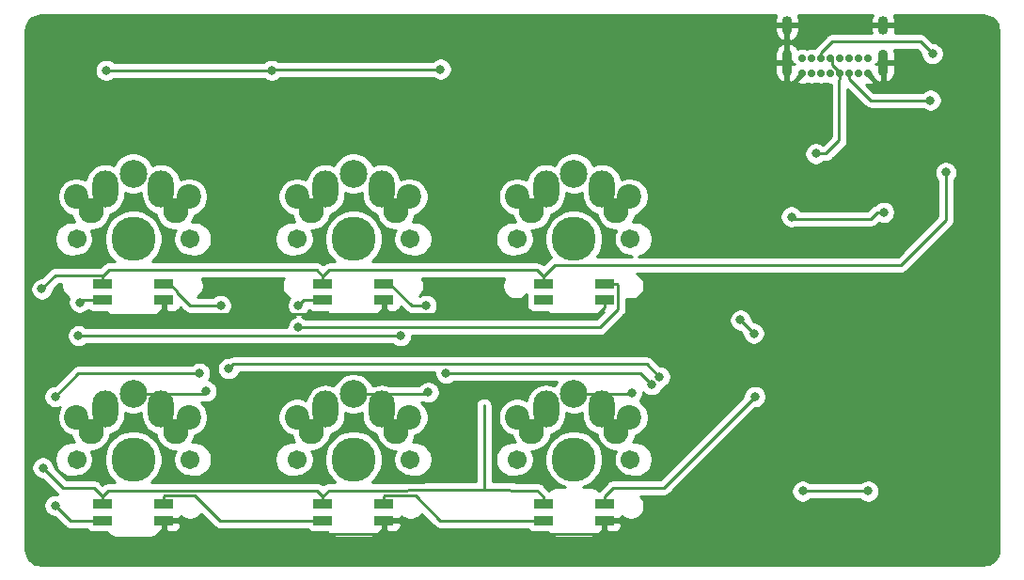
<source format=gbr>
G04 #@! TF.GenerationSoftware,KiCad,Pcbnew,(5.1.5)-3*
G04 #@! TF.CreationDate,2020-04-23T15:25:21-04:00*
G04 #@! TF.ProjectId,Flying_MX,466c7969-6e67-45f4-9d58-2e6b69636164,rev?*
G04 #@! TF.SameCoordinates,Original*
G04 #@! TF.FileFunction,Copper,L2,Bot*
G04 #@! TF.FilePolarity,Positive*
%FSLAX46Y46*%
G04 Gerber Fmt 4.6, Leading zero omitted, Abs format (unit mm)*
G04 Created by KiCad (PCBNEW (5.1.5)-3) date 2020-04-23 15:25:21*
%MOMM*%
%LPD*%
G04 APERTURE LIST*
%ADD10C,1.701800*%
%ADD11C,3.987800*%
%ADD12O,2.300000X3.337000*%
%ADD13C,2.286000*%
%ADD14C,2.200000*%
%ADD15C,2.500000*%
%ADD16R,1.800000X0.820000*%
%ADD17O,0.900000X1.700000*%
%ADD18O,0.900000X2.400000*%
%ADD19C,0.700000*%
%ADD20C,0.800000*%
%ADD21C,0.250000*%
%ADD22C,0.254000*%
G04 APERTURE END LIST*
D10*
X105092500Y-70643750D03*
X94932500Y-70643750D03*
D11*
X100012500Y-70643750D03*
D12*
X102532500Y-66143750D03*
X97492500Y-66143750D03*
D13*
X103822500Y-68103750D03*
X96202500Y-68103750D03*
D14*
X94917520Y-66843750D03*
D15*
X100012500Y-64743750D03*
D14*
X105012500Y-66843750D03*
D10*
X85248750Y-70643750D03*
X75088750Y-70643750D03*
D11*
X80168750Y-70643750D03*
D12*
X82688750Y-66143750D03*
X77648750Y-66143750D03*
D13*
X83978750Y-68103750D03*
X76358750Y-68103750D03*
D14*
X75073770Y-66843750D03*
D15*
X80168750Y-64743750D03*
D14*
X85168750Y-66843750D03*
D10*
X65405000Y-70643750D03*
X55245000Y-70643750D03*
D11*
X60325000Y-70643750D03*
D12*
X62845000Y-66143750D03*
X57805000Y-66143750D03*
D13*
X64135000Y-68103750D03*
X56515000Y-68103750D03*
D14*
X55230020Y-66843750D03*
D15*
X60325000Y-64743750D03*
D14*
X65325000Y-66843750D03*
D10*
X105092500Y-50800000D03*
X94932500Y-50800000D03*
D11*
X100012500Y-50800000D03*
D12*
X102532500Y-46300000D03*
X97492500Y-46300000D03*
D13*
X103822500Y-48260000D03*
X96202500Y-48260000D03*
D14*
X94917520Y-47000000D03*
D15*
X100012500Y-44900000D03*
D14*
X105012500Y-47000000D03*
D10*
X85248750Y-50800000D03*
X75088750Y-50800000D03*
D11*
X80168750Y-50800000D03*
D12*
X82688750Y-46300000D03*
X77648750Y-46300000D03*
D13*
X83978750Y-48260000D03*
X76358750Y-48260000D03*
D14*
X75073770Y-47000000D03*
D15*
X80168750Y-44900000D03*
D14*
X85168750Y-47000000D03*
D10*
X65405000Y-50800000D03*
X55245000Y-50800000D03*
D11*
X60325000Y-50800000D03*
D12*
X62845000Y-46300000D03*
X57805000Y-46300000D03*
D13*
X64135000Y-48260000D03*
X56515000Y-48260000D03*
D14*
X55230020Y-47000000D03*
D15*
X60325000Y-44900000D03*
D14*
X65325000Y-47000000D03*
D16*
X102762500Y-76156250D03*
X102762500Y-74656250D03*
X97262500Y-74656250D03*
X97262500Y-76156250D03*
X82918750Y-76156250D03*
X82918750Y-74656250D03*
X77418750Y-74656250D03*
X77418750Y-76156250D03*
X63075000Y-76156250D03*
X63075000Y-74656250D03*
X57575000Y-74656250D03*
X57575000Y-76156250D03*
X102762500Y-56312500D03*
X102762500Y-54812500D03*
X97262500Y-54812500D03*
X97262500Y-56312500D03*
X82918750Y-56312500D03*
X82918750Y-54812500D03*
X77418750Y-54812500D03*
X77418750Y-56312500D03*
X63075000Y-56312500D03*
X63075000Y-54812500D03*
X57575000Y-54812500D03*
X57575000Y-56312500D03*
D17*
X119200000Y-31540000D03*
X127850000Y-31540000D03*
D18*
X119200000Y-34920000D03*
X127850000Y-34920000D03*
D19*
X123100000Y-34550000D03*
X120550000Y-34550000D03*
X121400000Y-34550000D03*
X122250000Y-34550000D03*
X126500000Y-34550000D03*
X124800000Y-34550000D03*
X123950000Y-34550000D03*
X125650000Y-34550000D03*
X120550000Y-35900000D03*
X121400000Y-35900000D03*
X122250000Y-35900000D03*
X123100000Y-35900000D03*
X123950000Y-35900000D03*
X124800000Y-35900000D03*
X125650000Y-35900000D03*
X126500000Y-35900000D03*
D20*
X51375000Y-60300000D03*
X53600000Y-77300000D03*
X116200000Y-59300000D03*
X115000000Y-58100000D03*
X127900000Y-48400000D03*
X119600000Y-48800000D03*
X126500000Y-73500000D03*
X120600000Y-73500000D03*
X88000000Y-35500000D03*
X72800000Y-35600000D03*
X57900000Y-35600000D03*
X52100000Y-55300000D03*
X52200000Y-71400000D03*
X133500000Y-44800000D03*
X55500000Y-56500000D03*
X55400000Y-59500000D03*
X84400000Y-59500000D03*
X86700000Y-56787510D03*
X75200000Y-56787510D03*
X75200000Y-58775000D03*
X53300000Y-74800000D03*
X53300000Y-65000000D03*
X66300000Y-62900000D03*
X68200000Y-56787510D03*
X121800000Y-43100000D03*
X66900000Y-64500000D03*
X68925001Y-62474999D03*
X107711748Y-63213558D03*
X86900000Y-64600000D03*
X88500000Y-62900000D03*
X107004640Y-63920665D03*
X105200000Y-64700000D03*
X116300000Y-65000000D03*
X132300000Y-34100000D03*
X132100000Y-38300000D03*
D21*
X82370148Y-77364852D02*
X82918750Y-76816250D01*
X63075000Y-76816250D02*
X63623602Y-77364852D01*
X102213898Y-77364852D02*
X102762500Y-76816250D01*
X82918750Y-76816250D02*
X83467352Y-77364852D01*
X102762500Y-76816250D02*
X102762500Y-76156250D01*
X82918750Y-76156250D02*
X82918750Y-76816250D01*
X68664852Y-77364852D02*
X69464852Y-77364852D01*
X68664852Y-77364852D02*
X82370148Y-77364852D01*
X63623602Y-77364852D02*
X68664852Y-77364852D01*
X83458760Y-57512510D02*
X82918750Y-56972500D01*
X102762500Y-56972500D02*
X102222490Y-57512510D01*
X102762500Y-56312500D02*
X102762500Y-56972500D01*
X63615010Y-57512510D02*
X63075000Y-56972500D01*
X63075000Y-56972500D02*
X63075000Y-56312500D01*
X82378740Y-57512510D02*
X63615010Y-57512510D01*
X82918750Y-56972500D02*
X82378740Y-57512510D01*
X82918750Y-56312500D02*
X82918750Y-56972500D01*
X63075000Y-56972500D02*
X62447500Y-57600000D01*
X62447500Y-57600000D02*
X54075000Y-57600000D01*
X54075000Y-57600000D02*
X51375000Y-60300000D01*
X62191251Y-77699999D02*
X63075000Y-76816250D01*
X53999999Y-77699999D02*
X62191251Y-77699999D01*
X63075000Y-76816250D02*
X63075000Y-76156250D01*
X53600000Y-77300000D02*
X53999999Y-77699999D01*
X83467352Y-77364852D02*
X102213898Y-77364852D01*
X102222490Y-57512510D02*
X83458760Y-57512510D01*
X116200000Y-59300000D02*
X115000000Y-58100000D01*
X127334315Y-48400000D02*
X126734315Y-49000000D01*
X127900000Y-48400000D02*
X127334315Y-48400000D01*
X126734315Y-49000000D02*
X119800000Y-49000000D01*
X119800000Y-49000000D02*
X119600000Y-48800000D01*
X126500000Y-73500000D02*
X120600000Y-73500000D01*
X88000000Y-35500000D02*
X72900000Y-35500000D01*
X72900000Y-35500000D02*
X72800000Y-35600000D01*
X72800000Y-35600000D02*
X72234315Y-35600000D01*
X72234315Y-35600000D02*
X57900000Y-35600000D01*
X97262500Y-54152500D02*
X97262500Y-54812500D01*
X77418750Y-54152500D02*
X77967353Y-53603897D01*
X96713897Y-53603897D02*
X97262500Y-54152500D01*
X57575000Y-54812500D02*
X57085000Y-54812500D01*
X76878740Y-73456240D02*
X77418750Y-73996250D01*
X58115010Y-73456240D02*
X76878740Y-73456240D01*
X57575000Y-73996250D02*
X58115010Y-73456240D01*
X97262500Y-73996250D02*
X97262500Y-74656250D01*
X96722490Y-73456240D02*
X97262500Y-73996250D01*
X77418750Y-73996250D02*
X77958760Y-73456240D01*
X77418750Y-74656250D02*
X77418750Y-73996250D01*
X91603897Y-53603897D02*
X96713897Y-53603897D01*
X77967353Y-53603897D02*
X91603897Y-53603897D01*
X77958760Y-73456240D02*
X91900000Y-73400000D01*
X91900000Y-65800000D02*
X91900000Y-73400000D01*
X91900000Y-73400000D02*
X96722490Y-73456240D01*
X98296099Y-53118901D02*
X126181099Y-53118901D01*
X97262500Y-54152500D02*
X98296099Y-53118901D01*
X76857957Y-53591707D02*
X58135793Y-53591707D01*
X58135793Y-53591707D02*
X57575000Y-54152500D01*
X77418750Y-54152500D02*
X76857957Y-53591707D01*
X57575000Y-54152500D02*
X57575000Y-54812500D01*
X77418750Y-54812500D02*
X77418750Y-54152500D01*
X53325001Y-54074999D02*
X52100000Y-55300000D01*
X57575000Y-54152500D02*
X57497499Y-54074999D01*
X57497499Y-54074999D02*
X53325001Y-54074999D01*
X52200000Y-71400000D02*
X54000000Y-73200000D01*
X57575000Y-73996250D02*
X57575000Y-74656250D01*
X56778750Y-73200000D02*
X57575000Y-73996250D01*
X54000000Y-73200000D02*
X56778750Y-73200000D01*
X126181099Y-53118901D02*
X129481099Y-53118901D01*
X129481099Y-53118901D02*
X133500000Y-49100000D01*
X133500000Y-49100000D02*
X133500000Y-46400000D01*
X133500000Y-46400000D02*
X133500000Y-44800000D01*
X57575000Y-56312500D02*
X55687500Y-56312500D01*
X55687500Y-56312500D02*
X55500000Y-56500000D01*
X55400000Y-59500000D02*
X84400000Y-59500000D01*
X83408750Y-54812500D02*
X82918750Y-54812500D01*
X85383760Y-56787510D02*
X83408750Y-54812500D01*
X86700000Y-56787510D02*
X85383760Y-56787510D01*
X77418750Y-56312500D02*
X75675010Y-56312500D01*
X75675010Y-56312500D02*
X75200000Y-56787510D01*
X103912500Y-54812500D02*
X102762500Y-54812500D01*
X103987501Y-54887501D02*
X103912500Y-54812500D01*
X103987501Y-57112499D02*
X103987501Y-54887501D01*
X102325000Y-58775000D02*
X103987501Y-57112499D01*
X75200000Y-58775000D02*
X102325000Y-58775000D01*
X63075000Y-73996250D02*
X63075000Y-74656250D01*
X63152501Y-73918749D02*
X63075000Y-73996250D01*
X68131522Y-76156250D02*
X65894021Y-73918749D01*
X65894021Y-73918749D02*
X63152501Y-73918749D01*
X77418750Y-76156250D02*
X68131522Y-76156250D01*
X57575000Y-76156250D02*
X54656250Y-76156250D01*
X54656250Y-76156250D02*
X53300000Y-74800000D01*
X53300000Y-65000000D02*
X55400000Y-62900000D01*
X55400000Y-62900000D02*
X66300000Y-62900000D01*
X63565000Y-54812500D02*
X63075000Y-54812500D01*
X64225000Y-55472500D02*
X63565000Y-54812500D01*
X64225000Y-55567498D02*
X64225000Y-55472500D01*
X65445012Y-56787510D02*
X64225000Y-55567498D01*
X68200000Y-56787510D02*
X65445012Y-56787510D01*
X123274999Y-35075997D02*
X123950000Y-35750998D01*
X123274999Y-34674999D02*
X123274999Y-35075997D01*
X123150000Y-34550000D02*
X123274999Y-34674999D01*
X123950000Y-35750998D02*
X123950000Y-35900000D01*
X123100000Y-34550000D02*
X123150000Y-34550000D01*
X123950000Y-36394974D02*
X123900000Y-36444974D01*
X123950000Y-35900000D02*
X123950000Y-36394974D01*
X123900000Y-36444974D02*
X123900000Y-41900000D01*
X123900000Y-41900000D02*
X122700000Y-43100000D01*
X122700000Y-43100000D02*
X121800000Y-43100000D01*
X60325000Y-64743750D02*
X66656250Y-64743750D01*
X66656250Y-64743750D02*
X66900000Y-64500000D01*
X106573190Y-62075000D02*
X107711748Y-63213558D01*
X68925001Y-62474999D02*
X69325000Y-62075000D01*
X69325000Y-62075000D02*
X106573190Y-62075000D01*
X80168750Y-64743750D02*
X86756250Y-64743750D01*
X86756250Y-64743750D02*
X86900000Y-64600000D01*
X88500000Y-62900000D02*
X105983975Y-62900000D01*
X105983975Y-62900000D02*
X107004640Y-63920665D01*
X100012500Y-64743750D02*
X105156250Y-64743750D01*
X105156250Y-64743750D02*
X105200000Y-64700000D01*
X82918750Y-73996250D02*
X82918750Y-74656250D01*
X82996251Y-73918749D02*
X82918750Y-73996250D01*
X85737771Y-73918749D02*
X82996251Y-73918749D01*
X87975272Y-76156250D02*
X85737771Y-73918749D01*
X97262500Y-76156250D02*
X87975272Y-76156250D01*
X108100000Y-73200000D02*
X116300000Y-65000000D01*
X102762500Y-73996250D02*
X102762500Y-74656250D01*
X103558750Y-73200000D02*
X102762500Y-73996250D01*
X108100000Y-73200000D02*
X103558750Y-73200000D01*
X132300000Y-34100000D02*
X131200000Y-33000000D01*
X122250000Y-34055026D02*
X122250000Y-34550000D01*
X122250000Y-34051000D02*
X122250000Y-34055026D01*
X123301000Y-33000000D02*
X122250000Y-34051000D01*
X131200000Y-33000000D02*
X123301000Y-33000000D01*
X126705026Y-38300000D02*
X132100000Y-38300000D01*
X124800000Y-35900000D02*
X124800000Y-36394974D01*
X124800000Y-36394974D02*
X126705026Y-38300000D01*
D22*
G36*
X118160624Y-30803767D02*
G01*
X118115000Y-31013000D01*
X118115000Y-31413000D01*
X119073000Y-31413000D01*
X119073000Y-31393000D01*
X119327000Y-31393000D01*
X119327000Y-31413000D01*
X120285000Y-31413000D01*
X120285000Y-31013000D01*
X120239376Y-30803767D01*
X120176712Y-30660000D01*
X126873288Y-30660000D01*
X126810624Y-30803767D01*
X126765000Y-31013000D01*
X126765000Y-31413000D01*
X127723000Y-31413000D01*
X127723000Y-31393000D01*
X127977000Y-31393000D01*
X127977000Y-31413000D01*
X128935000Y-31413000D01*
X128935000Y-31013000D01*
X128889376Y-30803767D01*
X128826712Y-30660000D01*
X136867721Y-30660000D01*
X137159659Y-30688625D01*
X137409429Y-30764035D01*
X137639792Y-30886522D01*
X137841980Y-31051422D01*
X138008286Y-31252450D01*
X138132378Y-31481954D01*
X138209531Y-31731195D01*
X138240000Y-32021088D01*
X138240001Y-78767711D01*
X138211375Y-79059660D01*
X138135965Y-79309429D01*
X138013477Y-79539794D01*
X137848579Y-79741979D01*
X137647546Y-79908288D01*
X137418046Y-80032378D01*
X137168805Y-80109531D01*
X136878911Y-80140000D01*
X52032279Y-80140000D01*
X51740340Y-80111375D01*
X51490571Y-80035965D01*
X51260206Y-79913477D01*
X51058021Y-79748579D01*
X50891712Y-79547546D01*
X50767622Y-79318046D01*
X50690469Y-79068805D01*
X50660000Y-78778911D01*
X50660000Y-71298061D01*
X51165000Y-71298061D01*
X51165000Y-71501939D01*
X51204774Y-71701898D01*
X51282795Y-71890256D01*
X51396063Y-72059774D01*
X51540226Y-72203937D01*
X51709744Y-72317205D01*
X51898102Y-72395226D01*
X52098061Y-72435000D01*
X52160198Y-72435000D01*
X53436205Y-73711008D01*
X53459999Y-73740001D01*
X53488992Y-73763795D01*
X53488996Y-73763799D01*
X53518779Y-73788241D01*
X53401939Y-73765000D01*
X53198061Y-73765000D01*
X52998102Y-73804774D01*
X52809744Y-73882795D01*
X52640226Y-73996063D01*
X52496063Y-74140226D01*
X52382795Y-74309744D01*
X52304774Y-74498102D01*
X52265000Y-74698061D01*
X52265000Y-74901939D01*
X52304774Y-75101898D01*
X52382795Y-75290256D01*
X52496063Y-75459774D01*
X52640226Y-75603937D01*
X52809744Y-75717205D01*
X52998102Y-75795226D01*
X53198061Y-75835000D01*
X53260199Y-75835000D01*
X54092451Y-76667253D01*
X54116249Y-76696251D01*
X54145247Y-76720049D01*
X54231973Y-76791224D01*
X54293180Y-76823940D01*
X54364003Y-76861796D01*
X54507264Y-76905253D01*
X54618917Y-76916250D01*
X54618926Y-76916250D01*
X54656249Y-76919926D01*
X54693572Y-76916250D01*
X56142061Y-76916250D01*
X56144463Y-76920744D01*
X56223815Y-77017435D01*
X56320506Y-77096787D01*
X56430820Y-77155752D01*
X56550518Y-77192062D01*
X56675000Y-77204322D01*
X57963658Y-77204322D01*
X57978621Y-77231996D01*
X58012082Y-77281605D01*
X58044835Y-77331656D01*
X58050660Y-77338797D01*
X58075541Y-77368872D01*
X58117980Y-77411015D01*
X58159838Y-77453758D01*
X58166939Y-77459631D01*
X58166942Y-77459634D01*
X58166946Y-77459636D01*
X58197187Y-77484301D01*
X58246975Y-77517379D01*
X58296362Y-77551196D01*
X58304469Y-77555578D01*
X58338933Y-77573903D01*
X58394215Y-77596689D01*
X58449218Y-77620264D01*
X58458021Y-77622989D01*
X58495388Y-77634271D01*
X58554066Y-77645889D01*
X58573826Y-77650090D01*
X58595617Y-77656700D01*
X58619112Y-77659014D01*
X58621748Y-77659291D01*
X58660595Y-77663100D01*
X58660598Y-77663100D01*
X58692581Y-77666250D01*
X61957419Y-77666250D01*
X61985123Y-77663521D01*
X61986211Y-77663529D01*
X61995382Y-77662630D01*
X62013389Y-77660738D01*
X62054383Y-77656700D01*
X62077756Y-77649610D01*
X62092779Y-77646526D01*
X62151558Y-77635314D01*
X62160379Y-77632650D01*
X62197667Y-77621108D01*
X62252810Y-77597928D01*
X62308273Y-77575520D01*
X62316410Y-77571194D01*
X62350746Y-77552629D01*
X62400355Y-77519168D01*
X62450406Y-77486415D01*
X62457547Y-77480590D01*
X62487622Y-77455709D01*
X62529765Y-77413270D01*
X62572508Y-77371412D01*
X62578381Y-77364311D01*
X62578384Y-77364308D01*
X62578386Y-77364304D01*
X62603051Y-77334063D01*
X62636129Y-77284275D01*
X62669946Y-77234888D01*
X62674328Y-77226781D01*
X62687633Y-77201758D01*
X62789250Y-77201250D01*
X62948000Y-77042500D01*
X62948000Y-76283250D01*
X63202000Y-76283250D01*
X63202000Y-77042500D01*
X63360750Y-77201250D01*
X63975000Y-77204322D01*
X64099482Y-77192062D01*
X64219180Y-77155752D01*
X64329494Y-77096787D01*
X64426185Y-77017435D01*
X64505537Y-76920744D01*
X64564502Y-76810430D01*
X64600812Y-76690732D01*
X64613072Y-76566250D01*
X64610000Y-76442000D01*
X64451250Y-76283250D01*
X63202000Y-76283250D01*
X62948000Y-76283250D01*
X62928000Y-76283250D01*
X62928000Y-76029250D01*
X62948000Y-76029250D01*
X62948000Y-76009250D01*
X63202000Y-76009250D01*
X63202000Y-76029250D01*
X64451250Y-76029250D01*
X64610000Y-75870500D01*
X64612901Y-75753185D01*
X64662753Y-75803037D01*
X64865028Y-75938193D01*
X65089784Y-76031290D01*
X65328383Y-76078750D01*
X65571657Y-76078750D01*
X65810256Y-76031290D01*
X66035012Y-75938193D01*
X66237287Y-75803037D01*
X66409307Y-75631017D01*
X66458246Y-75557775D01*
X67567723Y-76667253D01*
X67591521Y-76696251D01*
X67707246Y-76791224D01*
X67839275Y-76861796D01*
X67982536Y-76905253D01*
X68094189Y-76916250D01*
X68094198Y-76916250D01*
X68131521Y-76919926D01*
X68168844Y-76916250D01*
X75985811Y-76916250D01*
X75988213Y-76920744D01*
X76067565Y-77017435D01*
X76164256Y-77096787D01*
X76274570Y-77155752D01*
X76394268Y-77192062D01*
X76518750Y-77204322D01*
X77807408Y-77204322D01*
X77822371Y-77231996D01*
X77855832Y-77281605D01*
X77888585Y-77331656D01*
X77894410Y-77338797D01*
X77919291Y-77368872D01*
X77961730Y-77411015D01*
X78003588Y-77453758D01*
X78010689Y-77459631D01*
X78010692Y-77459634D01*
X78010696Y-77459636D01*
X78040937Y-77484301D01*
X78090725Y-77517379D01*
X78140112Y-77551196D01*
X78148219Y-77555578D01*
X78182683Y-77573903D01*
X78237965Y-77596689D01*
X78292968Y-77620264D01*
X78301771Y-77622989D01*
X78339138Y-77634271D01*
X78397816Y-77645889D01*
X78417576Y-77650090D01*
X78439367Y-77656700D01*
X78462862Y-77659014D01*
X78465498Y-77659291D01*
X78504345Y-77663100D01*
X78504348Y-77663100D01*
X78536331Y-77666250D01*
X81801169Y-77666250D01*
X81828873Y-77663521D01*
X81829961Y-77663529D01*
X81839132Y-77662630D01*
X81857139Y-77660738D01*
X81898133Y-77656700D01*
X81921506Y-77649610D01*
X81936529Y-77646526D01*
X81995308Y-77635314D01*
X82004129Y-77632650D01*
X82041417Y-77621108D01*
X82096560Y-77597928D01*
X82152023Y-77575520D01*
X82160160Y-77571194D01*
X82194496Y-77552629D01*
X82244105Y-77519168D01*
X82294156Y-77486415D01*
X82301297Y-77480590D01*
X82331372Y-77455709D01*
X82373515Y-77413270D01*
X82416258Y-77371412D01*
X82422131Y-77364311D01*
X82422134Y-77364308D01*
X82422136Y-77364304D01*
X82446801Y-77334063D01*
X82479879Y-77284275D01*
X82513696Y-77234888D01*
X82518078Y-77226781D01*
X82531383Y-77201758D01*
X82633000Y-77201250D01*
X82791750Y-77042500D01*
X82791750Y-76283250D01*
X83045750Y-76283250D01*
X83045750Y-77042500D01*
X83204500Y-77201250D01*
X83818750Y-77204322D01*
X83943232Y-77192062D01*
X84062930Y-77155752D01*
X84173244Y-77096787D01*
X84269935Y-77017435D01*
X84349287Y-76920744D01*
X84408252Y-76810430D01*
X84444562Y-76690732D01*
X84456822Y-76566250D01*
X84453750Y-76442000D01*
X84295000Y-76283250D01*
X83045750Y-76283250D01*
X82791750Y-76283250D01*
X82771750Y-76283250D01*
X82771750Y-76029250D01*
X82791750Y-76029250D01*
X82791750Y-76009250D01*
X83045750Y-76009250D01*
X83045750Y-76029250D01*
X84295000Y-76029250D01*
X84453750Y-75870500D01*
X84456651Y-75753185D01*
X84506503Y-75803037D01*
X84708778Y-75938193D01*
X84933534Y-76031290D01*
X85172133Y-76078750D01*
X85415407Y-76078750D01*
X85654006Y-76031290D01*
X85878762Y-75938193D01*
X86081037Y-75803037D01*
X86253057Y-75631017D01*
X86301996Y-75557775D01*
X87411473Y-76667253D01*
X87435271Y-76696251D01*
X87550996Y-76791224D01*
X87683025Y-76861796D01*
X87826286Y-76905253D01*
X87937939Y-76916250D01*
X87937948Y-76916250D01*
X87975271Y-76919926D01*
X88012594Y-76916250D01*
X95829561Y-76916250D01*
X95831963Y-76920744D01*
X95911315Y-77017435D01*
X96008006Y-77096787D01*
X96118320Y-77155752D01*
X96238018Y-77192062D01*
X96362500Y-77204322D01*
X97651158Y-77204322D01*
X97666121Y-77231996D01*
X97699582Y-77281605D01*
X97732335Y-77331656D01*
X97738160Y-77338797D01*
X97763041Y-77368872D01*
X97805480Y-77411015D01*
X97847338Y-77453758D01*
X97854439Y-77459631D01*
X97854442Y-77459634D01*
X97854446Y-77459636D01*
X97884687Y-77484301D01*
X97934475Y-77517379D01*
X97983862Y-77551196D01*
X97991969Y-77555578D01*
X98026433Y-77573903D01*
X98081715Y-77596689D01*
X98136718Y-77620264D01*
X98145521Y-77622989D01*
X98182888Y-77634271D01*
X98241566Y-77645889D01*
X98261326Y-77650090D01*
X98283117Y-77656700D01*
X98306612Y-77659014D01*
X98309248Y-77659291D01*
X98348095Y-77663100D01*
X98348098Y-77663100D01*
X98380081Y-77666250D01*
X101644919Y-77666250D01*
X101672623Y-77663521D01*
X101673711Y-77663529D01*
X101682882Y-77662630D01*
X101700889Y-77660738D01*
X101741883Y-77656700D01*
X101765256Y-77649610D01*
X101780279Y-77646526D01*
X101839058Y-77635314D01*
X101847879Y-77632650D01*
X101885167Y-77621108D01*
X101940310Y-77597928D01*
X101995773Y-77575520D01*
X102003910Y-77571194D01*
X102038246Y-77552629D01*
X102087855Y-77519168D01*
X102137906Y-77486415D01*
X102145047Y-77480590D01*
X102175122Y-77455709D01*
X102217265Y-77413270D01*
X102260008Y-77371412D01*
X102265881Y-77364311D01*
X102265884Y-77364308D01*
X102265886Y-77364304D01*
X102290551Y-77334063D01*
X102323629Y-77284275D01*
X102357446Y-77234888D01*
X102361828Y-77226781D01*
X102375133Y-77201758D01*
X102476750Y-77201250D01*
X102635500Y-77042500D01*
X102635500Y-76283250D01*
X102889500Y-76283250D01*
X102889500Y-77042500D01*
X103048250Y-77201250D01*
X103662500Y-77204322D01*
X103786982Y-77192062D01*
X103906680Y-77155752D01*
X104016994Y-77096787D01*
X104113685Y-77017435D01*
X104193037Y-76920744D01*
X104252002Y-76810430D01*
X104288312Y-76690732D01*
X104300572Y-76566250D01*
X104297500Y-76442000D01*
X104138750Y-76283250D01*
X102889500Y-76283250D01*
X102635500Y-76283250D01*
X102615500Y-76283250D01*
X102615500Y-76029250D01*
X102635500Y-76029250D01*
X102635500Y-76009250D01*
X102889500Y-76009250D01*
X102889500Y-76029250D01*
X104138750Y-76029250D01*
X104297500Y-75870500D01*
X104300401Y-75753185D01*
X104350253Y-75803037D01*
X104552528Y-75938193D01*
X104777284Y-76031290D01*
X105015883Y-76078750D01*
X105259157Y-76078750D01*
X105497756Y-76031290D01*
X105722512Y-75938193D01*
X105924787Y-75803037D01*
X106096807Y-75631017D01*
X106231963Y-75428742D01*
X106325060Y-75203986D01*
X106372520Y-74965387D01*
X106372520Y-74722113D01*
X106325060Y-74483514D01*
X106231963Y-74258758D01*
X106096807Y-74056483D01*
X106000324Y-73960000D01*
X108062678Y-73960000D01*
X108100000Y-73963676D01*
X108137322Y-73960000D01*
X108137333Y-73960000D01*
X108248986Y-73949003D01*
X108392247Y-73905546D01*
X108524276Y-73834974D01*
X108640001Y-73740001D01*
X108663804Y-73710997D01*
X108976740Y-73398061D01*
X119565000Y-73398061D01*
X119565000Y-73601939D01*
X119604774Y-73801898D01*
X119682795Y-73990256D01*
X119796063Y-74159774D01*
X119940226Y-74303937D01*
X120109744Y-74417205D01*
X120298102Y-74495226D01*
X120498061Y-74535000D01*
X120701939Y-74535000D01*
X120901898Y-74495226D01*
X121090256Y-74417205D01*
X121259774Y-74303937D01*
X121303711Y-74260000D01*
X125796289Y-74260000D01*
X125840226Y-74303937D01*
X126009744Y-74417205D01*
X126198102Y-74495226D01*
X126398061Y-74535000D01*
X126601939Y-74535000D01*
X126801898Y-74495226D01*
X126990256Y-74417205D01*
X127159774Y-74303937D01*
X127303937Y-74159774D01*
X127417205Y-73990256D01*
X127495226Y-73801898D01*
X127535000Y-73601939D01*
X127535000Y-73398061D01*
X127495226Y-73198102D01*
X127417205Y-73009744D01*
X127303937Y-72840226D01*
X127159774Y-72696063D01*
X126990256Y-72582795D01*
X126801898Y-72504774D01*
X126601939Y-72465000D01*
X126398061Y-72465000D01*
X126198102Y-72504774D01*
X126009744Y-72582795D01*
X125840226Y-72696063D01*
X125796289Y-72740000D01*
X121303711Y-72740000D01*
X121259774Y-72696063D01*
X121090256Y-72582795D01*
X120901898Y-72504774D01*
X120701939Y-72465000D01*
X120498061Y-72465000D01*
X120298102Y-72504774D01*
X120109744Y-72582795D01*
X119940226Y-72696063D01*
X119796063Y-72840226D01*
X119682795Y-73009744D01*
X119604774Y-73198102D01*
X119565000Y-73398061D01*
X108976740Y-73398061D01*
X116339802Y-66035000D01*
X116401939Y-66035000D01*
X116601898Y-65995226D01*
X116790256Y-65917205D01*
X116959774Y-65803937D01*
X117103937Y-65659774D01*
X117217205Y-65490256D01*
X117295226Y-65301898D01*
X117335000Y-65101939D01*
X117335000Y-64898061D01*
X117295226Y-64698102D01*
X117217205Y-64509744D01*
X117103937Y-64340226D01*
X116959774Y-64196063D01*
X116790256Y-64082795D01*
X116601898Y-64004774D01*
X116401939Y-63965000D01*
X116198061Y-63965000D01*
X115998102Y-64004774D01*
X115809744Y-64082795D01*
X115640226Y-64196063D01*
X115496063Y-64340226D01*
X115382795Y-64509744D01*
X115304774Y-64698102D01*
X115265000Y-64898061D01*
X115265000Y-64960198D01*
X107785199Y-72440000D01*
X103596083Y-72440000D01*
X103558750Y-72436323D01*
X103521417Y-72440000D01*
X103409764Y-72450997D01*
X103266503Y-72494454D01*
X103134474Y-72565026D01*
X103018749Y-72659999D01*
X102994952Y-72688996D01*
X102251502Y-73432447D01*
X102251062Y-73432808D01*
X102219520Y-73401485D01*
X102177662Y-73358742D01*
X102170561Y-73352868D01*
X102140312Y-73328199D01*
X102090542Y-73295133D01*
X102041138Y-73261304D01*
X102033031Y-73256922D01*
X101998567Y-73238597D01*
X101943285Y-73215811D01*
X101888282Y-73192236D01*
X101879479Y-73189511D01*
X101842112Y-73178229D01*
X101783427Y-73166609D01*
X101763675Y-73162411D01*
X101741883Y-73155800D01*
X101718388Y-73153486D01*
X101715752Y-73153209D01*
X101676905Y-73149400D01*
X101676902Y-73149400D01*
X101644919Y-73146250D01*
X100840578Y-73146250D01*
X101257751Y-72973451D01*
X101688326Y-72685750D01*
X102054500Y-72319576D01*
X102342201Y-71889001D01*
X102540373Y-71410572D01*
X102641400Y-70902674D01*
X102641400Y-70384826D01*
X102540373Y-69876928D01*
X102342201Y-69398499D01*
X102054500Y-68967924D01*
X101688326Y-68601750D01*
X101257751Y-68314049D01*
X100779322Y-68115877D01*
X100271424Y-68014850D01*
X99753576Y-68014850D01*
X99245678Y-68115877D01*
X98767249Y-68314049D01*
X98336674Y-68601750D01*
X97970500Y-68967924D01*
X97682799Y-69398499D01*
X97484627Y-69876928D01*
X97383600Y-70384826D01*
X97383600Y-70902674D01*
X97484627Y-71410572D01*
X97682799Y-71889001D01*
X97970500Y-72319576D01*
X98336674Y-72685750D01*
X98767249Y-72973451D01*
X99184422Y-73146250D01*
X98380081Y-73146250D01*
X98352377Y-73148979D01*
X98351289Y-73148971D01*
X98342118Y-73149870D01*
X98324119Y-73151762D01*
X98283117Y-73155800D01*
X98259742Y-73162891D01*
X98244722Y-73165974D01*
X98185943Y-73177186D01*
X98177121Y-73179850D01*
X98139834Y-73191392D01*
X98084708Y-73214564D01*
X98029227Y-73236979D01*
X98021093Y-73241305D01*
X98021088Y-73241307D01*
X98021083Y-73241310D01*
X97986754Y-73259871D01*
X97937161Y-73293322D01*
X97887094Y-73326085D01*
X97879953Y-73331910D01*
X97849878Y-73356791D01*
X97807735Y-73399230D01*
X97773671Y-73432589D01*
X97773509Y-73432456D01*
X97289432Y-72948380D01*
X97268751Y-72922573D01*
X97236631Y-72895580D01*
X97233492Y-72892441D01*
X97208049Y-72871560D01*
X97154141Y-72826257D01*
X97150225Y-72824105D01*
X97146766Y-72821266D01*
X97084645Y-72788061D01*
X97022944Y-72754150D01*
X97018680Y-72752802D01*
X97014736Y-72750694D01*
X96947362Y-72730257D01*
X96880200Y-72709026D01*
X96875753Y-72708536D01*
X96871475Y-72707238D01*
X96801408Y-72700337D01*
X96768683Y-72696728D01*
X96764241Y-72696676D01*
X96722490Y-72692564D01*
X96689579Y-72695805D01*
X92660000Y-72648812D01*
X92660000Y-65762667D01*
X92649003Y-65651014D01*
X92605546Y-65507753D01*
X92534974Y-65375724D01*
X92440001Y-65259999D01*
X92324275Y-65165026D01*
X92192246Y-65094454D01*
X92048985Y-65050997D01*
X91900000Y-65036323D01*
X91751014Y-65050997D01*
X91607753Y-65094454D01*
X91475724Y-65165026D01*
X91359999Y-65259999D01*
X91265026Y-65375725D01*
X91194454Y-65507754D01*
X91150997Y-65651015D01*
X91140000Y-65762668D01*
X91140001Y-72643060D01*
X81849789Y-72680537D01*
X82210750Y-72319576D01*
X82498451Y-71889001D01*
X82696623Y-71410572D01*
X82797650Y-70902674D01*
X82797650Y-70384826D01*
X82696623Y-69876928D01*
X82498451Y-69398499D01*
X82210750Y-68967924D01*
X81844576Y-68601750D01*
X81414001Y-68314049D01*
X80935572Y-68115877D01*
X80427674Y-68014850D01*
X79909826Y-68014850D01*
X79401928Y-68115877D01*
X78923499Y-68314049D01*
X78492924Y-68601750D01*
X78126750Y-68967924D01*
X77839049Y-69398499D01*
X77640877Y-69876928D01*
X77539850Y-70384826D01*
X77539850Y-70902674D01*
X77640877Y-71410572D01*
X77839049Y-71889001D01*
X78126750Y-72319576D01*
X78492924Y-72685750D01*
X78505315Y-72694029D01*
X77994555Y-72696090D01*
X77958759Y-72692564D01*
X77919906Y-72696391D01*
X77918362Y-72696397D01*
X77882634Y-72700062D01*
X77809773Y-72707238D01*
X77808292Y-72707687D01*
X77806754Y-72707845D01*
X77736665Y-72729415D01*
X77666513Y-72750695D01*
X77665150Y-72751424D01*
X77663670Y-72751879D01*
X77599108Y-72786724D01*
X77534483Y-72821267D01*
X77533287Y-72822248D01*
X77531926Y-72822983D01*
X77475608Y-72869584D01*
X77447756Y-72892441D01*
X77446660Y-72893537D01*
X77418936Y-72916477D01*
X77418741Y-72916239D01*
X77303016Y-72821266D01*
X77170987Y-72750694D01*
X77027726Y-72707237D01*
X76916073Y-72696240D01*
X76916062Y-72696240D01*
X76878740Y-72692564D01*
X76841418Y-72696240D01*
X61985127Y-72696240D01*
X62000826Y-72685750D01*
X62367000Y-72319576D01*
X62654701Y-71889001D01*
X62852873Y-71410572D01*
X62953900Y-70902674D01*
X62953900Y-70384826D01*
X62852873Y-69876928D01*
X62654701Y-69398499D01*
X62367000Y-68967924D01*
X62000826Y-68601750D01*
X61570251Y-68314049D01*
X61091822Y-68115877D01*
X60583924Y-68014850D01*
X60066076Y-68014850D01*
X59558178Y-68115877D01*
X59079749Y-68314049D01*
X58649174Y-68601750D01*
X58283000Y-68967924D01*
X57995299Y-69398499D01*
X57797127Y-69876928D01*
X57696100Y-70384826D01*
X57696100Y-70902674D01*
X57797127Y-71410572D01*
X57995299Y-71889001D01*
X58283000Y-72319576D01*
X58649174Y-72685750D01*
X58664873Y-72696240D01*
X58152332Y-72696240D01*
X58115009Y-72692564D01*
X58077686Y-72696240D01*
X58077677Y-72696240D01*
X57966024Y-72707237D01*
X57822763Y-72750694D01*
X57690734Y-72821266D01*
X57674695Y-72834429D01*
X57604006Y-72892441D01*
X57604002Y-72892445D01*
X57575009Y-72916239D01*
X57572657Y-72919105D01*
X57342553Y-72689002D01*
X57318751Y-72659999D01*
X57203026Y-72565026D01*
X57070997Y-72494454D01*
X56927736Y-72450997D01*
X56816083Y-72440000D01*
X56816072Y-72440000D01*
X56778750Y-72436324D01*
X56741428Y-72440000D01*
X54314803Y-72440000D01*
X53235000Y-71360198D01*
X53235000Y-71298061D01*
X53195226Y-71098102D01*
X53117205Y-70909744D01*
X53003937Y-70740226D01*
X52859774Y-70596063D01*
X52690256Y-70482795D01*
X52501898Y-70404774D01*
X52301939Y-70365000D01*
X52098061Y-70365000D01*
X51898102Y-70404774D01*
X51709744Y-70482795D01*
X51540226Y-70596063D01*
X51396063Y-70740226D01*
X51282795Y-70909744D01*
X51204774Y-71098102D01*
X51165000Y-71298061D01*
X50660000Y-71298061D01*
X50660000Y-64898061D01*
X52265000Y-64898061D01*
X52265000Y-65101939D01*
X52304774Y-65301898D01*
X52382795Y-65490256D01*
X52496063Y-65659774D01*
X52640226Y-65803937D01*
X52809744Y-65917205D01*
X52998102Y-65995226D01*
X53198061Y-66035000D01*
X53401939Y-66035000D01*
X53601898Y-65995226D01*
X53751810Y-65933130D01*
X53692483Y-66021919D01*
X53561695Y-66337669D01*
X53495020Y-66672867D01*
X53495020Y-67014633D01*
X53561695Y-67349831D01*
X53692483Y-67665581D01*
X53882357Y-67949748D01*
X54124022Y-68191413D01*
X54408189Y-68381287D01*
X54723939Y-68512075D01*
X54785837Y-68524387D01*
X54805328Y-68622373D01*
X54939357Y-68945949D01*
X55019881Y-69066462D01*
X54981109Y-69058750D01*
X54668891Y-69058750D01*
X54362673Y-69119661D01*
X54074221Y-69239141D01*
X53814621Y-69412600D01*
X53593850Y-69633371D01*
X53420391Y-69892971D01*
X53300911Y-70181423D01*
X53240000Y-70487641D01*
X53240000Y-70799859D01*
X53300911Y-71106077D01*
X53420391Y-71394529D01*
X53593850Y-71654129D01*
X53814621Y-71874900D01*
X54074221Y-72048359D01*
X54362673Y-72167839D01*
X54668891Y-72228750D01*
X54981109Y-72228750D01*
X55287327Y-72167839D01*
X55379524Y-72129650D01*
X55391348Y-72129650D01*
X55678421Y-72072548D01*
X55948838Y-71960538D01*
X56192206Y-71797924D01*
X56399174Y-71590956D01*
X56561788Y-71347588D01*
X56673798Y-71077171D01*
X56730900Y-70790098D01*
X56730900Y-70497402D01*
X56673798Y-70210329D01*
X56561788Y-69939912D01*
X56522925Y-69881750D01*
X56690118Y-69881750D01*
X57033623Y-69813422D01*
X57357199Y-69679393D01*
X57648409Y-69484813D01*
X57896063Y-69237159D01*
X58090643Y-68945949D01*
X58224672Y-68622373D01*
X58271690Y-68386001D01*
X58491395Y-68319354D01*
X58801491Y-68153604D01*
X59073292Y-67930542D01*
X59296354Y-67658741D01*
X59462104Y-67348645D01*
X59564172Y-67012171D01*
X59590000Y-66749933D01*
X59590000Y-66479613D01*
X59775166Y-66556311D01*
X60139344Y-66628750D01*
X60510656Y-66628750D01*
X60874834Y-66556311D01*
X61060000Y-66479613D01*
X61060000Y-66749933D01*
X61085828Y-67012171D01*
X61187896Y-67348645D01*
X61353647Y-67658741D01*
X61576709Y-67930542D01*
X61848510Y-68153604D01*
X62158606Y-68319354D01*
X62378310Y-68386000D01*
X62425328Y-68622373D01*
X62559357Y-68945949D01*
X62753937Y-69237159D01*
X63001591Y-69484813D01*
X63292801Y-69679393D01*
X63616377Y-69813422D01*
X63959882Y-69881750D01*
X64127075Y-69881750D01*
X64088212Y-69939912D01*
X63976202Y-70210329D01*
X63919100Y-70497402D01*
X63919100Y-70790098D01*
X63976202Y-71077171D01*
X64088212Y-71347588D01*
X64250826Y-71590956D01*
X64457794Y-71797924D01*
X64701162Y-71960538D01*
X64971579Y-72072548D01*
X65258652Y-72129650D01*
X65270476Y-72129650D01*
X65362673Y-72167839D01*
X65668891Y-72228750D01*
X65981109Y-72228750D01*
X66287327Y-72167839D01*
X66575779Y-72048359D01*
X66835379Y-71874900D01*
X67056150Y-71654129D01*
X67229609Y-71394529D01*
X67349089Y-71106077D01*
X67410000Y-70799859D01*
X67410000Y-70487641D01*
X73083750Y-70487641D01*
X73083750Y-70799859D01*
X73144661Y-71106077D01*
X73264141Y-71394529D01*
X73437600Y-71654129D01*
X73658371Y-71874900D01*
X73917971Y-72048359D01*
X74206423Y-72167839D01*
X74512641Y-72228750D01*
X74824859Y-72228750D01*
X75131077Y-72167839D01*
X75223274Y-72129650D01*
X75235098Y-72129650D01*
X75522171Y-72072548D01*
X75792588Y-71960538D01*
X76035956Y-71797924D01*
X76242924Y-71590956D01*
X76405538Y-71347588D01*
X76517548Y-71077171D01*
X76574650Y-70790098D01*
X76574650Y-70497402D01*
X76517548Y-70210329D01*
X76405538Y-69939912D01*
X76366675Y-69881750D01*
X76533868Y-69881750D01*
X76877373Y-69813422D01*
X77200949Y-69679393D01*
X77492159Y-69484813D01*
X77739813Y-69237159D01*
X77934393Y-68945949D01*
X78068422Y-68622373D01*
X78115440Y-68386001D01*
X78335145Y-68319354D01*
X78645241Y-68153604D01*
X78917042Y-67930542D01*
X79140104Y-67658741D01*
X79305854Y-67348645D01*
X79407922Y-67012171D01*
X79433750Y-66749933D01*
X79433750Y-66479613D01*
X79618916Y-66556311D01*
X79983094Y-66628750D01*
X80354406Y-66628750D01*
X80718584Y-66556311D01*
X80903750Y-66479613D01*
X80903750Y-66749933D01*
X80929578Y-67012171D01*
X81031646Y-67348645D01*
X81197397Y-67658741D01*
X81420459Y-67930542D01*
X81692260Y-68153604D01*
X82002356Y-68319354D01*
X82222060Y-68386000D01*
X82269078Y-68622373D01*
X82403107Y-68945949D01*
X82597687Y-69237159D01*
X82845341Y-69484813D01*
X83136551Y-69679393D01*
X83460127Y-69813422D01*
X83803632Y-69881750D01*
X83970825Y-69881750D01*
X83931962Y-69939912D01*
X83819952Y-70210329D01*
X83762850Y-70497402D01*
X83762850Y-70790098D01*
X83819952Y-71077171D01*
X83931962Y-71347588D01*
X84094576Y-71590956D01*
X84301544Y-71797924D01*
X84544912Y-71960538D01*
X84815329Y-72072548D01*
X85102402Y-72129650D01*
X85114226Y-72129650D01*
X85206423Y-72167839D01*
X85512641Y-72228750D01*
X85824859Y-72228750D01*
X86131077Y-72167839D01*
X86419529Y-72048359D01*
X86679129Y-71874900D01*
X86899900Y-71654129D01*
X87073359Y-71394529D01*
X87192839Y-71106077D01*
X87253750Y-70799859D01*
X87253750Y-70487641D01*
X87192839Y-70181423D01*
X87073359Y-69892971D01*
X86899900Y-69633371D01*
X86679129Y-69412600D01*
X86419529Y-69239141D01*
X86131077Y-69119661D01*
X85824859Y-69058750D01*
X85512641Y-69058750D01*
X85473869Y-69066462D01*
X85554393Y-68945949D01*
X85688422Y-68622373D01*
X85713552Y-68496036D01*
X85990581Y-68381287D01*
X86274748Y-68191413D01*
X86516413Y-67949748D01*
X86706287Y-67665581D01*
X86837075Y-67349831D01*
X86903750Y-67014633D01*
X86903750Y-66672867D01*
X86837075Y-66337669D01*
X86706287Y-66021919D01*
X86516413Y-65737752D01*
X86282411Y-65503750D01*
X86389607Y-65503750D01*
X86409744Y-65517205D01*
X86598102Y-65595226D01*
X86798061Y-65635000D01*
X87001939Y-65635000D01*
X87201898Y-65595226D01*
X87390256Y-65517205D01*
X87559774Y-65403937D01*
X87703937Y-65259774D01*
X87817205Y-65090256D01*
X87895226Y-64901898D01*
X87935000Y-64701939D01*
X87935000Y-64498061D01*
X87895226Y-64298102D01*
X87817205Y-64109744D01*
X87703937Y-63940226D01*
X87559774Y-63796063D01*
X87390256Y-63682795D01*
X87201898Y-63604774D01*
X87001939Y-63565000D01*
X86798061Y-63565000D01*
X86598102Y-63604774D01*
X86409744Y-63682795D01*
X86240226Y-63796063D01*
X86096063Y-63940226D01*
X86066981Y-63983750D01*
X83404337Y-63983750D01*
X83375144Y-63968146D01*
X83038670Y-63866078D01*
X82688750Y-63831614D01*
X82338829Y-63866078D01*
X82002355Y-63968146D01*
X81973162Y-63983750D01*
X81894257Y-63983750D01*
X81839216Y-63850868D01*
X81632925Y-63542132D01*
X81370368Y-63279575D01*
X81061632Y-63073284D01*
X80718584Y-62931189D01*
X80354406Y-62858750D01*
X79983094Y-62858750D01*
X79618916Y-62931189D01*
X79275868Y-63073284D01*
X78967132Y-63279575D01*
X78704575Y-63542132D01*
X78498284Y-63850868D01*
X78428939Y-64018281D01*
X78335144Y-63968146D01*
X77998670Y-63866078D01*
X77648750Y-63831614D01*
X77298829Y-63866078D01*
X76962355Y-63968146D01*
X76652259Y-64133896D01*
X76380458Y-64356958D01*
X76157396Y-64628760D01*
X75991646Y-64938856D01*
X75889578Y-65275330D01*
X75886892Y-65302605D01*
X75579851Y-65175425D01*
X75244653Y-65108750D01*
X74902887Y-65108750D01*
X74567689Y-65175425D01*
X74251939Y-65306213D01*
X73967772Y-65496087D01*
X73726107Y-65737752D01*
X73536233Y-66021919D01*
X73405445Y-66337669D01*
X73338770Y-66672867D01*
X73338770Y-67014633D01*
X73405445Y-67349831D01*
X73536233Y-67665581D01*
X73726107Y-67949748D01*
X73967772Y-68191413D01*
X74251939Y-68381287D01*
X74567689Y-68512075D01*
X74629587Y-68524387D01*
X74649078Y-68622373D01*
X74783107Y-68945949D01*
X74863631Y-69066462D01*
X74824859Y-69058750D01*
X74512641Y-69058750D01*
X74206423Y-69119661D01*
X73917971Y-69239141D01*
X73658371Y-69412600D01*
X73437600Y-69633371D01*
X73264141Y-69892971D01*
X73144661Y-70181423D01*
X73083750Y-70487641D01*
X67410000Y-70487641D01*
X67349089Y-70181423D01*
X67229609Y-69892971D01*
X67056150Y-69633371D01*
X66835379Y-69412600D01*
X66575779Y-69239141D01*
X66287327Y-69119661D01*
X65981109Y-69058750D01*
X65668891Y-69058750D01*
X65630119Y-69066462D01*
X65710643Y-68945949D01*
X65844672Y-68622373D01*
X65869802Y-68496036D01*
X66146831Y-68381287D01*
X66430998Y-68191413D01*
X66672663Y-67949748D01*
X66862537Y-67665581D01*
X66993325Y-67349831D01*
X67060000Y-67014633D01*
X67060000Y-66672867D01*
X66993325Y-66337669D01*
X66862537Y-66021919D01*
X66672663Y-65737752D01*
X66438661Y-65503750D01*
X66618928Y-65503750D01*
X66656250Y-65507426D01*
X66658381Y-65507216D01*
X66798061Y-65535000D01*
X67001939Y-65535000D01*
X67201898Y-65495226D01*
X67390256Y-65417205D01*
X67559774Y-65303937D01*
X67703937Y-65159774D01*
X67817205Y-64990256D01*
X67895226Y-64801898D01*
X67935000Y-64601939D01*
X67935000Y-64398061D01*
X67895226Y-64198102D01*
X67817205Y-64009744D01*
X67703937Y-63840226D01*
X67559774Y-63696063D01*
X67390256Y-63582795D01*
X67201898Y-63504774D01*
X67147868Y-63494027D01*
X67217205Y-63390256D01*
X67295226Y-63201898D01*
X67335000Y-63001939D01*
X67335000Y-62798061D01*
X67295226Y-62598102D01*
X67217205Y-62409744D01*
X67192694Y-62373060D01*
X67890001Y-62373060D01*
X67890001Y-62576938D01*
X67929775Y-62776897D01*
X68007796Y-62965255D01*
X68121064Y-63134773D01*
X68265227Y-63278936D01*
X68434745Y-63392204D01*
X68623103Y-63470225D01*
X68823062Y-63509999D01*
X69026940Y-63509999D01*
X69226899Y-63470225D01*
X69415257Y-63392204D01*
X69584775Y-63278936D01*
X69728938Y-63134773D01*
X69842206Y-62965255D01*
X69896160Y-62835000D01*
X87465000Y-62835000D01*
X87465000Y-63001939D01*
X87504774Y-63201898D01*
X87582795Y-63390256D01*
X87696063Y-63559774D01*
X87840226Y-63703937D01*
X88009744Y-63817205D01*
X88198102Y-63895226D01*
X88398061Y-63935000D01*
X88601939Y-63935000D01*
X88801898Y-63895226D01*
X88990256Y-63817205D01*
X89159774Y-63703937D01*
X89203711Y-63660000D01*
X98469568Y-63660000D01*
X98342034Y-63850868D01*
X98272689Y-64018281D01*
X98178894Y-63968146D01*
X97842420Y-63866078D01*
X97492500Y-63831614D01*
X97142579Y-63866078D01*
X96806105Y-63968146D01*
X96496009Y-64133896D01*
X96224208Y-64356958D01*
X96001146Y-64628760D01*
X95835396Y-64938856D01*
X95733328Y-65275330D01*
X95730642Y-65302605D01*
X95423601Y-65175425D01*
X95088403Y-65108750D01*
X94746637Y-65108750D01*
X94411439Y-65175425D01*
X94095689Y-65306213D01*
X93811522Y-65496087D01*
X93569857Y-65737752D01*
X93379983Y-66021919D01*
X93249195Y-66337669D01*
X93182520Y-66672867D01*
X93182520Y-67014633D01*
X93249195Y-67349831D01*
X93379983Y-67665581D01*
X93569857Y-67949748D01*
X93811522Y-68191413D01*
X94095689Y-68381287D01*
X94411439Y-68512075D01*
X94473337Y-68524387D01*
X94492828Y-68622373D01*
X94626857Y-68945949D01*
X94707381Y-69066462D01*
X94668609Y-69058750D01*
X94356391Y-69058750D01*
X94050173Y-69119661D01*
X93761721Y-69239141D01*
X93502121Y-69412600D01*
X93281350Y-69633371D01*
X93107891Y-69892971D01*
X92988411Y-70181423D01*
X92927500Y-70487641D01*
X92927500Y-70799859D01*
X92988411Y-71106077D01*
X93107891Y-71394529D01*
X93281350Y-71654129D01*
X93502121Y-71874900D01*
X93761721Y-72048359D01*
X94050173Y-72167839D01*
X94356391Y-72228750D01*
X94668609Y-72228750D01*
X94974827Y-72167839D01*
X95067024Y-72129650D01*
X95078848Y-72129650D01*
X95365921Y-72072548D01*
X95636338Y-71960538D01*
X95879706Y-71797924D01*
X96086674Y-71590956D01*
X96249288Y-71347588D01*
X96361298Y-71077171D01*
X96418400Y-70790098D01*
X96418400Y-70497402D01*
X96361298Y-70210329D01*
X96249288Y-69939912D01*
X96210425Y-69881750D01*
X96377618Y-69881750D01*
X96721123Y-69813422D01*
X97044699Y-69679393D01*
X97335909Y-69484813D01*
X97583563Y-69237159D01*
X97778143Y-68945949D01*
X97912172Y-68622373D01*
X97959190Y-68386001D01*
X98178895Y-68319354D01*
X98488991Y-68153604D01*
X98760792Y-67930542D01*
X98983854Y-67658741D01*
X99149604Y-67348645D01*
X99251672Y-67012171D01*
X99277500Y-66749933D01*
X99277500Y-66479613D01*
X99462666Y-66556311D01*
X99826844Y-66628750D01*
X100198156Y-66628750D01*
X100562334Y-66556311D01*
X100747500Y-66479613D01*
X100747500Y-66749933D01*
X100773328Y-67012171D01*
X100875396Y-67348645D01*
X101041147Y-67658741D01*
X101264209Y-67930542D01*
X101536010Y-68153604D01*
X101846106Y-68319354D01*
X102065810Y-68386000D01*
X102112828Y-68622373D01*
X102246857Y-68945949D01*
X102441437Y-69237159D01*
X102689091Y-69484813D01*
X102980301Y-69679393D01*
X103303877Y-69813422D01*
X103647382Y-69881750D01*
X103814575Y-69881750D01*
X103775712Y-69939912D01*
X103663702Y-70210329D01*
X103606600Y-70497402D01*
X103606600Y-70790098D01*
X103663702Y-71077171D01*
X103775712Y-71347588D01*
X103938326Y-71590956D01*
X104145294Y-71797924D01*
X104388662Y-71960538D01*
X104659079Y-72072548D01*
X104946152Y-72129650D01*
X104957976Y-72129650D01*
X105050173Y-72167839D01*
X105356391Y-72228750D01*
X105668609Y-72228750D01*
X105974827Y-72167839D01*
X106263279Y-72048359D01*
X106522879Y-71874900D01*
X106743650Y-71654129D01*
X106917109Y-71394529D01*
X107036589Y-71106077D01*
X107097500Y-70799859D01*
X107097500Y-70487641D01*
X107036589Y-70181423D01*
X106917109Y-69892971D01*
X106743650Y-69633371D01*
X106522879Y-69412600D01*
X106263279Y-69239141D01*
X105974827Y-69119661D01*
X105668609Y-69058750D01*
X105356391Y-69058750D01*
X105317619Y-69066462D01*
X105398143Y-68945949D01*
X105532172Y-68622373D01*
X105557302Y-68496036D01*
X105834331Y-68381287D01*
X106118498Y-68191413D01*
X106360163Y-67949748D01*
X106550037Y-67665581D01*
X106680825Y-67349831D01*
X106747500Y-67014633D01*
X106747500Y-66672867D01*
X106680825Y-66337669D01*
X106550037Y-66021919D01*
X106360163Y-65737752D01*
X106118498Y-65496087D01*
X105968110Y-65395601D01*
X106003937Y-65359774D01*
X106117205Y-65190256D01*
X106195226Y-65001898D01*
X106235000Y-64801939D01*
X106235000Y-64614736D01*
X106344866Y-64724602D01*
X106514384Y-64837870D01*
X106702742Y-64915891D01*
X106902701Y-64955665D01*
X107106579Y-64955665D01*
X107306538Y-64915891D01*
X107494896Y-64837870D01*
X107664414Y-64724602D01*
X107808577Y-64580439D01*
X107921845Y-64410921D01*
X107999866Y-64222563D01*
X108002152Y-64211070D01*
X108013646Y-64208784D01*
X108202004Y-64130763D01*
X108371522Y-64017495D01*
X108515685Y-63873332D01*
X108628953Y-63703814D01*
X108706974Y-63515456D01*
X108746748Y-63315497D01*
X108746748Y-63111619D01*
X108706974Y-62911660D01*
X108628953Y-62723302D01*
X108515685Y-62553784D01*
X108371522Y-62409621D01*
X108202004Y-62296353D01*
X108013646Y-62218332D01*
X107813687Y-62178558D01*
X107751550Y-62178558D01*
X107136994Y-61564002D01*
X107113191Y-61534999D01*
X106997466Y-61440026D01*
X106865437Y-61369454D01*
X106722176Y-61325997D01*
X106610523Y-61315000D01*
X106610512Y-61315000D01*
X106573190Y-61311324D01*
X106535868Y-61315000D01*
X69362322Y-61315000D01*
X69324999Y-61311324D01*
X69287677Y-61315000D01*
X69287667Y-61315000D01*
X69176014Y-61325997D01*
X69032753Y-61369454D01*
X68900775Y-61439999D01*
X68823062Y-61439999D01*
X68623103Y-61479773D01*
X68434745Y-61557794D01*
X68265227Y-61671062D01*
X68121064Y-61815225D01*
X68007796Y-61984743D01*
X67929775Y-62173101D01*
X67890001Y-62373060D01*
X67192694Y-62373060D01*
X67103937Y-62240226D01*
X66959774Y-62096063D01*
X66790256Y-61982795D01*
X66601898Y-61904774D01*
X66401939Y-61865000D01*
X66198061Y-61865000D01*
X65998102Y-61904774D01*
X65809744Y-61982795D01*
X65640226Y-62096063D01*
X65596289Y-62140000D01*
X55437322Y-62140000D01*
X55399999Y-62136324D01*
X55362676Y-62140000D01*
X55362667Y-62140000D01*
X55251014Y-62150997D01*
X55107753Y-62194454D01*
X54975724Y-62265026D01*
X54975722Y-62265027D01*
X54975723Y-62265027D01*
X54888996Y-62336201D01*
X54888992Y-62336205D01*
X54859999Y-62359999D01*
X54836205Y-62388992D01*
X53260199Y-63965000D01*
X53198061Y-63965000D01*
X52998102Y-64004774D01*
X52809744Y-64082795D01*
X52640226Y-64196063D01*
X52496063Y-64340226D01*
X52382795Y-64509744D01*
X52304774Y-64698102D01*
X52265000Y-64898061D01*
X50660000Y-64898061D01*
X50660000Y-55198061D01*
X51065000Y-55198061D01*
X51065000Y-55401939D01*
X51104774Y-55601898D01*
X51182795Y-55790256D01*
X51296063Y-55959774D01*
X51440226Y-56103937D01*
X51609744Y-56217205D01*
X51798102Y-56295226D01*
X51998061Y-56335000D01*
X52201939Y-56335000D01*
X52401898Y-56295226D01*
X52590256Y-56217205D01*
X52759774Y-56103937D01*
X52903937Y-55959774D01*
X53017205Y-55790256D01*
X53095226Y-55601898D01*
X53135000Y-55401939D01*
X53135000Y-55339801D01*
X53639803Y-54834999D01*
X53878626Y-54834999D01*
X53870000Y-54878363D01*
X53870000Y-55121637D01*
X53917460Y-55360236D01*
X54010557Y-55584992D01*
X54145713Y-55787267D01*
X54317733Y-55959287D01*
X54520008Y-56094443D01*
X54543654Y-56104238D01*
X54504774Y-56198102D01*
X54465000Y-56398061D01*
X54465000Y-56601939D01*
X54504774Y-56801898D01*
X54582795Y-56990256D01*
X54696063Y-57159774D01*
X54840226Y-57303937D01*
X55009744Y-57417205D01*
X55198102Y-57495226D01*
X55398061Y-57535000D01*
X55601939Y-57535000D01*
X55801898Y-57495226D01*
X55990256Y-57417205D01*
X56159774Y-57303937D01*
X56260181Y-57203530D01*
X56320506Y-57253037D01*
X56430820Y-57312002D01*
X56550518Y-57348312D01*
X56675000Y-57360572D01*
X57963658Y-57360572D01*
X57978621Y-57388246D01*
X58012082Y-57437855D01*
X58044835Y-57487906D01*
X58050660Y-57495047D01*
X58075541Y-57525122D01*
X58117980Y-57567265D01*
X58159838Y-57610008D01*
X58166939Y-57615881D01*
X58166942Y-57615884D01*
X58166946Y-57615886D01*
X58197187Y-57640551D01*
X58246975Y-57673629D01*
X58296362Y-57707446D01*
X58304469Y-57711828D01*
X58338933Y-57730153D01*
X58394215Y-57752939D01*
X58449218Y-57776514D01*
X58458021Y-57779239D01*
X58495388Y-57790521D01*
X58554066Y-57802139D01*
X58573826Y-57806340D01*
X58595617Y-57812950D01*
X58619112Y-57815264D01*
X58621748Y-57815541D01*
X58660595Y-57819350D01*
X58660598Y-57819350D01*
X58692581Y-57822500D01*
X61957419Y-57822500D01*
X61985123Y-57819771D01*
X61986211Y-57819779D01*
X61995382Y-57818880D01*
X62013389Y-57816988D01*
X62054383Y-57812950D01*
X62077756Y-57805860D01*
X62092779Y-57802776D01*
X62151558Y-57791564D01*
X62160379Y-57788900D01*
X62197667Y-57777358D01*
X62252810Y-57754178D01*
X62308273Y-57731770D01*
X62316410Y-57727444D01*
X62350746Y-57708879D01*
X62400355Y-57675418D01*
X62450406Y-57642665D01*
X62457547Y-57636840D01*
X62487622Y-57611959D01*
X62529765Y-57569520D01*
X62572508Y-57527662D01*
X62578381Y-57520561D01*
X62578384Y-57520558D01*
X62578386Y-57520554D01*
X62603051Y-57490313D01*
X62636129Y-57440525D01*
X62669946Y-57391138D01*
X62674328Y-57383031D01*
X62687633Y-57358008D01*
X62789250Y-57357500D01*
X62948000Y-57198750D01*
X62948000Y-56439500D01*
X62928000Y-56439500D01*
X62928000Y-56185500D01*
X62948000Y-56185500D01*
X62948000Y-56165500D01*
X63202000Y-56165500D01*
X63202000Y-56185500D01*
X63222000Y-56185500D01*
X63222000Y-56439500D01*
X63202000Y-56439500D01*
X63202000Y-57198750D01*
X63360750Y-57357500D01*
X63975000Y-57360572D01*
X64099482Y-57348312D01*
X64219180Y-57312002D01*
X64329494Y-57253037D01*
X64426185Y-57173685D01*
X64505537Y-57076994D01*
X64559235Y-56976534D01*
X64881213Y-57298513D01*
X64905011Y-57327511D01*
X65020736Y-57422484D01*
X65152765Y-57493056D01*
X65296026Y-57536513D01*
X65405050Y-57547251D01*
X65445012Y-57551187D01*
X65482345Y-57547510D01*
X67496289Y-57547510D01*
X67540226Y-57591447D01*
X67709744Y-57704715D01*
X67898102Y-57782736D01*
X68098061Y-57822510D01*
X68301939Y-57822510D01*
X68501898Y-57782736D01*
X68690256Y-57704715D01*
X68859774Y-57591447D01*
X69003937Y-57447284D01*
X69117205Y-57277766D01*
X69195226Y-57089408D01*
X69235000Y-56889449D01*
X69235000Y-56685571D01*
X69195226Y-56485612D01*
X69117205Y-56297254D01*
X69003937Y-56127736D01*
X68859774Y-55983573D01*
X68690256Y-55870305D01*
X68501898Y-55792284D01*
X68301939Y-55752510D01*
X68098061Y-55752510D01*
X67898102Y-55792284D01*
X67709744Y-55870305D01*
X67540226Y-55983573D01*
X67496289Y-56027510D01*
X66135184Y-56027510D01*
X66237287Y-55959287D01*
X66409307Y-55787267D01*
X66544463Y-55584992D01*
X66637560Y-55360236D01*
X66685020Y-55121637D01*
X66685020Y-54878363D01*
X66637560Y-54639764D01*
X66544463Y-54415008D01*
X66502167Y-54351707D01*
X73896603Y-54351707D01*
X73854307Y-54415008D01*
X73761210Y-54639764D01*
X73713750Y-54878363D01*
X73713750Y-55121637D01*
X73761210Y-55360236D01*
X73854307Y-55584992D01*
X73989463Y-55787267D01*
X74161483Y-55959287D01*
X74363758Y-56094443D01*
X74410143Y-56113656D01*
X74396063Y-56127736D01*
X74282795Y-56297254D01*
X74204774Y-56485612D01*
X74165000Y-56685571D01*
X74165000Y-56889449D01*
X74204774Y-57089408D01*
X74282795Y-57277766D01*
X74396063Y-57447284D01*
X74540226Y-57591447D01*
X74709744Y-57704715D01*
X74894527Y-57781255D01*
X74709744Y-57857795D01*
X74540226Y-57971063D01*
X74396063Y-58115226D01*
X74282795Y-58284744D01*
X74204774Y-58473102D01*
X74165000Y-58673061D01*
X74165000Y-58740000D01*
X56103711Y-58740000D01*
X56059774Y-58696063D01*
X55890256Y-58582795D01*
X55701898Y-58504774D01*
X55501939Y-58465000D01*
X55298061Y-58465000D01*
X55098102Y-58504774D01*
X54909744Y-58582795D01*
X54740226Y-58696063D01*
X54596063Y-58840226D01*
X54482795Y-59009744D01*
X54404774Y-59198102D01*
X54365000Y-59398061D01*
X54365000Y-59601939D01*
X54404774Y-59801898D01*
X54482795Y-59990256D01*
X54596063Y-60159774D01*
X54740226Y-60303937D01*
X54909744Y-60417205D01*
X55098102Y-60495226D01*
X55298061Y-60535000D01*
X55501939Y-60535000D01*
X55701898Y-60495226D01*
X55890256Y-60417205D01*
X56059774Y-60303937D01*
X56103711Y-60260000D01*
X83696289Y-60260000D01*
X83740226Y-60303937D01*
X83909744Y-60417205D01*
X84098102Y-60495226D01*
X84298061Y-60535000D01*
X84501939Y-60535000D01*
X84701898Y-60495226D01*
X84890256Y-60417205D01*
X85059774Y-60303937D01*
X85203937Y-60159774D01*
X85317205Y-59990256D01*
X85395226Y-59801898D01*
X85435000Y-59601939D01*
X85435000Y-59535000D01*
X102287678Y-59535000D01*
X102325000Y-59538676D01*
X102362322Y-59535000D01*
X102362333Y-59535000D01*
X102473986Y-59524003D01*
X102617247Y-59480546D01*
X102749276Y-59409974D01*
X102865001Y-59315001D01*
X102888803Y-59285998D01*
X104176741Y-57998061D01*
X113965000Y-57998061D01*
X113965000Y-58201939D01*
X114004774Y-58401898D01*
X114082795Y-58590256D01*
X114196063Y-58759774D01*
X114340226Y-58903937D01*
X114509744Y-59017205D01*
X114698102Y-59095226D01*
X114898061Y-59135000D01*
X114960199Y-59135000D01*
X115165000Y-59339802D01*
X115165000Y-59401939D01*
X115204774Y-59601898D01*
X115282795Y-59790256D01*
X115396063Y-59959774D01*
X115540226Y-60103937D01*
X115709744Y-60217205D01*
X115898102Y-60295226D01*
X116098061Y-60335000D01*
X116301939Y-60335000D01*
X116501898Y-60295226D01*
X116690256Y-60217205D01*
X116859774Y-60103937D01*
X117003937Y-59959774D01*
X117117205Y-59790256D01*
X117195226Y-59601898D01*
X117235000Y-59401939D01*
X117235000Y-59198061D01*
X117195226Y-58998102D01*
X117117205Y-58809744D01*
X117003937Y-58640226D01*
X116859774Y-58496063D01*
X116690256Y-58382795D01*
X116501898Y-58304774D01*
X116301939Y-58265000D01*
X116239802Y-58265000D01*
X116035000Y-58060199D01*
X116035000Y-57998061D01*
X115995226Y-57798102D01*
X115917205Y-57609744D01*
X115803937Y-57440226D01*
X115659774Y-57296063D01*
X115490256Y-57182795D01*
X115301898Y-57104774D01*
X115101939Y-57065000D01*
X114898061Y-57065000D01*
X114698102Y-57104774D01*
X114509744Y-57182795D01*
X114340226Y-57296063D01*
X114196063Y-57440226D01*
X114082795Y-57609744D01*
X114004774Y-57798102D01*
X113965000Y-57998061D01*
X104176741Y-57998061D01*
X104498510Y-57676293D01*
X104527502Y-57652500D01*
X104551296Y-57623507D01*
X104551300Y-57623503D01*
X104613878Y-57547251D01*
X104622475Y-57536775D01*
X104693047Y-57404746D01*
X104736504Y-57261485D01*
X104747501Y-57149832D01*
X104747501Y-57149823D01*
X104751177Y-57112500D01*
X104747501Y-57075177D01*
X104747501Y-56175203D01*
X104777284Y-56187540D01*
X105015883Y-56235000D01*
X105259157Y-56235000D01*
X105497756Y-56187540D01*
X105722512Y-56094443D01*
X105924787Y-55959287D01*
X106096807Y-55787267D01*
X106231963Y-55584992D01*
X106325060Y-55360236D01*
X106372520Y-55121637D01*
X106372520Y-54878363D01*
X106325060Y-54639764D01*
X106231963Y-54415008D01*
X106096807Y-54212733D01*
X105924787Y-54040713D01*
X105722512Y-53905557D01*
X105658159Y-53878901D01*
X129443777Y-53878901D01*
X129481099Y-53882577D01*
X129518421Y-53878901D01*
X129518432Y-53878901D01*
X129630085Y-53867904D01*
X129773346Y-53824447D01*
X129905375Y-53753875D01*
X130021100Y-53658902D01*
X130044903Y-53629898D01*
X134011004Y-49663798D01*
X134040001Y-49640001D01*
X134134974Y-49524276D01*
X134205546Y-49392247D01*
X134249003Y-49248986D01*
X134260000Y-49137333D01*
X134260000Y-49137324D01*
X134263676Y-49100001D01*
X134260000Y-49062678D01*
X134260000Y-45503711D01*
X134303937Y-45459774D01*
X134417205Y-45290256D01*
X134495226Y-45101898D01*
X134535000Y-44901939D01*
X134535000Y-44698061D01*
X134495226Y-44498102D01*
X134417205Y-44309744D01*
X134303937Y-44140226D01*
X134159774Y-43996063D01*
X133990256Y-43882795D01*
X133801898Y-43804774D01*
X133601939Y-43765000D01*
X133398061Y-43765000D01*
X133198102Y-43804774D01*
X133009744Y-43882795D01*
X132840226Y-43996063D01*
X132696063Y-44140226D01*
X132582795Y-44309744D01*
X132504774Y-44498102D01*
X132465000Y-44698061D01*
X132465000Y-44901939D01*
X132504774Y-45101898D01*
X132582795Y-45290256D01*
X132696063Y-45459774D01*
X132740001Y-45503712D01*
X132740000Y-46437332D01*
X132740001Y-46437342D01*
X132740000Y-48785198D01*
X129166298Y-52358901D01*
X105799817Y-52358901D01*
X105974827Y-52324089D01*
X106263279Y-52204609D01*
X106522879Y-52031150D01*
X106743650Y-51810379D01*
X106917109Y-51550779D01*
X107036589Y-51262327D01*
X107097500Y-50956109D01*
X107097500Y-50643891D01*
X107036589Y-50337673D01*
X106917109Y-50049221D01*
X106743650Y-49789621D01*
X106522879Y-49568850D01*
X106263279Y-49395391D01*
X105974827Y-49275911D01*
X105668609Y-49215000D01*
X105356391Y-49215000D01*
X105317619Y-49222712D01*
X105398143Y-49102199D01*
X105532172Y-48778623D01*
X105548196Y-48698061D01*
X118565000Y-48698061D01*
X118565000Y-48901939D01*
X118604774Y-49101898D01*
X118682795Y-49290256D01*
X118796063Y-49459774D01*
X118940226Y-49603937D01*
X119109744Y-49717205D01*
X119298102Y-49795226D01*
X119498061Y-49835000D01*
X119701939Y-49835000D01*
X119901898Y-49795226D01*
X119986940Y-49760000D01*
X126696993Y-49760000D01*
X126734315Y-49763676D01*
X126771637Y-49760000D01*
X126771648Y-49760000D01*
X126883301Y-49749003D01*
X127026562Y-49705546D01*
X127158591Y-49634974D01*
X127274316Y-49540001D01*
X127298118Y-49510998D01*
X127467845Y-49341271D01*
X127598102Y-49395226D01*
X127798061Y-49435000D01*
X128001939Y-49435000D01*
X128201898Y-49395226D01*
X128390256Y-49317205D01*
X128559774Y-49203937D01*
X128703937Y-49059774D01*
X128817205Y-48890256D01*
X128895226Y-48701898D01*
X128935000Y-48501939D01*
X128935000Y-48298061D01*
X128895226Y-48098102D01*
X128817205Y-47909744D01*
X128703937Y-47740226D01*
X128559774Y-47596063D01*
X128390256Y-47482795D01*
X128201898Y-47404774D01*
X128001939Y-47365000D01*
X127798061Y-47365000D01*
X127598102Y-47404774D01*
X127409744Y-47482795D01*
X127240226Y-47596063D01*
X127185276Y-47651013D01*
X127042068Y-47694454D01*
X126910038Y-47765026D01*
X126849156Y-47814991D01*
X126794314Y-47859999D01*
X126770515Y-47888998D01*
X126419514Y-48240000D01*
X120470604Y-48240000D01*
X120403937Y-48140226D01*
X120259774Y-47996063D01*
X120090256Y-47882795D01*
X119901898Y-47804774D01*
X119701939Y-47765000D01*
X119498061Y-47765000D01*
X119298102Y-47804774D01*
X119109744Y-47882795D01*
X118940226Y-47996063D01*
X118796063Y-48140226D01*
X118682795Y-48309744D01*
X118604774Y-48498102D01*
X118565000Y-48698061D01*
X105548196Y-48698061D01*
X105557302Y-48652286D01*
X105834331Y-48537537D01*
X106118498Y-48347663D01*
X106360163Y-48105998D01*
X106550037Y-47821831D01*
X106680825Y-47506081D01*
X106747500Y-47170883D01*
X106747500Y-46829117D01*
X106680825Y-46493919D01*
X106550037Y-46178169D01*
X106360163Y-45894002D01*
X106118498Y-45652337D01*
X105834331Y-45462463D01*
X105518581Y-45331675D01*
X105183383Y-45265000D01*
X104841617Y-45265000D01*
X104506419Y-45331675D01*
X104288720Y-45421849D01*
X104189604Y-45095105D01*
X104023854Y-44785009D01*
X103800792Y-44513208D01*
X103528990Y-44290146D01*
X103218894Y-44124396D01*
X102882420Y-44022328D01*
X102532500Y-43987864D01*
X102182579Y-44022328D01*
X101846105Y-44124396D01*
X101752310Y-44174530D01*
X101682966Y-44007118D01*
X101476675Y-43698382D01*
X101214118Y-43435825D01*
X100905382Y-43229534D01*
X100562334Y-43087439D01*
X100198156Y-43015000D01*
X99826844Y-43015000D01*
X99462666Y-43087439D01*
X99119618Y-43229534D01*
X98810882Y-43435825D01*
X98548325Y-43698382D01*
X98342034Y-44007118D01*
X98272689Y-44174531D01*
X98178894Y-44124396D01*
X97842420Y-44022328D01*
X97492500Y-43987864D01*
X97142579Y-44022328D01*
X96806105Y-44124396D01*
X96496009Y-44290146D01*
X96224208Y-44513208D01*
X96001146Y-44785010D01*
X95835396Y-45095106D01*
X95733328Y-45431580D01*
X95730642Y-45458855D01*
X95423601Y-45331675D01*
X95088403Y-45265000D01*
X94746637Y-45265000D01*
X94411439Y-45331675D01*
X94095689Y-45462463D01*
X93811522Y-45652337D01*
X93569857Y-45894002D01*
X93379983Y-46178169D01*
X93249195Y-46493919D01*
X93182520Y-46829117D01*
X93182520Y-47170883D01*
X93249195Y-47506081D01*
X93379983Y-47821831D01*
X93569857Y-48105998D01*
X93811522Y-48347663D01*
X94095689Y-48537537D01*
X94411439Y-48668325D01*
X94473337Y-48680637D01*
X94492828Y-48778623D01*
X94626857Y-49102199D01*
X94707381Y-49222712D01*
X94668609Y-49215000D01*
X94356391Y-49215000D01*
X94050173Y-49275911D01*
X93761721Y-49395391D01*
X93502121Y-49568850D01*
X93281350Y-49789621D01*
X93107891Y-50049221D01*
X92988411Y-50337673D01*
X92927500Y-50643891D01*
X92927500Y-50956109D01*
X92988411Y-51262327D01*
X93107891Y-51550779D01*
X93281350Y-51810379D01*
X93502121Y-52031150D01*
X93761721Y-52204609D01*
X94050173Y-52324089D01*
X94356391Y-52385000D01*
X94668609Y-52385000D01*
X94974827Y-52324089D01*
X95067024Y-52285900D01*
X95078848Y-52285900D01*
X95365921Y-52228798D01*
X95636338Y-52116788D01*
X95879706Y-51954174D01*
X96086674Y-51747206D01*
X96249288Y-51503838D01*
X96361298Y-51233421D01*
X96418400Y-50946348D01*
X96418400Y-50653652D01*
X96361298Y-50366579D01*
X96249288Y-50096162D01*
X96210425Y-50038000D01*
X96377618Y-50038000D01*
X96721123Y-49969672D01*
X97044699Y-49835643D01*
X97335909Y-49641063D01*
X97583563Y-49393409D01*
X97778143Y-49102199D01*
X97912172Y-48778623D01*
X97959190Y-48542251D01*
X98178895Y-48475604D01*
X98488991Y-48309854D01*
X98760792Y-48086792D01*
X98983854Y-47814991D01*
X99149604Y-47504895D01*
X99251672Y-47168421D01*
X99277500Y-46906183D01*
X99277500Y-46635863D01*
X99462666Y-46712561D01*
X99826844Y-46785000D01*
X100198156Y-46785000D01*
X100562334Y-46712561D01*
X100747500Y-46635863D01*
X100747500Y-46906183D01*
X100773328Y-47168421D01*
X100875396Y-47504895D01*
X101041147Y-47814991D01*
X101264209Y-48086792D01*
X101536010Y-48309854D01*
X101846106Y-48475604D01*
X102065810Y-48542250D01*
X102112828Y-48778623D01*
X102246857Y-49102199D01*
X102441437Y-49393409D01*
X102689091Y-49641063D01*
X102980301Y-49835643D01*
X103303877Y-49969672D01*
X103647382Y-50038000D01*
X103814575Y-50038000D01*
X103775712Y-50096162D01*
X103663702Y-50366579D01*
X103606600Y-50653652D01*
X103606600Y-50946348D01*
X103663702Y-51233421D01*
X103775712Y-51503838D01*
X103938326Y-51747206D01*
X104145294Y-51954174D01*
X104388662Y-52116788D01*
X104659079Y-52228798D01*
X104946152Y-52285900D01*
X104957976Y-52285900D01*
X105050173Y-52324089D01*
X105225183Y-52358901D01*
X102132627Y-52358901D01*
X102342201Y-52045251D01*
X102540373Y-51566822D01*
X102641400Y-51058924D01*
X102641400Y-50541076D01*
X102540373Y-50033178D01*
X102342201Y-49554749D01*
X102054500Y-49124174D01*
X101688326Y-48758000D01*
X101257751Y-48470299D01*
X100779322Y-48272127D01*
X100271424Y-48171100D01*
X99753576Y-48171100D01*
X99245678Y-48272127D01*
X98767249Y-48470299D01*
X98336674Y-48758000D01*
X97970500Y-49124174D01*
X97682799Y-49554749D01*
X97484627Y-50033178D01*
X97383600Y-50541076D01*
X97383600Y-51058924D01*
X97484627Y-51566822D01*
X97682799Y-52045251D01*
X97948520Y-52442931D01*
X97871823Y-52483927D01*
X97756098Y-52578900D01*
X97732300Y-52607898D01*
X97263997Y-53076202D01*
X97253898Y-53063896D01*
X97138173Y-52968923D01*
X97006144Y-52898351D01*
X96862883Y-52854894D01*
X96751230Y-52843897D01*
X96751219Y-52843897D01*
X96713897Y-52840221D01*
X96676575Y-52843897D01*
X81841737Y-52843897D01*
X81844576Y-52842000D01*
X82210750Y-52475826D01*
X82498451Y-52045251D01*
X82696623Y-51566822D01*
X82797650Y-51058924D01*
X82797650Y-50541076D01*
X82696623Y-50033178D01*
X82498451Y-49554749D01*
X82210750Y-49124174D01*
X81844576Y-48758000D01*
X81414001Y-48470299D01*
X80935572Y-48272127D01*
X80427674Y-48171100D01*
X79909826Y-48171100D01*
X79401928Y-48272127D01*
X78923499Y-48470299D01*
X78492924Y-48758000D01*
X78126750Y-49124174D01*
X77839049Y-49554749D01*
X77640877Y-50033178D01*
X77539850Y-50541076D01*
X77539850Y-51058924D01*
X77640877Y-51566822D01*
X77839049Y-52045251D01*
X78126750Y-52475826D01*
X78492924Y-52842000D01*
X78495763Y-52843897D01*
X78004676Y-52843897D01*
X77967353Y-52840221D01*
X77930030Y-52843897D01*
X77930020Y-52843897D01*
X77818367Y-52854894D01*
X77675106Y-52898351D01*
X77543077Y-52968923D01*
X77427352Y-53063896D01*
X77417657Y-53075709D01*
X77397958Y-53051706D01*
X77282233Y-52956733D01*
X77150204Y-52886161D01*
X77006943Y-52842704D01*
X76895290Y-52831707D01*
X76895279Y-52831707D01*
X76857957Y-52828031D01*
X76820635Y-52831707D01*
X62011119Y-52831707D01*
X62367000Y-52475826D01*
X62654701Y-52045251D01*
X62852873Y-51566822D01*
X62953900Y-51058924D01*
X62953900Y-50541076D01*
X62852873Y-50033178D01*
X62654701Y-49554749D01*
X62367000Y-49124174D01*
X62000826Y-48758000D01*
X61570251Y-48470299D01*
X61091822Y-48272127D01*
X60583924Y-48171100D01*
X60066076Y-48171100D01*
X59558178Y-48272127D01*
X59079749Y-48470299D01*
X58649174Y-48758000D01*
X58283000Y-49124174D01*
X57995299Y-49554749D01*
X57797127Y-50033178D01*
X57696100Y-50541076D01*
X57696100Y-51058924D01*
X57797127Y-51566822D01*
X57995299Y-52045251D01*
X58283000Y-52475826D01*
X58638881Y-52831707D01*
X58173115Y-52831707D01*
X58135792Y-52828031D01*
X58098469Y-52831707D01*
X58098460Y-52831707D01*
X57986807Y-52842704D01*
X57843546Y-52886161D01*
X57711516Y-52956733D01*
X57695453Y-52969916D01*
X57595792Y-53051706D01*
X57571993Y-53080705D01*
X57337699Y-53314999D01*
X53362323Y-53314999D01*
X53325000Y-53311323D01*
X53287677Y-53314999D01*
X53287668Y-53314999D01*
X53176015Y-53325996D01*
X53032754Y-53369453D01*
X52900724Y-53440025D01*
X52826295Y-53501108D01*
X52785000Y-53534998D01*
X52761202Y-53563996D01*
X52060199Y-54265000D01*
X51998061Y-54265000D01*
X51798102Y-54304774D01*
X51609744Y-54382795D01*
X51440226Y-54496063D01*
X51296063Y-54640226D01*
X51182795Y-54809744D01*
X51104774Y-54998102D01*
X51065000Y-55198061D01*
X50660000Y-55198061D01*
X50660000Y-50643891D01*
X53240000Y-50643891D01*
X53240000Y-50956109D01*
X53300911Y-51262327D01*
X53420391Y-51550779D01*
X53593850Y-51810379D01*
X53814621Y-52031150D01*
X54074221Y-52204609D01*
X54362673Y-52324089D01*
X54668891Y-52385000D01*
X54981109Y-52385000D01*
X55287327Y-52324089D01*
X55379524Y-52285900D01*
X55391348Y-52285900D01*
X55678421Y-52228798D01*
X55948838Y-52116788D01*
X56192206Y-51954174D01*
X56399174Y-51747206D01*
X56561788Y-51503838D01*
X56673798Y-51233421D01*
X56730900Y-50946348D01*
X56730900Y-50653652D01*
X56673798Y-50366579D01*
X56561788Y-50096162D01*
X56522925Y-50038000D01*
X56690118Y-50038000D01*
X57033623Y-49969672D01*
X57357199Y-49835643D01*
X57648409Y-49641063D01*
X57896063Y-49393409D01*
X58090643Y-49102199D01*
X58224672Y-48778623D01*
X58271690Y-48542251D01*
X58491395Y-48475604D01*
X58801491Y-48309854D01*
X59073292Y-48086792D01*
X59296354Y-47814991D01*
X59462104Y-47504895D01*
X59564172Y-47168421D01*
X59590000Y-46906183D01*
X59590000Y-46635863D01*
X59775166Y-46712561D01*
X60139344Y-46785000D01*
X60510656Y-46785000D01*
X60874834Y-46712561D01*
X61060000Y-46635863D01*
X61060000Y-46906183D01*
X61085828Y-47168421D01*
X61187896Y-47504895D01*
X61353647Y-47814991D01*
X61576709Y-48086792D01*
X61848510Y-48309854D01*
X62158606Y-48475604D01*
X62378310Y-48542250D01*
X62425328Y-48778623D01*
X62559357Y-49102199D01*
X62753937Y-49393409D01*
X63001591Y-49641063D01*
X63292801Y-49835643D01*
X63616377Y-49969672D01*
X63959882Y-50038000D01*
X64127075Y-50038000D01*
X64088212Y-50096162D01*
X63976202Y-50366579D01*
X63919100Y-50653652D01*
X63919100Y-50946348D01*
X63976202Y-51233421D01*
X64088212Y-51503838D01*
X64250826Y-51747206D01*
X64457794Y-51954174D01*
X64701162Y-52116788D01*
X64971579Y-52228798D01*
X65258652Y-52285900D01*
X65270476Y-52285900D01*
X65362673Y-52324089D01*
X65668891Y-52385000D01*
X65981109Y-52385000D01*
X66287327Y-52324089D01*
X66575779Y-52204609D01*
X66835379Y-52031150D01*
X67056150Y-51810379D01*
X67229609Y-51550779D01*
X67349089Y-51262327D01*
X67410000Y-50956109D01*
X67410000Y-50643891D01*
X73083750Y-50643891D01*
X73083750Y-50956109D01*
X73144661Y-51262327D01*
X73264141Y-51550779D01*
X73437600Y-51810379D01*
X73658371Y-52031150D01*
X73917971Y-52204609D01*
X74206423Y-52324089D01*
X74512641Y-52385000D01*
X74824859Y-52385000D01*
X75131077Y-52324089D01*
X75223274Y-52285900D01*
X75235098Y-52285900D01*
X75522171Y-52228798D01*
X75792588Y-52116788D01*
X76035956Y-51954174D01*
X76242924Y-51747206D01*
X76405538Y-51503838D01*
X76517548Y-51233421D01*
X76574650Y-50946348D01*
X76574650Y-50653652D01*
X76517548Y-50366579D01*
X76405538Y-50096162D01*
X76366675Y-50038000D01*
X76533868Y-50038000D01*
X76877373Y-49969672D01*
X77200949Y-49835643D01*
X77492159Y-49641063D01*
X77739813Y-49393409D01*
X77934393Y-49102199D01*
X78068422Y-48778623D01*
X78115440Y-48542251D01*
X78335145Y-48475604D01*
X78645241Y-48309854D01*
X78917042Y-48086792D01*
X79140104Y-47814991D01*
X79305854Y-47504895D01*
X79407922Y-47168421D01*
X79433750Y-46906183D01*
X79433750Y-46635863D01*
X79618916Y-46712561D01*
X79983094Y-46785000D01*
X80354406Y-46785000D01*
X80718584Y-46712561D01*
X80903750Y-46635863D01*
X80903750Y-46906183D01*
X80929578Y-47168421D01*
X81031646Y-47504895D01*
X81197397Y-47814991D01*
X81420459Y-48086792D01*
X81692260Y-48309854D01*
X82002356Y-48475604D01*
X82222060Y-48542250D01*
X82269078Y-48778623D01*
X82403107Y-49102199D01*
X82597687Y-49393409D01*
X82845341Y-49641063D01*
X83136551Y-49835643D01*
X83460127Y-49969672D01*
X83803632Y-50038000D01*
X83970825Y-50038000D01*
X83931962Y-50096162D01*
X83819952Y-50366579D01*
X83762850Y-50653652D01*
X83762850Y-50946348D01*
X83819952Y-51233421D01*
X83931962Y-51503838D01*
X84094576Y-51747206D01*
X84301544Y-51954174D01*
X84544912Y-52116788D01*
X84815329Y-52228798D01*
X85102402Y-52285900D01*
X85114226Y-52285900D01*
X85206423Y-52324089D01*
X85512641Y-52385000D01*
X85824859Y-52385000D01*
X86131077Y-52324089D01*
X86419529Y-52204609D01*
X86679129Y-52031150D01*
X86899900Y-51810379D01*
X87073359Y-51550779D01*
X87192839Y-51262327D01*
X87253750Y-50956109D01*
X87253750Y-50643891D01*
X87192839Y-50337673D01*
X87073359Y-50049221D01*
X86899900Y-49789621D01*
X86679129Y-49568850D01*
X86419529Y-49395391D01*
X86131077Y-49275911D01*
X85824859Y-49215000D01*
X85512641Y-49215000D01*
X85473869Y-49222712D01*
X85554393Y-49102199D01*
X85688422Y-48778623D01*
X85713552Y-48652286D01*
X85990581Y-48537537D01*
X86274748Y-48347663D01*
X86516413Y-48105998D01*
X86706287Y-47821831D01*
X86837075Y-47506081D01*
X86903750Y-47170883D01*
X86903750Y-46829117D01*
X86837075Y-46493919D01*
X86706287Y-46178169D01*
X86516413Y-45894002D01*
X86274748Y-45652337D01*
X85990581Y-45462463D01*
X85674831Y-45331675D01*
X85339633Y-45265000D01*
X84997867Y-45265000D01*
X84662669Y-45331675D01*
X84444970Y-45421849D01*
X84345854Y-45095105D01*
X84180104Y-44785009D01*
X83957042Y-44513208D01*
X83685240Y-44290146D01*
X83375144Y-44124396D01*
X83038670Y-44022328D01*
X82688750Y-43987864D01*
X82338829Y-44022328D01*
X82002355Y-44124396D01*
X81908560Y-44174530D01*
X81839216Y-44007118D01*
X81632925Y-43698382D01*
X81370368Y-43435825D01*
X81061632Y-43229534D01*
X80718584Y-43087439D01*
X80354406Y-43015000D01*
X79983094Y-43015000D01*
X79618916Y-43087439D01*
X79275868Y-43229534D01*
X78967132Y-43435825D01*
X78704575Y-43698382D01*
X78498284Y-44007118D01*
X78428939Y-44174531D01*
X78335144Y-44124396D01*
X77998670Y-44022328D01*
X77648750Y-43987864D01*
X77298829Y-44022328D01*
X76962355Y-44124396D01*
X76652259Y-44290146D01*
X76380458Y-44513208D01*
X76157396Y-44785010D01*
X75991646Y-45095106D01*
X75889578Y-45431580D01*
X75886892Y-45458855D01*
X75579851Y-45331675D01*
X75244653Y-45265000D01*
X74902887Y-45265000D01*
X74567689Y-45331675D01*
X74251939Y-45462463D01*
X73967772Y-45652337D01*
X73726107Y-45894002D01*
X73536233Y-46178169D01*
X73405445Y-46493919D01*
X73338770Y-46829117D01*
X73338770Y-47170883D01*
X73405445Y-47506081D01*
X73536233Y-47821831D01*
X73726107Y-48105998D01*
X73967772Y-48347663D01*
X74251939Y-48537537D01*
X74567689Y-48668325D01*
X74629587Y-48680637D01*
X74649078Y-48778623D01*
X74783107Y-49102199D01*
X74863631Y-49222712D01*
X74824859Y-49215000D01*
X74512641Y-49215000D01*
X74206423Y-49275911D01*
X73917971Y-49395391D01*
X73658371Y-49568850D01*
X73437600Y-49789621D01*
X73264141Y-50049221D01*
X73144661Y-50337673D01*
X73083750Y-50643891D01*
X67410000Y-50643891D01*
X67349089Y-50337673D01*
X67229609Y-50049221D01*
X67056150Y-49789621D01*
X66835379Y-49568850D01*
X66575779Y-49395391D01*
X66287327Y-49275911D01*
X65981109Y-49215000D01*
X65668891Y-49215000D01*
X65630119Y-49222712D01*
X65710643Y-49102199D01*
X65844672Y-48778623D01*
X65869802Y-48652286D01*
X66146831Y-48537537D01*
X66430998Y-48347663D01*
X66672663Y-48105998D01*
X66862537Y-47821831D01*
X66993325Y-47506081D01*
X67060000Y-47170883D01*
X67060000Y-46829117D01*
X66993325Y-46493919D01*
X66862537Y-46178169D01*
X66672663Y-45894002D01*
X66430998Y-45652337D01*
X66146831Y-45462463D01*
X65831081Y-45331675D01*
X65495883Y-45265000D01*
X65154117Y-45265000D01*
X64818919Y-45331675D01*
X64601220Y-45421849D01*
X64502104Y-45095105D01*
X64336354Y-44785009D01*
X64113292Y-44513208D01*
X63841490Y-44290146D01*
X63531394Y-44124396D01*
X63194920Y-44022328D01*
X62845000Y-43987864D01*
X62495079Y-44022328D01*
X62158605Y-44124396D01*
X62064810Y-44174530D01*
X61995466Y-44007118D01*
X61789175Y-43698382D01*
X61526618Y-43435825D01*
X61217882Y-43229534D01*
X60874834Y-43087439D01*
X60510656Y-43015000D01*
X60139344Y-43015000D01*
X59775166Y-43087439D01*
X59432118Y-43229534D01*
X59123382Y-43435825D01*
X58860825Y-43698382D01*
X58654534Y-44007118D01*
X58585189Y-44174531D01*
X58491394Y-44124396D01*
X58154920Y-44022328D01*
X57805000Y-43987864D01*
X57455079Y-44022328D01*
X57118605Y-44124396D01*
X56808509Y-44290146D01*
X56536708Y-44513208D01*
X56313646Y-44785010D01*
X56147896Y-45095106D01*
X56045828Y-45431580D01*
X56043142Y-45458855D01*
X55736101Y-45331675D01*
X55400903Y-45265000D01*
X55059137Y-45265000D01*
X54723939Y-45331675D01*
X54408189Y-45462463D01*
X54124022Y-45652337D01*
X53882357Y-45894002D01*
X53692483Y-46178169D01*
X53561695Y-46493919D01*
X53495020Y-46829117D01*
X53495020Y-47170883D01*
X53561695Y-47506081D01*
X53692483Y-47821831D01*
X53882357Y-48105998D01*
X54124022Y-48347663D01*
X54408189Y-48537537D01*
X54723939Y-48668325D01*
X54785837Y-48680637D01*
X54805328Y-48778623D01*
X54939357Y-49102199D01*
X55019881Y-49222712D01*
X54981109Y-49215000D01*
X54668891Y-49215000D01*
X54362673Y-49275911D01*
X54074221Y-49395391D01*
X53814621Y-49568850D01*
X53593850Y-49789621D01*
X53420391Y-50049221D01*
X53300911Y-50337673D01*
X53240000Y-50643891D01*
X50660000Y-50643891D01*
X50660000Y-35498061D01*
X56865000Y-35498061D01*
X56865000Y-35701939D01*
X56904774Y-35901898D01*
X56982795Y-36090256D01*
X57096063Y-36259774D01*
X57240226Y-36403937D01*
X57409744Y-36517205D01*
X57598102Y-36595226D01*
X57798061Y-36635000D01*
X58001939Y-36635000D01*
X58201898Y-36595226D01*
X58390256Y-36517205D01*
X58559774Y-36403937D01*
X58603711Y-36360000D01*
X72096289Y-36360000D01*
X72140226Y-36403937D01*
X72309744Y-36517205D01*
X72498102Y-36595226D01*
X72698061Y-36635000D01*
X72901939Y-36635000D01*
X73101898Y-36595226D01*
X73290256Y-36517205D01*
X73459774Y-36403937D01*
X73603711Y-36260000D01*
X87296289Y-36260000D01*
X87340226Y-36303937D01*
X87509744Y-36417205D01*
X87698102Y-36495226D01*
X87898061Y-36535000D01*
X88101939Y-36535000D01*
X88301898Y-36495226D01*
X88490256Y-36417205D01*
X88659774Y-36303937D01*
X88803937Y-36159774D01*
X88917205Y-35990256D01*
X88995226Y-35801898D01*
X89035000Y-35601939D01*
X89035000Y-35398061D01*
X88995226Y-35198102D01*
X88932638Y-35047000D01*
X118115000Y-35047000D01*
X118115000Y-35797000D01*
X118160624Y-36006233D01*
X118246191Y-36202545D01*
X118368413Y-36378391D01*
X118522592Y-36527014D01*
X118702803Y-36642702D01*
X118905999Y-36714408D01*
X119073000Y-36587502D01*
X119073000Y-35047000D01*
X118115000Y-35047000D01*
X88932638Y-35047000D01*
X88917205Y-35009744D01*
X88803937Y-34840226D01*
X88659774Y-34696063D01*
X88490256Y-34582795D01*
X88301898Y-34504774D01*
X88101939Y-34465000D01*
X87898061Y-34465000D01*
X87698102Y-34504774D01*
X87509744Y-34582795D01*
X87340226Y-34696063D01*
X87296289Y-34740000D01*
X73375870Y-34740000D01*
X73290256Y-34682795D01*
X73101898Y-34604774D01*
X72901939Y-34565000D01*
X72698061Y-34565000D01*
X72498102Y-34604774D01*
X72309744Y-34682795D01*
X72140226Y-34796063D01*
X72096289Y-34840000D01*
X58603711Y-34840000D01*
X58559774Y-34796063D01*
X58390256Y-34682795D01*
X58201898Y-34604774D01*
X58001939Y-34565000D01*
X57798061Y-34565000D01*
X57598102Y-34604774D01*
X57409744Y-34682795D01*
X57240226Y-34796063D01*
X57096063Y-34940226D01*
X56982795Y-35109744D01*
X56904774Y-35298102D01*
X56865000Y-35498061D01*
X50660000Y-35498061D01*
X50660000Y-34043000D01*
X118115000Y-34043000D01*
X118115000Y-34793000D01*
X119073000Y-34793000D01*
X119073000Y-33252498D01*
X119327000Y-33252498D01*
X119327000Y-34793000D01*
X119593537Y-34793000D01*
X119600368Y-34828989D01*
X119673043Y-35008893D01*
X119681233Y-35024216D01*
X119879480Y-35040912D01*
X119873392Y-35047000D01*
X119327000Y-35047000D01*
X119327000Y-36587502D01*
X119494001Y-36714408D01*
X119697197Y-36642702D01*
X119877408Y-36527014D01*
X120031587Y-36378391D01*
X120153809Y-36202545D01*
X120220225Y-36050170D01*
X120370395Y-35900000D01*
X120356253Y-35885858D01*
X120415000Y-35827110D01*
X120415000Y-35997014D01*
X120451101Y-36178504D01*
X120059088Y-36570517D01*
X120075784Y-36768767D01*
X120254384Y-36844589D01*
X120444344Y-36884110D01*
X120638364Y-36885813D01*
X120828989Y-36849632D01*
X120975651Y-36790385D01*
X121112686Y-36847147D01*
X121302986Y-36885000D01*
X121497014Y-36885000D01*
X121687314Y-36847147D01*
X121825000Y-36790116D01*
X121962686Y-36847147D01*
X122152986Y-36885000D01*
X122347014Y-36885000D01*
X122537314Y-36847147D01*
X122675000Y-36790116D01*
X122812686Y-36847147D01*
X123002986Y-36885000D01*
X123140000Y-36885000D01*
X123140001Y-41585197D01*
X122441408Y-42283791D01*
X122290256Y-42182795D01*
X122101898Y-42104774D01*
X121901939Y-42065000D01*
X121698061Y-42065000D01*
X121498102Y-42104774D01*
X121309744Y-42182795D01*
X121140226Y-42296063D01*
X120996063Y-42440226D01*
X120882795Y-42609744D01*
X120804774Y-42798102D01*
X120765000Y-42998061D01*
X120765000Y-43201939D01*
X120804774Y-43401898D01*
X120882795Y-43590256D01*
X120996063Y-43759774D01*
X121140226Y-43903937D01*
X121309744Y-44017205D01*
X121498102Y-44095226D01*
X121698061Y-44135000D01*
X121901939Y-44135000D01*
X122101898Y-44095226D01*
X122290256Y-44017205D01*
X122459774Y-43903937D01*
X122503711Y-43860000D01*
X122662678Y-43860000D01*
X122700000Y-43863676D01*
X122737322Y-43860000D01*
X122737333Y-43860000D01*
X122848986Y-43849003D01*
X122992247Y-43805546D01*
X123124276Y-43734974D01*
X123240001Y-43640001D01*
X123263804Y-43610997D01*
X124411003Y-42463799D01*
X124440001Y-42440001D01*
X124534974Y-42324276D01*
X124605546Y-42192247D01*
X124649003Y-42048986D01*
X124660000Y-41937333D01*
X124660000Y-41937324D01*
X124663676Y-41900001D01*
X124660000Y-41862678D01*
X124660000Y-37329775D01*
X126141227Y-38811003D01*
X126165025Y-38840001D01*
X126194023Y-38863799D01*
X126280750Y-38934974D01*
X126412779Y-39005546D01*
X126556040Y-39049003D01*
X126705026Y-39063677D01*
X126742359Y-39060000D01*
X131396289Y-39060000D01*
X131440226Y-39103937D01*
X131609744Y-39217205D01*
X131798102Y-39295226D01*
X131998061Y-39335000D01*
X132201939Y-39335000D01*
X132401898Y-39295226D01*
X132590256Y-39217205D01*
X132759774Y-39103937D01*
X132903937Y-38959774D01*
X133017205Y-38790256D01*
X133095226Y-38601898D01*
X133135000Y-38401939D01*
X133135000Y-38198061D01*
X133095226Y-37998102D01*
X133017205Y-37809744D01*
X132903937Y-37640226D01*
X132759774Y-37496063D01*
X132590256Y-37382795D01*
X132401898Y-37304774D01*
X132201939Y-37265000D01*
X131998061Y-37265000D01*
X131798102Y-37304774D01*
X131609744Y-37382795D01*
X131440226Y-37496063D01*
X131396289Y-37540000D01*
X127019828Y-37540000D01*
X126355950Y-36876122D01*
X126394344Y-36884110D01*
X126588364Y-36885813D01*
X126778989Y-36849632D01*
X126958893Y-36776957D01*
X126974216Y-36768767D01*
X126990912Y-36570517D01*
X126598899Y-36178504D01*
X126635000Y-35997014D01*
X126635000Y-35827110D01*
X126693748Y-35885858D01*
X126679605Y-35900000D01*
X126829775Y-36050170D01*
X126896191Y-36202545D01*
X127018413Y-36378391D01*
X127172592Y-36527014D01*
X127352803Y-36642702D01*
X127555999Y-36714408D01*
X127723000Y-36587502D01*
X127723000Y-35047000D01*
X127977000Y-35047000D01*
X127977000Y-36587502D01*
X128144001Y-36714408D01*
X128347197Y-36642702D01*
X128527408Y-36527014D01*
X128681587Y-36378391D01*
X128803809Y-36202545D01*
X128889376Y-36006233D01*
X128935000Y-35797000D01*
X128935000Y-35047000D01*
X127977000Y-35047000D01*
X127723000Y-35047000D01*
X127176608Y-35047000D01*
X127170520Y-35040912D01*
X127368767Y-35024216D01*
X127444589Y-34845616D01*
X127455536Y-34793000D01*
X127723000Y-34793000D01*
X127723000Y-34773000D01*
X127977000Y-34773000D01*
X127977000Y-34793000D01*
X128935000Y-34793000D01*
X128935000Y-34043000D01*
X128889376Y-33833767D01*
X128857223Y-33760000D01*
X130885199Y-33760000D01*
X131265000Y-34139802D01*
X131265000Y-34201939D01*
X131304774Y-34401898D01*
X131382795Y-34590256D01*
X131496063Y-34759774D01*
X131640226Y-34903937D01*
X131809744Y-35017205D01*
X131998102Y-35095226D01*
X132198061Y-35135000D01*
X132401939Y-35135000D01*
X132601898Y-35095226D01*
X132790256Y-35017205D01*
X132959774Y-34903937D01*
X133103937Y-34759774D01*
X133217205Y-34590256D01*
X133295226Y-34401898D01*
X133335000Y-34201939D01*
X133335000Y-33998061D01*
X133295226Y-33798102D01*
X133217205Y-33609744D01*
X133103937Y-33440226D01*
X132959774Y-33296063D01*
X132790256Y-33182795D01*
X132601898Y-33104774D01*
X132401939Y-33065000D01*
X132339802Y-33065000D01*
X131763804Y-32489002D01*
X131740001Y-32459999D01*
X131624276Y-32365026D01*
X131492247Y-32294454D01*
X131348986Y-32250997D01*
X131237333Y-32240000D01*
X131237322Y-32240000D01*
X131200000Y-32236324D01*
X131162678Y-32240000D01*
X128897277Y-32240000D01*
X128935000Y-32067000D01*
X128935000Y-31667000D01*
X127977000Y-31667000D01*
X127977000Y-31687000D01*
X127723000Y-31687000D01*
X127723000Y-31667000D01*
X126765000Y-31667000D01*
X126765000Y-32067000D01*
X126802723Y-32240000D01*
X123338322Y-32240000D01*
X123300999Y-32236324D01*
X123263676Y-32240000D01*
X123263667Y-32240000D01*
X123152014Y-32250997D01*
X123008753Y-32294454D01*
X122876724Y-32365026D01*
X122876722Y-32365027D01*
X122876723Y-32365027D01*
X122789996Y-32436201D01*
X122789992Y-32436205D01*
X122760999Y-32459999D01*
X122737205Y-32488992D01*
X121739002Y-33487197D01*
X121709999Y-33510999D01*
X121666349Y-33564187D01*
X121642012Y-33593842D01*
X121497014Y-33565000D01*
X121302986Y-33565000D01*
X121112686Y-33602853D01*
X120974458Y-33660109D01*
X120845616Y-33605411D01*
X120655656Y-33565890D01*
X120461636Y-33564187D01*
X120271011Y-33600368D01*
X120157611Y-33646178D01*
X120153809Y-33637455D01*
X120031587Y-33461609D01*
X119877408Y-33312986D01*
X119697197Y-33197298D01*
X119494001Y-33125592D01*
X119327000Y-33252498D01*
X119073000Y-33252498D01*
X118905999Y-33125592D01*
X118702803Y-33197298D01*
X118522592Y-33312986D01*
X118368413Y-33461609D01*
X118246191Y-33637455D01*
X118160624Y-33833767D01*
X118115000Y-34043000D01*
X50660000Y-34043000D01*
X50660000Y-32032279D01*
X50688625Y-31740341D01*
X50710767Y-31667000D01*
X118115000Y-31667000D01*
X118115000Y-32067000D01*
X118160624Y-32276233D01*
X118246191Y-32472545D01*
X118368413Y-32648391D01*
X118522592Y-32797014D01*
X118702803Y-32912702D01*
X118905999Y-32984408D01*
X119073000Y-32857502D01*
X119073000Y-31667000D01*
X119327000Y-31667000D01*
X119327000Y-32857502D01*
X119494001Y-32984408D01*
X119697197Y-32912702D01*
X119877408Y-32797014D01*
X120031587Y-32648391D01*
X120153809Y-32472545D01*
X120239376Y-32276233D01*
X120285000Y-32067000D01*
X120285000Y-31667000D01*
X119327000Y-31667000D01*
X119073000Y-31667000D01*
X118115000Y-31667000D01*
X50710767Y-31667000D01*
X50764035Y-31490571D01*
X50886522Y-31260208D01*
X51051422Y-31058020D01*
X51252450Y-30891714D01*
X51481954Y-30767622D01*
X51731195Y-30690469D01*
X52021088Y-30660000D01*
X118223288Y-30660000D01*
X118160624Y-30803767D01*
G37*
X118160624Y-30803767D02*
X118115000Y-31013000D01*
X118115000Y-31413000D01*
X119073000Y-31413000D01*
X119073000Y-31393000D01*
X119327000Y-31393000D01*
X119327000Y-31413000D01*
X120285000Y-31413000D01*
X120285000Y-31013000D01*
X120239376Y-30803767D01*
X120176712Y-30660000D01*
X126873288Y-30660000D01*
X126810624Y-30803767D01*
X126765000Y-31013000D01*
X126765000Y-31413000D01*
X127723000Y-31413000D01*
X127723000Y-31393000D01*
X127977000Y-31393000D01*
X127977000Y-31413000D01*
X128935000Y-31413000D01*
X128935000Y-31013000D01*
X128889376Y-30803767D01*
X128826712Y-30660000D01*
X136867721Y-30660000D01*
X137159659Y-30688625D01*
X137409429Y-30764035D01*
X137639792Y-30886522D01*
X137841980Y-31051422D01*
X138008286Y-31252450D01*
X138132378Y-31481954D01*
X138209531Y-31731195D01*
X138240000Y-32021088D01*
X138240001Y-78767711D01*
X138211375Y-79059660D01*
X138135965Y-79309429D01*
X138013477Y-79539794D01*
X137848579Y-79741979D01*
X137647546Y-79908288D01*
X137418046Y-80032378D01*
X137168805Y-80109531D01*
X136878911Y-80140000D01*
X52032279Y-80140000D01*
X51740340Y-80111375D01*
X51490571Y-80035965D01*
X51260206Y-79913477D01*
X51058021Y-79748579D01*
X50891712Y-79547546D01*
X50767622Y-79318046D01*
X50690469Y-79068805D01*
X50660000Y-78778911D01*
X50660000Y-71298061D01*
X51165000Y-71298061D01*
X51165000Y-71501939D01*
X51204774Y-71701898D01*
X51282795Y-71890256D01*
X51396063Y-72059774D01*
X51540226Y-72203937D01*
X51709744Y-72317205D01*
X51898102Y-72395226D01*
X52098061Y-72435000D01*
X52160198Y-72435000D01*
X53436205Y-73711008D01*
X53459999Y-73740001D01*
X53488992Y-73763795D01*
X53488996Y-73763799D01*
X53518779Y-73788241D01*
X53401939Y-73765000D01*
X53198061Y-73765000D01*
X52998102Y-73804774D01*
X52809744Y-73882795D01*
X52640226Y-73996063D01*
X52496063Y-74140226D01*
X52382795Y-74309744D01*
X52304774Y-74498102D01*
X52265000Y-74698061D01*
X52265000Y-74901939D01*
X52304774Y-75101898D01*
X52382795Y-75290256D01*
X52496063Y-75459774D01*
X52640226Y-75603937D01*
X52809744Y-75717205D01*
X52998102Y-75795226D01*
X53198061Y-75835000D01*
X53260199Y-75835000D01*
X54092451Y-76667253D01*
X54116249Y-76696251D01*
X54145247Y-76720049D01*
X54231973Y-76791224D01*
X54293180Y-76823940D01*
X54364003Y-76861796D01*
X54507264Y-76905253D01*
X54618917Y-76916250D01*
X54618926Y-76916250D01*
X54656249Y-76919926D01*
X54693572Y-76916250D01*
X56142061Y-76916250D01*
X56144463Y-76920744D01*
X56223815Y-77017435D01*
X56320506Y-77096787D01*
X56430820Y-77155752D01*
X56550518Y-77192062D01*
X56675000Y-77204322D01*
X57963658Y-77204322D01*
X57978621Y-77231996D01*
X58012082Y-77281605D01*
X58044835Y-77331656D01*
X58050660Y-77338797D01*
X58075541Y-77368872D01*
X58117980Y-77411015D01*
X58159838Y-77453758D01*
X58166939Y-77459631D01*
X58166942Y-77459634D01*
X58166946Y-77459636D01*
X58197187Y-77484301D01*
X58246975Y-77517379D01*
X58296362Y-77551196D01*
X58304469Y-77555578D01*
X58338933Y-77573903D01*
X58394215Y-77596689D01*
X58449218Y-77620264D01*
X58458021Y-77622989D01*
X58495388Y-77634271D01*
X58554066Y-77645889D01*
X58573826Y-77650090D01*
X58595617Y-77656700D01*
X58619112Y-77659014D01*
X58621748Y-77659291D01*
X58660595Y-77663100D01*
X58660598Y-77663100D01*
X58692581Y-77666250D01*
X61957419Y-77666250D01*
X61985123Y-77663521D01*
X61986211Y-77663529D01*
X61995382Y-77662630D01*
X62013389Y-77660738D01*
X62054383Y-77656700D01*
X62077756Y-77649610D01*
X62092779Y-77646526D01*
X62151558Y-77635314D01*
X62160379Y-77632650D01*
X62197667Y-77621108D01*
X62252810Y-77597928D01*
X62308273Y-77575520D01*
X62316410Y-77571194D01*
X62350746Y-77552629D01*
X62400355Y-77519168D01*
X62450406Y-77486415D01*
X62457547Y-77480590D01*
X62487622Y-77455709D01*
X62529765Y-77413270D01*
X62572508Y-77371412D01*
X62578381Y-77364311D01*
X62578384Y-77364308D01*
X62578386Y-77364304D01*
X62603051Y-77334063D01*
X62636129Y-77284275D01*
X62669946Y-77234888D01*
X62674328Y-77226781D01*
X62687633Y-77201758D01*
X62789250Y-77201250D01*
X62948000Y-77042500D01*
X62948000Y-76283250D01*
X63202000Y-76283250D01*
X63202000Y-77042500D01*
X63360750Y-77201250D01*
X63975000Y-77204322D01*
X64099482Y-77192062D01*
X64219180Y-77155752D01*
X64329494Y-77096787D01*
X64426185Y-77017435D01*
X64505537Y-76920744D01*
X64564502Y-76810430D01*
X64600812Y-76690732D01*
X64613072Y-76566250D01*
X64610000Y-76442000D01*
X64451250Y-76283250D01*
X63202000Y-76283250D01*
X62948000Y-76283250D01*
X62928000Y-76283250D01*
X62928000Y-76029250D01*
X62948000Y-76029250D01*
X62948000Y-76009250D01*
X63202000Y-76009250D01*
X63202000Y-76029250D01*
X64451250Y-76029250D01*
X64610000Y-75870500D01*
X64612901Y-75753185D01*
X64662753Y-75803037D01*
X64865028Y-75938193D01*
X65089784Y-76031290D01*
X65328383Y-76078750D01*
X65571657Y-76078750D01*
X65810256Y-76031290D01*
X66035012Y-75938193D01*
X66237287Y-75803037D01*
X66409307Y-75631017D01*
X66458246Y-75557775D01*
X67567723Y-76667253D01*
X67591521Y-76696251D01*
X67707246Y-76791224D01*
X67839275Y-76861796D01*
X67982536Y-76905253D01*
X68094189Y-76916250D01*
X68094198Y-76916250D01*
X68131521Y-76919926D01*
X68168844Y-76916250D01*
X75985811Y-76916250D01*
X75988213Y-76920744D01*
X76067565Y-77017435D01*
X76164256Y-77096787D01*
X76274570Y-77155752D01*
X76394268Y-77192062D01*
X76518750Y-77204322D01*
X77807408Y-77204322D01*
X77822371Y-77231996D01*
X77855832Y-77281605D01*
X77888585Y-77331656D01*
X77894410Y-77338797D01*
X77919291Y-77368872D01*
X77961730Y-77411015D01*
X78003588Y-77453758D01*
X78010689Y-77459631D01*
X78010692Y-77459634D01*
X78010696Y-77459636D01*
X78040937Y-77484301D01*
X78090725Y-77517379D01*
X78140112Y-77551196D01*
X78148219Y-77555578D01*
X78182683Y-77573903D01*
X78237965Y-77596689D01*
X78292968Y-77620264D01*
X78301771Y-77622989D01*
X78339138Y-77634271D01*
X78397816Y-77645889D01*
X78417576Y-77650090D01*
X78439367Y-77656700D01*
X78462862Y-77659014D01*
X78465498Y-77659291D01*
X78504345Y-77663100D01*
X78504348Y-77663100D01*
X78536331Y-77666250D01*
X81801169Y-77666250D01*
X81828873Y-77663521D01*
X81829961Y-77663529D01*
X81839132Y-77662630D01*
X81857139Y-77660738D01*
X81898133Y-77656700D01*
X81921506Y-77649610D01*
X81936529Y-77646526D01*
X81995308Y-77635314D01*
X82004129Y-77632650D01*
X82041417Y-77621108D01*
X82096560Y-77597928D01*
X82152023Y-77575520D01*
X82160160Y-77571194D01*
X82194496Y-77552629D01*
X82244105Y-77519168D01*
X82294156Y-77486415D01*
X82301297Y-77480590D01*
X82331372Y-77455709D01*
X82373515Y-77413270D01*
X82416258Y-77371412D01*
X82422131Y-77364311D01*
X82422134Y-77364308D01*
X82422136Y-77364304D01*
X82446801Y-77334063D01*
X82479879Y-77284275D01*
X82513696Y-77234888D01*
X82518078Y-77226781D01*
X82531383Y-77201758D01*
X82633000Y-77201250D01*
X82791750Y-77042500D01*
X82791750Y-76283250D01*
X83045750Y-76283250D01*
X83045750Y-77042500D01*
X83204500Y-77201250D01*
X83818750Y-77204322D01*
X83943232Y-77192062D01*
X84062930Y-77155752D01*
X84173244Y-77096787D01*
X84269935Y-77017435D01*
X84349287Y-76920744D01*
X84408252Y-76810430D01*
X84444562Y-76690732D01*
X84456822Y-76566250D01*
X84453750Y-76442000D01*
X84295000Y-76283250D01*
X83045750Y-76283250D01*
X82791750Y-76283250D01*
X82771750Y-76283250D01*
X82771750Y-76029250D01*
X82791750Y-76029250D01*
X82791750Y-76009250D01*
X83045750Y-76009250D01*
X83045750Y-76029250D01*
X84295000Y-76029250D01*
X84453750Y-75870500D01*
X84456651Y-75753185D01*
X84506503Y-75803037D01*
X84708778Y-75938193D01*
X84933534Y-76031290D01*
X85172133Y-76078750D01*
X85415407Y-76078750D01*
X85654006Y-76031290D01*
X85878762Y-75938193D01*
X86081037Y-75803037D01*
X86253057Y-75631017D01*
X86301996Y-75557775D01*
X87411473Y-76667253D01*
X87435271Y-76696251D01*
X87550996Y-76791224D01*
X87683025Y-76861796D01*
X87826286Y-76905253D01*
X87937939Y-76916250D01*
X87937948Y-76916250D01*
X87975271Y-76919926D01*
X88012594Y-76916250D01*
X95829561Y-76916250D01*
X95831963Y-76920744D01*
X95911315Y-77017435D01*
X96008006Y-77096787D01*
X96118320Y-77155752D01*
X96238018Y-77192062D01*
X96362500Y-77204322D01*
X97651158Y-77204322D01*
X97666121Y-77231996D01*
X97699582Y-77281605D01*
X97732335Y-77331656D01*
X97738160Y-77338797D01*
X97763041Y-77368872D01*
X97805480Y-77411015D01*
X97847338Y-77453758D01*
X97854439Y-77459631D01*
X97854442Y-77459634D01*
X97854446Y-77459636D01*
X97884687Y-77484301D01*
X97934475Y-77517379D01*
X97983862Y-77551196D01*
X97991969Y-77555578D01*
X98026433Y-77573903D01*
X98081715Y-77596689D01*
X98136718Y-77620264D01*
X98145521Y-77622989D01*
X98182888Y-77634271D01*
X98241566Y-77645889D01*
X98261326Y-77650090D01*
X98283117Y-77656700D01*
X98306612Y-77659014D01*
X98309248Y-77659291D01*
X98348095Y-77663100D01*
X98348098Y-77663100D01*
X98380081Y-77666250D01*
X101644919Y-77666250D01*
X101672623Y-77663521D01*
X101673711Y-77663529D01*
X101682882Y-77662630D01*
X101700889Y-77660738D01*
X101741883Y-77656700D01*
X101765256Y-77649610D01*
X101780279Y-77646526D01*
X101839058Y-77635314D01*
X101847879Y-77632650D01*
X101885167Y-77621108D01*
X101940310Y-77597928D01*
X101995773Y-77575520D01*
X102003910Y-77571194D01*
X102038246Y-77552629D01*
X102087855Y-77519168D01*
X102137906Y-77486415D01*
X102145047Y-77480590D01*
X102175122Y-77455709D01*
X102217265Y-77413270D01*
X102260008Y-77371412D01*
X102265881Y-77364311D01*
X102265884Y-77364308D01*
X102265886Y-77364304D01*
X102290551Y-77334063D01*
X102323629Y-77284275D01*
X102357446Y-77234888D01*
X102361828Y-77226781D01*
X102375133Y-77201758D01*
X102476750Y-77201250D01*
X102635500Y-77042500D01*
X102635500Y-76283250D01*
X102889500Y-76283250D01*
X102889500Y-77042500D01*
X103048250Y-77201250D01*
X103662500Y-77204322D01*
X103786982Y-77192062D01*
X103906680Y-77155752D01*
X104016994Y-77096787D01*
X104113685Y-77017435D01*
X104193037Y-76920744D01*
X104252002Y-76810430D01*
X104288312Y-76690732D01*
X104300572Y-76566250D01*
X104297500Y-76442000D01*
X104138750Y-76283250D01*
X102889500Y-76283250D01*
X102635500Y-76283250D01*
X102615500Y-76283250D01*
X102615500Y-76029250D01*
X102635500Y-76029250D01*
X102635500Y-76009250D01*
X102889500Y-76009250D01*
X102889500Y-76029250D01*
X104138750Y-76029250D01*
X104297500Y-75870500D01*
X104300401Y-75753185D01*
X104350253Y-75803037D01*
X104552528Y-75938193D01*
X104777284Y-76031290D01*
X105015883Y-76078750D01*
X105259157Y-76078750D01*
X105497756Y-76031290D01*
X105722512Y-75938193D01*
X105924787Y-75803037D01*
X106096807Y-75631017D01*
X106231963Y-75428742D01*
X106325060Y-75203986D01*
X106372520Y-74965387D01*
X106372520Y-74722113D01*
X106325060Y-74483514D01*
X106231963Y-74258758D01*
X106096807Y-74056483D01*
X106000324Y-73960000D01*
X108062678Y-73960000D01*
X108100000Y-73963676D01*
X108137322Y-73960000D01*
X108137333Y-73960000D01*
X108248986Y-73949003D01*
X108392247Y-73905546D01*
X108524276Y-73834974D01*
X108640001Y-73740001D01*
X108663804Y-73710997D01*
X108976740Y-73398061D01*
X119565000Y-73398061D01*
X119565000Y-73601939D01*
X119604774Y-73801898D01*
X119682795Y-73990256D01*
X119796063Y-74159774D01*
X119940226Y-74303937D01*
X120109744Y-74417205D01*
X120298102Y-74495226D01*
X120498061Y-74535000D01*
X120701939Y-74535000D01*
X120901898Y-74495226D01*
X121090256Y-74417205D01*
X121259774Y-74303937D01*
X121303711Y-74260000D01*
X125796289Y-74260000D01*
X125840226Y-74303937D01*
X126009744Y-74417205D01*
X126198102Y-74495226D01*
X126398061Y-74535000D01*
X126601939Y-74535000D01*
X126801898Y-74495226D01*
X126990256Y-74417205D01*
X127159774Y-74303937D01*
X127303937Y-74159774D01*
X127417205Y-73990256D01*
X127495226Y-73801898D01*
X127535000Y-73601939D01*
X127535000Y-73398061D01*
X127495226Y-73198102D01*
X127417205Y-73009744D01*
X127303937Y-72840226D01*
X127159774Y-72696063D01*
X126990256Y-72582795D01*
X126801898Y-72504774D01*
X126601939Y-72465000D01*
X126398061Y-72465000D01*
X126198102Y-72504774D01*
X126009744Y-72582795D01*
X125840226Y-72696063D01*
X125796289Y-72740000D01*
X121303711Y-72740000D01*
X121259774Y-72696063D01*
X121090256Y-72582795D01*
X120901898Y-72504774D01*
X120701939Y-72465000D01*
X120498061Y-72465000D01*
X120298102Y-72504774D01*
X120109744Y-72582795D01*
X119940226Y-72696063D01*
X119796063Y-72840226D01*
X119682795Y-73009744D01*
X119604774Y-73198102D01*
X119565000Y-73398061D01*
X108976740Y-73398061D01*
X116339802Y-66035000D01*
X116401939Y-66035000D01*
X116601898Y-65995226D01*
X116790256Y-65917205D01*
X116959774Y-65803937D01*
X117103937Y-65659774D01*
X117217205Y-65490256D01*
X117295226Y-65301898D01*
X117335000Y-65101939D01*
X117335000Y-64898061D01*
X117295226Y-64698102D01*
X117217205Y-64509744D01*
X117103937Y-64340226D01*
X116959774Y-64196063D01*
X116790256Y-64082795D01*
X116601898Y-64004774D01*
X116401939Y-63965000D01*
X116198061Y-63965000D01*
X115998102Y-64004774D01*
X115809744Y-64082795D01*
X115640226Y-64196063D01*
X115496063Y-64340226D01*
X115382795Y-64509744D01*
X115304774Y-64698102D01*
X115265000Y-64898061D01*
X115265000Y-64960198D01*
X107785199Y-72440000D01*
X103596083Y-72440000D01*
X103558750Y-72436323D01*
X103521417Y-72440000D01*
X103409764Y-72450997D01*
X103266503Y-72494454D01*
X103134474Y-72565026D01*
X103018749Y-72659999D01*
X102994952Y-72688996D01*
X102251502Y-73432447D01*
X102251062Y-73432808D01*
X102219520Y-73401485D01*
X102177662Y-73358742D01*
X102170561Y-73352868D01*
X102140312Y-73328199D01*
X102090542Y-73295133D01*
X102041138Y-73261304D01*
X102033031Y-73256922D01*
X101998567Y-73238597D01*
X101943285Y-73215811D01*
X101888282Y-73192236D01*
X101879479Y-73189511D01*
X101842112Y-73178229D01*
X101783427Y-73166609D01*
X101763675Y-73162411D01*
X101741883Y-73155800D01*
X101718388Y-73153486D01*
X101715752Y-73153209D01*
X101676905Y-73149400D01*
X101676902Y-73149400D01*
X101644919Y-73146250D01*
X100840578Y-73146250D01*
X101257751Y-72973451D01*
X101688326Y-72685750D01*
X102054500Y-72319576D01*
X102342201Y-71889001D01*
X102540373Y-71410572D01*
X102641400Y-70902674D01*
X102641400Y-70384826D01*
X102540373Y-69876928D01*
X102342201Y-69398499D01*
X102054500Y-68967924D01*
X101688326Y-68601750D01*
X101257751Y-68314049D01*
X100779322Y-68115877D01*
X100271424Y-68014850D01*
X99753576Y-68014850D01*
X99245678Y-68115877D01*
X98767249Y-68314049D01*
X98336674Y-68601750D01*
X97970500Y-68967924D01*
X97682799Y-69398499D01*
X97484627Y-69876928D01*
X97383600Y-70384826D01*
X97383600Y-70902674D01*
X97484627Y-71410572D01*
X97682799Y-71889001D01*
X97970500Y-72319576D01*
X98336674Y-72685750D01*
X98767249Y-72973451D01*
X99184422Y-73146250D01*
X98380081Y-73146250D01*
X98352377Y-73148979D01*
X98351289Y-73148971D01*
X98342118Y-73149870D01*
X98324119Y-73151762D01*
X98283117Y-73155800D01*
X98259742Y-73162891D01*
X98244722Y-73165974D01*
X98185943Y-73177186D01*
X98177121Y-73179850D01*
X98139834Y-73191392D01*
X98084708Y-73214564D01*
X98029227Y-73236979D01*
X98021093Y-73241305D01*
X98021088Y-73241307D01*
X98021083Y-73241310D01*
X97986754Y-73259871D01*
X97937161Y-73293322D01*
X97887094Y-73326085D01*
X97879953Y-73331910D01*
X97849878Y-73356791D01*
X97807735Y-73399230D01*
X97773671Y-73432589D01*
X97773509Y-73432456D01*
X97289432Y-72948380D01*
X97268751Y-72922573D01*
X97236631Y-72895580D01*
X97233492Y-72892441D01*
X97208049Y-72871560D01*
X97154141Y-72826257D01*
X97150225Y-72824105D01*
X97146766Y-72821266D01*
X97084645Y-72788061D01*
X97022944Y-72754150D01*
X97018680Y-72752802D01*
X97014736Y-72750694D01*
X96947362Y-72730257D01*
X96880200Y-72709026D01*
X96875753Y-72708536D01*
X96871475Y-72707238D01*
X96801408Y-72700337D01*
X96768683Y-72696728D01*
X96764241Y-72696676D01*
X96722490Y-72692564D01*
X96689579Y-72695805D01*
X92660000Y-72648812D01*
X92660000Y-65762667D01*
X92649003Y-65651014D01*
X92605546Y-65507753D01*
X92534974Y-65375724D01*
X92440001Y-65259999D01*
X92324275Y-65165026D01*
X92192246Y-65094454D01*
X92048985Y-65050997D01*
X91900000Y-65036323D01*
X91751014Y-65050997D01*
X91607753Y-65094454D01*
X91475724Y-65165026D01*
X91359999Y-65259999D01*
X91265026Y-65375725D01*
X91194454Y-65507754D01*
X91150997Y-65651015D01*
X91140000Y-65762668D01*
X91140001Y-72643060D01*
X81849789Y-72680537D01*
X82210750Y-72319576D01*
X82498451Y-71889001D01*
X82696623Y-71410572D01*
X82797650Y-70902674D01*
X82797650Y-70384826D01*
X82696623Y-69876928D01*
X82498451Y-69398499D01*
X82210750Y-68967924D01*
X81844576Y-68601750D01*
X81414001Y-68314049D01*
X80935572Y-68115877D01*
X80427674Y-68014850D01*
X79909826Y-68014850D01*
X79401928Y-68115877D01*
X78923499Y-68314049D01*
X78492924Y-68601750D01*
X78126750Y-68967924D01*
X77839049Y-69398499D01*
X77640877Y-69876928D01*
X77539850Y-70384826D01*
X77539850Y-70902674D01*
X77640877Y-71410572D01*
X77839049Y-71889001D01*
X78126750Y-72319576D01*
X78492924Y-72685750D01*
X78505315Y-72694029D01*
X77994555Y-72696090D01*
X77958759Y-72692564D01*
X77919906Y-72696391D01*
X77918362Y-72696397D01*
X77882634Y-72700062D01*
X77809773Y-72707238D01*
X77808292Y-72707687D01*
X77806754Y-72707845D01*
X77736665Y-72729415D01*
X77666513Y-72750695D01*
X77665150Y-72751424D01*
X77663670Y-72751879D01*
X77599108Y-72786724D01*
X77534483Y-72821267D01*
X77533287Y-72822248D01*
X77531926Y-72822983D01*
X77475608Y-72869584D01*
X77447756Y-72892441D01*
X77446660Y-72893537D01*
X77418936Y-72916477D01*
X77418741Y-72916239D01*
X77303016Y-72821266D01*
X77170987Y-72750694D01*
X77027726Y-72707237D01*
X76916073Y-72696240D01*
X76916062Y-72696240D01*
X76878740Y-72692564D01*
X76841418Y-72696240D01*
X61985127Y-72696240D01*
X62000826Y-72685750D01*
X62367000Y-72319576D01*
X62654701Y-71889001D01*
X62852873Y-71410572D01*
X62953900Y-70902674D01*
X62953900Y-70384826D01*
X62852873Y-69876928D01*
X62654701Y-69398499D01*
X62367000Y-68967924D01*
X62000826Y-68601750D01*
X61570251Y-68314049D01*
X61091822Y-68115877D01*
X60583924Y-68014850D01*
X60066076Y-68014850D01*
X59558178Y-68115877D01*
X59079749Y-68314049D01*
X58649174Y-68601750D01*
X58283000Y-68967924D01*
X57995299Y-69398499D01*
X57797127Y-69876928D01*
X57696100Y-70384826D01*
X57696100Y-70902674D01*
X57797127Y-71410572D01*
X57995299Y-71889001D01*
X58283000Y-72319576D01*
X58649174Y-72685750D01*
X58664873Y-72696240D01*
X58152332Y-72696240D01*
X58115009Y-72692564D01*
X58077686Y-72696240D01*
X58077677Y-72696240D01*
X57966024Y-72707237D01*
X57822763Y-72750694D01*
X57690734Y-72821266D01*
X57674695Y-72834429D01*
X57604006Y-72892441D01*
X57604002Y-72892445D01*
X57575009Y-72916239D01*
X57572657Y-72919105D01*
X57342553Y-72689002D01*
X57318751Y-72659999D01*
X57203026Y-72565026D01*
X57070997Y-72494454D01*
X56927736Y-72450997D01*
X56816083Y-72440000D01*
X56816072Y-72440000D01*
X56778750Y-72436324D01*
X56741428Y-72440000D01*
X54314803Y-72440000D01*
X53235000Y-71360198D01*
X53235000Y-71298061D01*
X53195226Y-71098102D01*
X53117205Y-70909744D01*
X53003937Y-70740226D01*
X52859774Y-70596063D01*
X52690256Y-70482795D01*
X52501898Y-70404774D01*
X52301939Y-70365000D01*
X52098061Y-70365000D01*
X51898102Y-70404774D01*
X51709744Y-70482795D01*
X51540226Y-70596063D01*
X51396063Y-70740226D01*
X51282795Y-70909744D01*
X51204774Y-71098102D01*
X51165000Y-71298061D01*
X50660000Y-71298061D01*
X50660000Y-64898061D01*
X52265000Y-64898061D01*
X52265000Y-65101939D01*
X52304774Y-65301898D01*
X52382795Y-65490256D01*
X52496063Y-65659774D01*
X52640226Y-65803937D01*
X52809744Y-65917205D01*
X52998102Y-65995226D01*
X53198061Y-66035000D01*
X53401939Y-66035000D01*
X53601898Y-65995226D01*
X53751810Y-65933130D01*
X53692483Y-66021919D01*
X53561695Y-66337669D01*
X53495020Y-66672867D01*
X53495020Y-67014633D01*
X53561695Y-67349831D01*
X53692483Y-67665581D01*
X53882357Y-67949748D01*
X54124022Y-68191413D01*
X54408189Y-68381287D01*
X54723939Y-68512075D01*
X54785837Y-68524387D01*
X54805328Y-68622373D01*
X54939357Y-68945949D01*
X55019881Y-69066462D01*
X54981109Y-69058750D01*
X54668891Y-69058750D01*
X54362673Y-69119661D01*
X54074221Y-69239141D01*
X53814621Y-69412600D01*
X53593850Y-69633371D01*
X53420391Y-69892971D01*
X53300911Y-70181423D01*
X53240000Y-70487641D01*
X53240000Y-70799859D01*
X53300911Y-71106077D01*
X53420391Y-71394529D01*
X53593850Y-71654129D01*
X53814621Y-71874900D01*
X54074221Y-72048359D01*
X54362673Y-72167839D01*
X54668891Y-72228750D01*
X54981109Y-72228750D01*
X55287327Y-72167839D01*
X55379524Y-72129650D01*
X55391348Y-72129650D01*
X55678421Y-72072548D01*
X55948838Y-71960538D01*
X56192206Y-71797924D01*
X56399174Y-71590956D01*
X56561788Y-71347588D01*
X56673798Y-71077171D01*
X56730900Y-70790098D01*
X56730900Y-70497402D01*
X56673798Y-70210329D01*
X56561788Y-69939912D01*
X56522925Y-69881750D01*
X56690118Y-69881750D01*
X57033623Y-69813422D01*
X57357199Y-69679393D01*
X57648409Y-69484813D01*
X57896063Y-69237159D01*
X58090643Y-68945949D01*
X58224672Y-68622373D01*
X58271690Y-68386001D01*
X58491395Y-68319354D01*
X58801491Y-68153604D01*
X59073292Y-67930542D01*
X59296354Y-67658741D01*
X59462104Y-67348645D01*
X59564172Y-67012171D01*
X59590000Y-66749933D01*
X59590000Y-66479613D01*
X59775166Y-66556311D01*
X60139344Y-66628750D01*
X60510656Y-66628750D01*
X60874834Y-66556311D01*
X61060000Y-66479613D01*
X61060000Y-66749933D01*
X61085828Y-67012171D01*
X61187896Y-67348645D01*
X61353647Y-67658741D01*
X61576709Y-67930542D01*
X61848510Y-68153604D01*
X62158606Y-68319354D01*
X62378310Y-68386000D01*
X62425328Y-68622373D01*
X62559357Y-68945949D01*
X62753937Y-69237159D01*
X63001591Y-69484813D01*
X63292801Y-69679393D01*
X63616377Y-69813422D01*
X63959882Y-69881750D01*
X64127075Y-69881750D01*
X64088212Y-69939912D01*
X63976202Y-70210329D01*
X63919100Y-70497402D01*
X63919100Y-70790098D01*
X63976202Y-71077171D01*
X64088212Y-71347588D01*
X64250826Y-71590956D01*
X64457794Y-71797924D01*
X64701162Y-71960538D01*
X64971579Y-72072548D01*
X65258652Y-72129650D01*
X65270476Y-72129650D01*
X65362673Y-72167839D01*
X65668891Y-72228750D01*
X65981109Y-72228750D01*
X66287327Y-72167839D01*
X66575779Y-72048359D01*
X66835379Y-71874900D01*
X67056150Y-71654129D01*
X67229609Y-71394529D01*
X67349089Y-71106077D01*
X67410000Y-70799859D01*
X67410000Y-70487641D01*
X73083750Y-70487641D01*
X73083750Y-70799859D01*
X73144661Y-71106077D01*
X73264141Y-71394529D01*
X73437600Y-71654129D01*
X73658371Y-71874900D01*
X73917971Y-72048359D01*
X74206423Y-72167839D01*
X74512641Y-72228750D01*
X74824859Y-72228750D01*
X75131077Y-72167839D01*
X75223274Y-72129650D01*
X75235098Y-72129650D01*
X75522171Y-72072548D01*
X75792588Y-71960538D01*
X76035956Y-71797924D01*
X76242924Y-71590956D01*
X76405538Y-71347588D01*
X76517548Y-71077171D01*
X76574650Y-70790098D01*
X76574650Y-70497402D01*
X76517548Y-70210329D01*
X76405538Y-69939912D01*
X76366675Y-69881750D01*
X76533868Y-69881750D01*
X76877373Y-69813422D01*
X77200949Y-69679393D01*
X77492159Y-69484813D01*
X77739813Y-69237159D01*
X77934393Y-68945949D01*
X78068422Y-68622373D01*
X78115440Y-68386001D01*
X78335145Y-68319354D01*
X78645241Y-68153604D01*
X78917042Y-67930542D01*
X79140104Y-67658741D01*
X79305854Y-67348645D01*
X79407922Y-67012171D01*
X79433750Y-66749933D01*
X79433750Y-66479613D01*
X79618916Y-66556311D01*
X79983094Y-66628750D01*
X80354406Y-66628750D01*
X80718584Y-66556311D01*
X80903750Y-66479613D01*
X80903750Y-66749933D01*
X80929578Y-67012171D01*
X81031646Y-67348645D01*
X81197397Y-67658741D01*
X81420459Y-67930542D01*
X81692260Y-68153604D01*
X82002356Y-68319354D01*
X82222060Y-68386000D01*
X82269078Y-68622373D01*
X82403107Y-68945949D01*
X82597687Y-69237159D01*
X82845341Y-69484813D01*
X83136551Y-69679393D01*
X83460127Y-69813422D01*
X83803632Y-69881750D01*
X83970825Y-69881750D01*
X83931962Y-69939912D01*
X83819952Y-70210329D01*
X83762850Y-70497402D01*
X83762850Y-70790098D01*
X83819952Y-71077171D01*
X83931962Y-71347588D01*
X84094576Y-71590956D01*
X84301544Y-71797924D01*
X84544912Y-71960538D01*
X84815329Y-72072548D01*
X85102402Y-72129650D01*
X85114226Y-72129650D01*
X85206423Y-72167839D01*
X85512641Y-72228750D01*
X85824859Y-72228750D01*
X86131077Y-72167839D01*
X86419529Y-72048359D01*
X86679129Y-71874900D01*
X86899900Y-71654129D01*
X87073359Y-71394529D01*
X87192839Y-71106077D01*
X87253750Y-70799859D01*
X87253750Y-70487641D01*
X87192839Y-70181423D01*
X87073359Y-69892971D01*
X86899900Y-69633371D01*
X86679129Y-69412600D01*
X86419529Y-69239141D01*
X86131077Y-69119661D01*
X85824859Y-69058750D01*
X85512641Y-69058750D01*
X85473869Y-69066462D01*
X85554393Y-68945949D01*
X85688422Y-68622373D01*
X85713552Y-68496036D01*
X85990581Y-68381287D01*
X86274748Y-68191413D01*
X86516413Y-67949748D01*
X86706287Y-67665581D01*
X86837075Y-67349831D01*
X86903750Y-67014633D01*
X86903750Y-66672867D01*
X86837075Y-66337669D01*
X86706287Y-66021919D01*
X86516413Y-65737752D01*
X86282411Y-65503750D01*
X86389607Y-65503750D01*
X86409744Y-65517205D01*
X86598102Y-65595226D01*
X86798061Y-65635000D01*
X87001939Y-65635000D01*
X87201898Y-65595226D01*
X87390256Y-65517205D01*
X87559774Y-65403937D01*
X87703937Y-65259774D01*
X87817205Y-65090256D01*
X87895226Y-64901898D01*
X87935000Y-64701939D01*
X87935000Y-64498061D01*
X87895226Y-64298102D01*
X87817205Y-64109744D01*
X87703937Y-63940226D01*
X87559774Y-63796063D01*
X87390256Y-63682795D01*
X87201898Y-63604774D01*
X87001939Y-63565000D01*
X86798061Y-63565000D01*
X86598102Y-63604774D01*
X86409744Y-63682795D01*
X86240226Y-63796063D01*
X86096063Y-63940226D01*
X86066981Y-63983750D01*
X83404337Y-63983750D01*
X83375144Y-63968146D01*
X83038670Y-63866078D01*
X82688750Y-63831614D01*
X82338829Y-63866078D01*
X82002355Y-63968146D01*
X81973162Y-63983750D01*
X81894257Y-63983750D01*
X81839216Y-63850868D01*
X81632925Y-63542132D01*
X81370368Y-63279575D01*
X81061632Y-63073284D01*
X80718584Y-62931189D01*
X80354406Y-62858750D01*
X79983094Y-62858750D01*
X79618916Y-62931189D01*
X79275868Y-63073284D01*
X78967132Y-63279575D01*
X78704575Y-63542132D01*
X78498284Y-63850868D01*
X78428939Y-64018281D01*
X78335144Y-63968146D01*
X77998670Y-63866078D01*
X77648750Y-63831614D01*
X77298829Y-63866078D01*
X76962355Y-63968146D01*
X76652259Y-64133896D01*
X76380458Y-64356958D01*
X76157396Y-64628760D01*
X75991646Y-64938856D01*
X75889578Y-65275330D01*
X75886892Y-65302605D01*
X75579851Y-65175425D01*
X75244653Y-65108750D01*
X74902887Y-65108750D01*
X74567689Y-65175425D01*
X74251939Y-65306213D01*
X73967772Y-65496087D01*
X73726107Y-65737752D01*
X73536233Y-66021919D01*
X73405445Y-66337669D01*
X73338770Y-66672867D01*
X73338770Y-67014633D01*
X73405445Y-67349831D01*
X73536233Y-67665581D01*
X73726107Y-67949748D01*
X73967772Y-68191413D01*
X74251939Y-68381287D01*
X74567689Y-68512075D01*
X74629587Y-68524387D01*
X74649078Y-68622373D01*
X74783107Y-68945949D01*
X74863631Y-69066462D01*
X74824859Y-69058750D01*
X74512641Y-69058750D01*
X74206423Y-69119661D01*
X73917971Y-69239141D01*
X73658371Y-69412600D01*
X73437600Y-69633371D01*
X73264141Y-69892971D01*
X73144661Y-70181423D01*
X73083750Y-70487641D01*
X67410000Y-70487641D01*
X67349089Y-70181423D01*
X67229609Y-69892971D01*
X67056150Y-69633371D01*
X66835379Y-69412600D01*
X66575779Y-69239141D01*
X66287327Y-69119661D01*
X65981109Y-69058750D01*
X65668891Y-69058750D01*
X65630119Y-69066462D01*
X65710643Y-68945949D01*
X65844672Y-68622373D01*
X65869802Y-68496036D01*
X66146831Y-68381287D01*
X66430998Y-68191413D01*
X66672663Y-67949748D01*
X66862537Y-67665581D01*
X66993325Y-67349831D01*
X67060000Y-67014633D01*
X67060000Y-66672867D01*
X66993325Y-66337669D01*
X66862537Y-66021919D01*
X66672663Y-65737752D01*
X66438661Y-65503750D01*
X66618928Y-65503750D01*
X66656250Y-65507426D01*
X66658381Y-65507216D01*
X66798061Y-65535000D01*
X67001939Y-65535000D01*
X67201898Y-65495226D01*
X67390256Y-65417205D01*
X67559774Y-65303937D01*
X67703937Y-65159774D01*
X67817205Y-64990256D01*
X67895226Y-64801898D01*
X67935000Y-64601939D01*
X67935000Y-64398061D01*
X67895226Y-64198102D01*
X67817205Y-64009744D01*
X67703937Y-63840226D01*
X67559774Y-63696063D01*
X67390256Y-63582795D01*
X67201898Y-63504774D01*
X67147868Y-63494027D01*
X67217205Y-63390256D01*
X67295226Y-63201898D01*
X67335000Y-63001939D01*
X67335000Y-62798061D01*
X67295226Y-62598102D01*
X67217205Y-62409744D01*
X67192694Y-62373060D01*
X67890001Y-62373060D01*
X67890001Y-62576938D01*
X67929775Y-62776897D01*
X68007796Y-62965255D01*
X68121064Y-63134773D01*
X68265227Y-63278936D01*
X68434745Y-63392204D01*
X68623103Y-63470225D01*
X68823062Y-63509999D01*
X69026940Y-63509999D01*
X69226899Y-63470225D01*
X69415257Y-63392204D01*
X69584775Y-63278936D01*
X69728938Y-63134773D01*
X69842206Y-62965255D01*
X69896160Y-62835000D01*
X87465000Y-62835000D01*
X87465000Y-63001939D01*
X87504774Y-63201898D01*
X87582795Y-63390256D01*
X87696063Y-63559774D01*
X87840226Y-63703937D01*
X88009744Y-63817205D01*
X88198102Y-63895226D01*
X88398061Y-63935000D01*
X88601939Y-63935000D01*
X88801898Y-63895226D01*
X88990256Y-63817205D01*
X89159774Y-63703937D01*
X89203711Y-63660000D01*
X98469568Y-63660000D01*
X98342034Y-63850868D01*
X98272689Y-64018281D01*
X98178894Y-63968146D01*
X97842420Y-63866078D01*
X97492500Y-63831614D01*
X97142579Y-63866078D01*
X96806105Y-63968146D01*
X96496009Y-64133896D01*
X96224208Y-64356958D01*
X96001146Y-64628760D01*
X95835396Y-64938856D01*
X95733328Y-65275330D01*
X95730642Y-65302605D01*
X95423601Y-65175425D01*
X95088403Y-65108750D01*
X94746637Y-65108750D01*
X94411439Y-65175425D01*
X94095689Y-65306213D01*
X93811522Y-65496087D01*
X93569857Y-65737752D01*
X93379983Y-66021919D01*
X93249195Y-66337669D01*
X93182520Y-66672867D01*
X93182520Y-67014633D01*
X93249195Y-67349831D01*
X93379983Y-67665581D01*
X93569857Y-67949748D01*
X93811522Y-68191413D01*
X94095689Y-68381287D01*
X94411439Y-68512075D01*
X94473337Y-68524387D01*
X94492828Y-68622373D01*
X94626857Y-68945949D01*
X94707381Y-69066462D01*
X94668609Y-69058750D01*
X94356391Y-69058750D01*
X94050173Y-69119661D01*
X93761721Y-69239141D01*
X93502121Y-69412600D01*
X93281350Y-69633371D01*
X93107891Y-69892971D01*
X92988411Y-70181423D01*
X92927500Y-70487641D01*
X92927500Y-70799859D01*
X92988411Y-71106077D01*
X93107891Y-71394529D01*
X93281350Y-71654129D01*
X93502121Y-71874900D01*
X93761721Y-72048359D01*
X94050173Y-72167839D01*
X94356391Y-72228750D01*
X94668609Y-72228750D01*
X94974827Y-72167839D01*
X95067024Y-72129650D01*
X95078848Y-72129650D01*
X95365921Y-72072548D01*
X95636338Y-71960538D01*
X95879706Y-71797924D01*
X96086674Y-71590956D01*
X96249288Y-71347588D01*
X96361298Y-71077171D01*
X96418400Y-70790098D01*
X96418400Y-70497402D01*
X96361298Y-70210329D01*
X96249288Y-69939912D01*
X96210425Y-69881750D01*
X96377618Y-69881750D01*
X96721123Y-69813422D01*
X97044699Y-69679393D01*
X97335909Y-69484813D01*
X97583563Y-69237159D01*
X97778143Y-68945949D01*
X97912172Y-68622373D01*
X97959190Y-68386001D01*
X98178895Y-68319354D01*
X98488991Y-68153604D01*
X98760792Y-67930542D01*
X98983854Y-67658741D01*
X99149604Y-67348645D01*
X99251672Y-67012171D01*
X99277500Y-66749933D01*
X99277500Y-66479613D01*
X99462666Y-66556311D01*
X99826844Y-66628750D01*
X100198156Y-66628750D01*
X100562334Y-66556311D01*
X100747500Y-66479613D01*
X100747500Y-66749933D01*
X100773328Y-67012171D01*
X100875396Y-67348645D01*
X101041147Y-67658741D01*
X101264209Y-67930542D01*
X101536010Y-68153604D01*
X101846106Y-68319354D01*
X102065810Y-68386000D01*
X102112828Y-68622373D01*
X102246857Y-68945949D01*
X102441437Y-69237159D01*
X102689091Y-69484813D01*
X102980301Y-69679393D01*
X103303877Y-69813422D01*
X103647382Y-69881750D01*
X103814575Y-69881750D01*
X103775712Y-69939912D01*
X103663702Y-70210329D01*
X103606600Y-70497402D01*
X103606600Y-70790098D01*
X103663702Y-71077171D01*
X103775712Y-71347588D01*
X103938326Y-71590956D01*
X104145294Y-71797924D01*
X104388662Y-71960538D01*
X104659079Y-72072548D01*
X104946152Y-72129650D01*
X104957976Y-72129650D01*
X105050173Y-72167839D01*
X105356391Y-72228750D01*
X105668609Y-72228750D01*
X105974827Y-72167839D01*
X106263279Y-72048359D01*
X106522879Y-71874900D01*
X106743650Y-71654129D01*
X106917109Y-71394529D01*
X107036589Y-71106077D01*
X107097500Y-70799859D01*
X107097500Y-70487641D01*
X107036589Y-70181423D01*
X106917109Y-69892971D01*
X106743650Y-69633371D01*
X106522879Y-69412600D01*
X106263279Y-69239141D01*
X105974827Y-69119661D01*
X105668609Y-69058750D01*
X105356391Y-69058750D01*
X105317619Y-69066462D01*
X105398143Y-68945949D01*
X105532172Y-68622373D01*
X105557302Y-68496036D01*
X105834331Y-68381287D01*
X106118498Y-68191413D01*
X106360163Y-67949748D01*
X106550037Y-67665581D01*
X106680825Y-67349831D01*
X106747500Y-67014633D01*
X106747500Y-66672867D01*
X106680825Y-66337669D01*
X106550037Y-66021919D01*
X106360163Y-65737752D01*
X106118498Y-65496087D01*
X105968110Y-65395601D01*
X106003937Y-65359774D01*
X106117205Y-65190256D01*
X106195226Y-65001898D01*
X106235000Y-64801939D01*
X106235000Y-64614736D01*
X106344866Y-64724602D01*
X106514384Y-64837870D01*
X106702742Y-64915891D01*
X106902701Y-64955665D01*
X107106579Y-64955665D01*
X107306538Y-64915891D01*
X107494896Y-64837870D01*
X107664414Y-64724602D01*
X107808577Y-64580439D01*
X107921845Y-64410921D01*
X107999866Y-64222563D01*
X108002152Y-64211070D01*
X108013646Y-64208784D01*
X108202004Y-64130763D01*
X108371522Y-64017495D01*
X108515685Y-63873332D01*
X108628953Y-63703814D01*
X108706974Y-63515456D01*
X108746748Y-63315497D01*
X108746748Y-63111619D01*
X108706974Y-62911660D01*
X108628953Y-62723302D01*
X108515685Y-62553784D01*
X108371522Y-62409621D01*
X108202004Y-62296353D01*
X108013646Y-62218332D01*
X107813687Y-62178558D01*
X107751550Y-62178558D01*
X107136994Y-61564002D01*
X107113191Y-61534999D01*
X106997466Y-61440026D01*
X106865437Y-61369454D01*
X106722176Y-61325997D01*
X106610523Y-61315000D01*
X106610512Y-61315000D01*
X106573190Y-61311324D01*
X106535868Y-61315000D01*
X69362322Y-61315000D01*
X69324999Y-61311324D01*
X69287677Y-61315000D01*
X69287667Y-61315000D01*
X69176014Y-61325997D01*
X69032753Y-61369454D01*
X68900775Y-61439999D01*
X68823062Y-61439999D01*
X68623103Y-61479773D01*
X68434745Y-61557794D01*
X68265227Y-61671062D01*
X68121064Y-61815225D01*
X68007796Y-61984743D01*
X67929775Y-62173101D01*
X67890001Y-62373060D01*
X67192694Y-62373060D01*
X67103937Y-62240226D01*
X66959774Y-62096063D01*
X66790256Y-61982795D01*
X66601898Y-61904774D01*
X66401939Y-61865000D01*
X66198061Y-61865000D01*
X65998102Y-61904774D01*
X65809744Y-61982795D01*
X65640226Y-62096063D01*
X65596289Y-62140000D01*
X55437322Y-62140000D01*
X55399999Y-62136324D01*
X55362676Y-62140000D01*
X55362667Y-62140000D01*
X55251014Y-62150997D01*
X55107753Y-62194454D01*
X54975724Y-62265026D01*
X54975722Y-62265027D01*
X54975723Y-62265027D01*
X54888996Y-62336201D01*
X54888992Y-62336205D01*
X54859999Y-62359999D01*
X54836205Y-62388992D01*
X53260199Y-63965000D01*
X53198061Y-63965000D01*
X52998102Y-64004774D01*
X52809744Y-64082795D01*
X52640226Y-64196063D01*
X52496063Y-64340226D01*
X52382795Y-64509744D01*
X52304774Y-64698102D01*
X52265000Y-64898061D01*
X50660000Y-64898061D01*
X50660000Y-55198061D01*
X51065000Y-55198061D01*
X51065000Y-55401939D01*
X51104774Y-55601898D01*
X51182795Y-55790256D01*
X51296063Y-55959774D01*
X51440226Y-56103937D01*
X51609744Y-56217205D01*
X51798102Y-56295226D01*
X51998061Y-56335000D01*
X52201939Y-56335000D01*
X52401898Y-56295226D01*
X52590256Y-56217205D01*
X52759774Y-56103937D01*
X52903937Y-55959774D01*
X53017205Y-55790256D01*
X53095226Y-55601898D01*
X53135000Y-55401939D01*
X53135000Y-55339801D01*
X53639803Y-54834999D01*
X53878626Y-54834999D01*
X53870000Y-54878363D01*
X53870000Y-55121637D01*
X53917460Y-55360236D01*
X54010557Y-55584992D01*
X54145713Y-55787267D01*
X54317733Y-55959287D01*
X54520008Y-56094443D01*
X54543654Y-56104238D01*
X54504774Y-56198102D01*
X54465000Y-56398061D01*
X54465000Y-56601939D01*
X54504774Y-56801898D01*
X54582795Y-56990256D01*
X54696063Y-57159774D01*
X54840226Y-57303937D01*
X55009744Y-57417205D01*
X55198102Y-57495226D01*
X55398061Y-57535000D01*
X55601939Y-57535000D01*
X55801898Y-57495226D01*
X55990256Y-57417205D01*
X56159774Y-57303937D01*
X56260181Y-57203530D01*
X56320506Y-57253037D01*
X56430820Y-57312002D01*
X56550518Y-57348312D01*
X56675000Y-57360572D01*
X57963658Y-57360572D01*
X57978621Y-57388246D01*
X58012082Y-57437855D01*
X58044835Y-57487906D01*
X58050660Y-57495047D01*
X58075541Y-57525122D01*
X58117980Y-57567265D01*
X58159838Y-57610008D01*
X58166939Y-57615881D01*
X58166942Y-57615884D01*
X58166946Y-57615886D01*
X58197187Y-57640551D01*
X58246975Y-57673629D01*
X58296362Y-57707446D01*
X58304469Y-57711828D01*
X58338933Y-57730153D01*
X58394215Y-57752939D01*
X58449218Y-57776514D01*
X58458021Y-57779239D01*
X58495388Y-57790521D01*
X58554066Y-57802139D01*
X58573826Y-57806340D01*
X58595617Y-57812950D01*
X58619112Y-57815264D01*
X58621748Y-57815541D01*
X58660595Y-57819350D01*
X58660598Y-57819350D01*
X58692581Y-57822500D01*
X61957419Y-57822500D01*
X61985123Y-57819771D01*
X61986211Y-57819779D01*
X61995382Y-57818880D01*
X62013389Y-57816988D01*
X62054383Y-57812950D01*
X62077756Y-57805860D01*
X62092779Y-57802776D01*
X62151558Y-57791564D01*
X62160379Y-57788900D01*
X62197667Y-57777358D01*
X62252810Y-57754178D01*
X62308273Y-57731770D01*
X62316410Y-57727444D01*
X62350746Y-57708879D01*
X62400355Y-57675418D01*
X62450406Y-57642665D01*
X62457547Y-57636840D01*
X62487622Y-57611959D01*
X62529765Y-57569520D01*
X62572508Y-57527662D01*
X62578381Y-57520561D01*
X62578384Y-57520558D01*
X62578386Y-57520554D01*
X62603051Y-57490313D01*
X62636129Y-57440525D01*
X62669946Y-57391138D01*
X62674328Y-57383031D01*
X62687633Y-57358008D01*
X62789250Y-57357500D01*
X62948000Y-57198750D01*
X62948000Y-56439500D01*
X62928000Y-56439500D01*
X62928000Y-56185500D01*
X62948000Y-56185500D01*
X62948000Y-56165500D01*
X63202000Y-56165500D01*
X63202000Y-56185500D01*
X63222000Y-56185500D01*
X63222000Y-56439500D01*
X63202000Y-56439500D01*
X63202000Y-57198750D01*
X63360750Y-57357500D01*
X63975000Y-57360572D01*
X64099482Y-57348312D01*
X64219180Y-57312002D01*
X64329494Y-57253037D01*
X64426185Y-57173685D01*
X64505537Y-57076994D01*
X64559235Y-56976534D01*
X64881213Y-57298513D01*
X64905011Y-57327511D01*
X65020736Y-57422484D01*
X65152765Y-57493056D01*
X65296026Y-57536513D01*
X65405050Y-57547251D01*
X65445012Y-57551187D01*
X65482345Y-57547510D01*
X67496289Y-57547510D01*
X67540226Y-57591447D01*
X67709744Y-57704715D01*
X67898102Y-57782736D01*
X68098061Y-57822510D01*
X68301939Y-57822510D01*
X68501898Y-57782736D01*
X68690256Y-57704715D01*
X68859774Y-57591447D01*
X69003937Y-57447284D01*
X69117205Y-57277766D01*
X69195226Y-57089408D01*
X69235000Y-56889449D01*
X69235000Y-56685571D01*
X69195226Y-56485612D01*
X69117205Y-56297254D01*
X69003937Y-56127736D01*
X68859774Y-55983573D01*
X68690256Y-55870305D01*
X68501898Y-55792284D01*
X68301939Y-55752510D01*
X68098061Y-55752510D01*
X67898102Y-55792284D01*
X67709744Y-55870305D01*
X67540226Y-55983573D01*
X67496289Y-56027510D01*
X66135184Y-56027510D01*
X66237287Y-55959287D01*
X66409307Y-55787267D01*
X66544463Y-55584992D01*
X66637560Y-55360236D01*
X66685020Y-55121637D01*
X66685020Y-54878363D01*
X66637560Y-54639764D01*
X66544463Y-54415008D01*
X66502167Y-54351707D01*
X73896603Y-54351707D01*
X73854307Y-54415008D01*
X73761210Y-54639764D01*
X73713750Y-54878363D01*
X73713750Y-55121637D01*
X73761210Y-55360236D01*
X73854307Y-55584992D01*
X73989463Y-55787267D01*
X74161483Y-55959287D01*
X74363758Y-56094443D01*
X74410143Y-56113656D01*
X74396063Y-56127736D01*
X74282795Y-56297254D01*
X74204774Y-56485612D01*
X74165000Y-56685571D01*
X74165000Y-56889449D01*
X74204774Y-57089408D01*
X74282795Y-57277766D01*
X74396063Y-57447284D01*
X74540226Y-57591447D01*
X74709744Y-57704715D01*
X74894527Y-57781255D01*
X74709744Y-57857795D01*
X74540226Y-57971063D01*
X74396063Y-58115226D01*
X74282795Y-58284744D01*
X74204774Y-58473102D01*
X74165000Y-58673061D01*
X74165000Y-58740000D01*
X56103711Y-58740000D01*
X56059774Y-58696063D01*
X55890256Y-58582795D01*
X55701898Y-58504774D01*
X55501939Y-58465000D01*
X55298061Y-58465000D01*
X55098102Y-58504774D01*
X54909744Y-58582795D01*
X54740226Y-58696063D01*
X54596063Y-58840226D01*
X54482795Y-59009744D01*
X54404774Y-59198102D01*
X54365000Y-59398061D01*
X54365000Y-59601939D01*
X54404774Y-59801898D01*
X54482795Y-59990256D01*
X54596063Y-60159774D01*
X54740226Y-60303937D01*
X54909744Y-60417205D01*
X55098102Y-60495226D01*
X55298061Y-60535000D01*
X55501939Y-60535000D01*
X55701898Y-60495226D01*
X55890256Y-60417205D01*
X56059774Y-60303937D01*
X56103711Y-60260000D01*
X83696289Y-60260000D01*
X83740226Y-60303937D01*
X83909744Y-60417205D01*
X84098102Y-60495226D01*
X84298061Y-60535000D01*
X84501939Y-60535000D01*
X84701898Y-60495226D01*
X84890256Y-60417205D01*
X85059774Y-60303937D01*
X85203937Y-60159774D01*
X85317205Y-59990256D01*
X85395226Y-59801898D01*
X85435000Y-59601939D01*
X85435000Y-59535000D01*
X102287678Y-59535000D01*
X102325000Y-59538676D01*
X102362322Y-59535000D01*
X102362333Y-59535000D01*
X102473986Y-59524003D01*
X102617247Y-59480546D01*
X102749276Y-59409974D01*
X102865001Y-59315001D01*
X102888803Y-59285998D01*
X104176741Y-57998061D01*
X113965000Y-57998061D01*
X113965000Y-58201939D01*
X114004774Y-58401898D01*
X114082795Y-58590256D01*
X114196063Y-58759774D01*
X114340226Y-58903937D01*
X114509744Y-59017205D01*
X114698102Y-59095226D01*
X114898061Y-59135000D01*
X114960199Y-59135000D01*
X115165000Y-59339802D01*
X115165000Y-59401939D01*
X115204774Y-59601898D01*
X115282795Y-59790256D01*
X115396063Y-59959774D01*
X115540226Y-60103937D01*
X115709744Y-60217205D01*
X115898102Y-60295226D01*
X116098061Y-60335000D01*
X116301939Y-60335000D01*
X116501898Y-60295226D01*
X116690256Y-60217205D01*
X116859774Y-60103937D01*
X117003937Y-59959774D01*
X117117205Y-59790256D01*
X117195226Y-59601898D01*
X117235000Y-59401939D01*
X117235000Y-59198061D01*
X117195226Y-58998102D01*
X117117205Y-58809744D01*
X117003937Y-58640226D01*
X116859774Y-58496063D01*
X116690256Y-58382795D01*
X116501898Y-58304774D01*
X116301939Y-58265000D01*
X116239802Y-58265000D01*
X116035000Y-58060199D01*
X116035000Y-57998061D01*
X115995226Y-57798102D01*
X115917205Y-57609744D01*
X115803937Y-57440226D01*
X115659774Y-57296063D01*
X115490256Y-57182795D01*
X115301898Y-57104774D01*
X115101939Y-57065000D01*
X114898061Y-57065000D01*
X114698102Y-57104774D01*
X114509744Y-57182795D01*
X114340226Y-57296063D01*
X114196063Y-57440226D01*
X114082795Y-57609744D01*
X114004774Y-57798102D01*
X113965000Y-57998061D01*
X104176741Y-57998061D01*
X104498510Y-57676293D01*
X104527502Y-57652500D01*
X104551296Y-57623507D01*
X104551300Y-57623503D01*
X104613878Y-57547251D01*
X104622475Y-57536775D01*
X104693047Y-57404746D01*
X104736504Y-57261485D01*
X104747501Y-57149832D01*
X104747501Y-57149823D01*
X104751177Y-57112500D01*
X104747501Y-57075177D01*
X104747501Y-56175203D01*
X104777284Y-56187540D01*
X105015883Y-56235000D01*
X105259157Y-56235000D01*
X105497756Y-56187540D01*
X105722512Y-56094443D01*
X105924787Y-55959287D01*
X106096807Y-55787267D01*
X106231963Y-55584992D01*
X106325060Y-55360236D01*
X106372520Y-55121637D01*
X106372520Y-54878363D01*
X106325060Y-54639764D01*
X106231963Y-54415008D01*
X106096807Y-54212733D01*
X105924787Y-54040713D01*
X105722512Y-53905557D01*
X105658159Y-53878901D01*
X129443777Y-53878901D01*
X129481099Y-53882577D01*
X129518421Y-53878901D01*
X129518432Y-53878901D01*
X129630085Y-53867904D01*
X129773346Y-53824447D01*
X129905375Y-53753875D01*
X130021100Y-53658902D01*
X130044903Y-53629898D01*
X134011004Y-49663798D01*
X134040001Y-49640001D01*
X134134974Y-49524276D01*
X134205546Y-49392247D01*
X134249003Y-49248986D01*
X134260000Y-49137333D01*
X134260000Y-49137324D01*
X134263676Y-49100001D01*
X134260000Y-49062678D01*
X134260000Y-45503711D01*
X134303937Y-45459774D01*
X134417205Y-45290256D01*
X134495226Y-45101898D01*
X134535000Y-44901939D01*
X134535000Y-44698061D01*
X134495226Y-44498102D01*
X134417205Y-44309744D01*
X134303937Y-44140226D01*
X134159774Y-43996063D01*
X133990256Y-43882795D01*
X133801898Y-43804774D01*
X133601939Y-43765000D01*
X133398061Y-43765000D01*
X133198102Y-43804774D01*
X133009744Y-43882795D01*
X132840226Y-43996063D01*
X132696063Y-44140226D01*
X132582795Y-44309744D01*
X132504774Y-44498102D01*
X132465000Y-44698061D01*
X132465000Y-44901939D01*
X132504774Y-45101898D01*
X132582795Y-45290256D01*
X132696063Y-45459774D01*
X132740001Y-45503712D01*
X132740000Y-46437332D01*
X132740001Y-46437342D01*
X132740000Y-48785198D01*
X129166298Y-52358901D01*
X105799817Y-52358901D01*
X105974827Y-52324089D01*
X106263279Y-52204609D01*
X106522879Y-52031150D01*
X106743650Y-51810379D01*
X106917109Y-51550779D01*
X107036589Y-51262327D01*
X107097500Y-50956109D01*
X107097500Y-50643891D01*
X107036589Y-50337673D01*
X106917109Y-50049221D01*
X106743650Y-49789621D01*
X106522879Y-49568850D01*
X106263279Y-49395391D01*
X105974827Y-49275911D01*
X105668609Y-49215000D01*
X105356391Y-49215000D01*
X105317619Y-49222712D01*
X105398143Y-49102199D01*
X105532172Y-48778623D01*
X105548196Y-48698061D01*
X118565000Y-48698061D01*
X118565000Y-48901939D01*
X118604774Y-49101898D01*
X118682795Y-49290256D01*
X118796063Y-49459774D01*
X118940226Y-49603937D01*
X119109744Y-49717205D01*
X119298102Y-49795226D01*
X119498061Y-49835000D01*
X119701939Y-49835000D01*
X119901898Y-49795226D01*
X119986940Y-49760000D01*
X126696993Y-49760000D01*
X126734315Y-49763676D01*
X126771637Y-49760000D01*
X126771648Y-49760000D01*
X126883301Y-49749003D01*
X127026562Y-49705546D01*
X127158591Y-49634974D01*
X127274316Y-49540001D01*
X127298118Y-49510998D01*
X127467845Y-49341271D01*
X127598102Y-49395226D01*
X127798061Y-49435000D01*
X128001939Y-49435000D01*
X128201898Y-49395226D01*
X128390256Y-49317205D01*
X128559774Y-49203937D01*
X128703937Y-49059774D01*
X128817205Y-48890256D01*
X128895226Y-48701898D01*
X128935000Y-48501939D01*
X128935000Y-48298061D01*
X128895226Y-48098102D01*
X128817205Y-47909744D01*
X128703937Y-47740226D01*
X128559774Y-47596063D01*
X128390256Y-47482795D01*
X128201898Y-47404774D01*
X128001939Y-47365000D01*
X127798061Y-47365000D01*
X127598102Y-47404774D01*
X127409744Y-47482795D01*
X127240226Y-47596063D01*
X127185276Y-47651013D01*
X127042068Y-47694454D01*
X126910038Y-47765026D01*
X126849156Y-47814991D01*
X126794314Y-47859999D01*
X126770515Y-47888998D01*
X126419514Y-48240000D01*
X120470604Y-48240000D01*
X120403937Y-48140226D01*
X120259774Y-47996063D01*
X120090256Y-47882795D01*
X119901898Y-47804774D01*
X119701939Y-47765000D01*
X119498061Y-47765000D01*
X119298102Y-47804774D01*
X119109744Y-47882795D01*
X118940226Y-47996063D01*
X118796063Y-48140226D01*
X118682795Y-48309744D01*
X118604774Y-48498102D01*
X118565000Y-48698061D01*
X105548196Y-48698061D01*
X105557302Y-48652286D01*
X105834331Y-48537537D01*
X106118498Y-48347663D01*
X106360163Y-48105998D01*
X106550037Y-47821831D01*
X106680825Y-47506081D01*
X106747500Y-47170883D01*
X106747500Y-46829117D01*
X106680825Y-46493919D01*
X106550037Y-46178169D01*
X106360163Y-45894002D01*
X106118498Y-45652337D01*
X105834331Y-45462463D01*
X105518581Y-45331675D01*
X105183383Y-45265000D01*
X104841617Y-45265000D01*
X104506419Y-45331675D01*
X104288720Y-45421849D01*
X104189604Y-45095105D01*
X104023854Y-44785009D01*
X103800792Y-44513208D01*
X103528990Y-44290146D01*
X103218894Y-44124396D01*
X102882420Y-44022328D01*
X102532500Y-43987864D01*
X102182579Y-44022328D01*
X101846105Y-44124396D01*
X101752310Y-44174530D01*
X101682966Y-44007118D01*
X101476675Y-43698382D01*
X101214118Y-43435825D01*
X100905382Y-43229534D01*
X100562334Y-43087439D01*
X100198156Y-43015000D01*
X99826844Y-43015000D01*
X99462666Y-43087439D01*
X99119618Y-43229534D01*
X98810882Y-43435825D01*
X98548325Y-43698382D01*
X98342034Y-44007118D01*
X98272689Y-44174531D01*
X98178894Y-44124396D01*
X97842420Y-44022328D01*
X97492500Y-43987864D01*
X97142579Y-44022328D01*
X96806105Y-44124396D01*
X96496009Y-44290146D01*
X96224208Y-44513208D01*
X96001146Y-44785010D01*
X95835396Y-45095106D01*
X95733328Y-45431580D01*
X95730642Y-45458855D01*
X95423601Y-45331675D01*
X95088403Y-45265000D01*
X94746637Y-45265000D01*
X94411439Y-45331675D01*
X94095689Y-45462463D01*
X93811522Y-45652337D01*
X93569857Y-45894002D01*
X93379983Y-46178169D01*
X93249195Y-46493919D01*
X93182520Y-46829117D01*
X93182520Y-47170883D01*
X93249195Y-47506081D01*
X93379983Y-47821831D01*
X93569857Y-48105998D01*
X93811522Y-48347663D01*
X94095689Y-48537537D01*
X94411439Y-48668325D01*
X94473337Y-48680637D01*
X94492828Y-48778623D01*
X94626857Y-49102199D01*
X94707381Y-49222712D01*
X94668609Y-49215000D01*
X94356391Y-49215000D01*
X94050173Y-49275911D01*
X93761721Y-49395391D01*
X93502121Y-49568850D01*
X93281350Y-49789621D01*
X93107891Y-50049221D01*
X92988411Y-50337673D01*
X92927500Y-50643891D01*
X92927500Y-50956109D01*
X92988411Y-51262327D01*
X93107891Y-51550779D01*
X93281350Y-51810379D01*
X93502121Y-52031150D01*
X93761721Y-52204609D01*
X94050173Y-52324089D01*
X94356391Y-52385000D01*
X94668609Y-52385000D01*
X94974827Y-52324089D01*
X95067024Y-52285900D01*
X95078848Y-52285900D01*
X95365921Y-52228798D01*
X95636338Y-52116788D01*
X95879706Y-51954174D01*
X96086674Y-51747206D01*
X96249288Y-51503838D01*
X96361298Y-51233421D01*
X96418400Y-50946348D01*
X96418400Y-50653652D01*
X96361298Y-50366579D01*
X96249288Y-50096162D01*
X96210425Y-50038000D01*
X96377618Y-50038000D01*
X96721123Y-49969672D01*
X97044699Y-49835643D01*
X97335909Y-49641063D01*
X97583563Y-49393409D01*
X97778143Y-49102199D01*
X97912172Y-48778623D01*
X97959190Y-48542251D01*
X98178895Y-48475604D01*
X98488991Y-48309854D01*
X98760792Y-48086792D01*
X98983854Y-47814991D01*
X99149604Y-47504895D01*
X99251672Y-47168421D01*
X99277500Y-46906183D01*
X99277500Y-46635863D01*
X99462666Y-46712561D01*
X99826844Y-46785000D01*
X100198156Y-46785000D01*
X100562334Y-46712561D01*
X100747500Y-46635863D01*
X100747500Y-46906183D01*
X100773328Y-47168421D01*
X100875396Y-47504895D01*
X101041147Y-47814991D01*
X101264209Y-48086792D01*
X101536010Y-48309854D01*
X101846106Y-48475604D01*
X102065810Y-48542250D01*
X102112828Y-48778623D01*
X102246857Y-49102199D01*
X102441437Y-49393409D01*
X102689091Y-49641063D01*
X102980301Y-49835643D01*
X103303877Y-49969672D01*
X103647382Y-50038000D01*
X103814575Y-50038000D01*
X103775712Y-50096162D01*
X103663702Y-50366579D01*
X103606600Y-50653652D01*
X103606600Y-50946348D01*
X103663702Y-51233421D01*
X103775712Y-51503838D01*
X103938326Y-51747206D01*
X104145294Y-51954174D01*
X104388662Y-52116788D01*
X104659079Y-52228798D01*
X104946152Y-52285900D01*
X104957976Y-52285900D01*
X105050173Y-52324089D01*
X105225183Y-52358901D01*
X102132627Y-52358901D01*
X102342201Y-52045251D01*
X102540373Y-51566822D01*
X102641400Y-51058924D01*
X102641400Y-50541076D01*
X102540373Y-50033178D01*
X102342201Y-49554749D01*
X102054500Y-49124174D01*
X101688326Y-48758000D01*
X101257751Y-48470299D01*
X100779322Y-48272127D01*
X100271424Y-48171100D01*
X99753576Y-48171100D01*
X99245678Y-48272127D01*
X98767249Y-48470299D01*
X98336674Y-48758000D01*
X97970500Y-49124174D01*
X97682799Y-49554749D01*
X97484627Y-50033178D01*
X97383600Y-50541076D01*
X97383600Y-51058924D01*
X97484627Y-51566822D01*
X97682799Y-52045251D01*
X97948520Y-52442931D01*
X97871823Y-52483927D01*
X97756098Y-52578900D01*
X97732300Y-52607898D01*
X97263997Y-53076202D01*
X97253898Y-53063896D01*
X97138173Y-52968923D01*
X97006144Y-52898351D01*
X96862883Y-52854894D01*
X96751230Y-52843897D01*
X96751219Y-52843897D01*
X96713897Y-52840221D01*
X96676575Y-52843897D01*
X81841737Y-52843897D01*
X81844576Y-52842000D01*
X82210750Y-52475826D01*
X82498451Y-52045251D01*
X82696623Y-51566822D01*
X82797650Y-51058924D01*
X82797650Y-50541076D01*
X82696623Y-50033178D01*
X82498451Y-49554749D01*
X82210750Y-49124174D01*
X81844576Y-48758000D01*
X81414001Y-48470299D01*
X80935572Y-48272127D01*
X80427674Y-48171100D01*
X79909826Y-48171100D01*
X79401928Y-48272127D01*
X78923499Y-48470299D01*
X78492924Y-48758000D01*
X78126750Y-49124174D01*
X77839049Y-49554749D01*
X77640877Y-50033178D01*
X77539850Y-50541076D01*
X77539850Y-51058924D01*
X77640877Y-51566822D01*
X77839049Y-52045251D01*
X78126750Y-52475826D01*
X78492924Y-52842000D01*
X78495763Y-52843897D01*
X78004676Y-52843897D01*
X77967353Y-52840221D01*
X77930030Y-52843897D01*
X77930020Y-52843897D01*
X77818367Y-52854894D01*
X77675106Y-52898351D01*
X77543077Y-52968923D01*
X77427352Y-53063896D01*
X77417657Y-53075709D01*
X77397958Y-53051706D01*
X77282233Y-52956733D01*
X77150204Y-52886161D01*
X77006943Y-52842704D01*
X76895290Y-52831707D01*
X76895279Y-52831707D01*
X76857957Y-52828031D01*
X76820635Y-52831707D01*
X62011119Y-52831707D01*
X62367000Y-52475826D01*
X62654701Y-52045251D01*
X62852873Y-51566822D01*
X62953900Y-51058924D01*
X62953900Y-50541076D01*
X62852873Y-50033178D01*
X62654701Y-49554749D01*
X62367000Y-49124174D01*
X62000826Y-48758000D01*
X61570251Y-48470299D01*
X61091822Y-48272127D01*
X60583924Y-48171100D01*
X60066076Y-48171100D01*
X59558178Y-48272127D01*
X59079749Y-48470299D01*
X58649174Y-48758000D01*
X58283000Y-49124174D01*
X57995299Y-49554749D01*
X57797127Y-50033178D01*
X57696100Y-50541076D01*
X57696100Y-51058924D01*
X57797127Y-51566822D01*
X57995299Y-52045251D01*
X58283000Y-52475826D01*
X58638881Y-52831707D01*
X58173115Y-52831707D01*
X58135792Y-52828031D01*
X58098469Y-52831707D01*
X58098460Y-52831707D01*
X57986807Y-52842704D01*
X57843546Y-52886161D01*
X57711516Y-52956733D01*
X57695453Y-52969916D01*
X57595792Y-53051706D01*
X57571993Y-53080705D01*
X57337699Y-53314999D01*
X53362323Y-53314999D01*
X53325000Y-53311323D01*
X53287677Y-53314999D01*
X53287668Y-53314999D01*
X53176015Y-53325996D01*
X53032754Y-53369453D01*
X52900724Y-53440025D01*
X52826295Y-53501108D01*
X52785000Y-53534998D01*
X52761202Y-53563996D01*
X52060199Y-54265000D01*
X51998061Y-54265000D01*
X51798102Y-54304774D01*
X51609744Y-54382795D01*
X51440226Y-54496063D01*
X51296063Y-54640226D01*
X51182795Y-54809744D01*
X51104774Y-54998102D01*
X51065000Y-55198061D01*
X50660000Y-55198061D01*
X50660000Y-50643891D01*
X53240000Y-50643891D01*
X53240000Y-50956109D01*
X53300911Y-51262327D01*
X53420391Y-51550779D01*
X53593850Y-51810379D01*
X53814621Y-52031150D01*
X54074221Y-52204609D01*
X54362673Y-52324089D01*
X54668891Y-52385000D01*
X54981109Y-52385000D01*
X55287327Y-52324089D01*
X55379524Y-52285900D01*
X55391348Y-52285900D01*
X55678421Y-52228798D01*
X55948838Y-52116788D01*
X56192206Y-51954174D01*
X56399174Y-51747206D01*
X56561788Y-51503838D01*
X56673798Y-51233421D01*
X56730900Y-50946348D01*
X56730900Y-50653652D01*
X56673798Y-50366579D01*
X56561788Y-50096162D01*
X56522925Y-50038000D01*
X56690118Y-50038000D01*
X57033623Y-49969672D01*
X57357199Y-49835643D01*
X57648409Y-49641063D01*
X57896063Y-49393409D01*
X58090643Y-49102199D01*
X58224672Y-48778623D01*
X58271690Y-48542251D01*
X58491395Y-48475604D01*
X58801491Y-48309854D01*
X59073292Y-48086792D01*
X59296354Y-47814991D01*
X59462104Y-47504895D01*
X59564172Y-47168421D01*
X59590000Y-46906183D01*
X59590000Y-46635863D01*
X59775166Y-46712561D01*
X60139344Y-46785000D01*
X60510656Y-46785000D01*
X60874834Y-46712561D01*
X61060000Y-46635863D01*
X61060000Y-46906183D01*
X61085828Y-47168421D01*
X61187896Y-47504895D01*
X61353647Y-47814991D01*
X61576709Y-48086792D01*
X61848510Y-48309854D01*
X62158606Y-48475604D01*
X62378310Y-48542250D01*
X62425328Y-48778623D01*
X62559357Y-49102199D01*
X62753937Y-49393409D01*
X63001591Y-49641063D01*
X63292801Y-49835643D01*
X63616377Y-49969672D01*
X63959882Y-50038000D01*
X64127075Y-50038000D01*
X64088212Y-50096162D01*
X63976202Y-50366579D01*
X63919100Y-50653652D01*
X63919100Y-50946348D01*
X63976202Y-51233421D01*
X64088212Y-51503838D01*
X64250826Y-51747206D01*
X64457794Y-51954174D01*
X64701162Y-52116788D01*
X64971579Y-52228798D01*
X65258652Y-52285900D01*
X65270476Y-52285900D01*
X65362673Y-52324089D01*
X65668891Y-52385000D01*
X65981109Y-52385000D01*
X66287327Y-52324089D01*
X66575779Y-52204609D01*
X66835379Y-52031150D01*
X67056150Y-51810379D01*
X67229609Y-51550779D01*
X67349089Y-51262327D01*
X67410000Y-50956109D01*
X67410000Y-50643891D01*
X73083750Y-50643891D01*
X73083750Y-50956109D01*
X73144661Y-51262327D01*
X73264141Y-51550779D01*
X73437600Y-51810379D01*
X73658371Y-52031150D01*
X73917971Y-52204609D01*
X74206423Y-52324089D01*
X74512641Y-52385000D01*
X74824859Y-52385000D01*
X75131077Y-52324089D01*
X75223274Y-52285900D01*
X75235098Y-52285900D01*
X75522171Y-52228798D01*
X75792588Y-52116788D01*
X76035956Y-51954174D01*
X76242924Y-51747206D01*
X76405538Y-51503838D01*
X76517548Y-51233421D01*
X76574650Y-50946348D01*
X76574650Y-50653652D01*
X76517548Y-50366579D01*
X76405538Y-50096162D01*
X76366675Y-50038000D01*
X76533868Y-50038000D01*
X76877373Y-49969672D01*
X77200949Y-49835643D01*
X77492159Y-49641063D01*
X77739813Y-49393409D01*
X77934393Y-49102199D01*
X78068422Y-48778623D01*
X78115440Y-48542251D01*
X78335145Y-48475604D01*
X78645241Y-48309854D01*
X78917042Y-48086792D01*
X79140104Y-47814991D01*
X79305854Y-47504895D01*
X79407922Y-47168421D01*
X79433750Y-46906183D01*
X79433750Y-46635863D01*
X79618916Y-46712561D01*
X79983094Y-46785000D01*
X80354406Y-46785000D01*
X80718584Y-46712561D01*
X80903750Y-46635863D01*
X80903750Y-46906183D01*
X80929578Y-47168421D01*
X81031646Y-47504895D01*
X81197397Y-47814991D01*
X81420459Y-48086792D01*
X81692260Y-48309854D01*
X82002356Y-48475604D01*
X82222060Y-48542250D01*
X82269078Y-48778623D01*
X82403107Y-49102199D01*
X82597687Y-49393409D01*
X82845341Y-49641063D01*
X83136551Y-49835643D01*
X83460127Y-49969672D01*
X83803632Y-50038000D01*
X83970825Y-50038000D01*
X83931962Y-50096162D01*
X83819952Y-50366579D01*
X83762850Y-50653652D01*
X83762850Y-50946348D01*
X83819952Y-51233421D01*
X83931962Y-51503838D01*
X84094576Y-51747206D01*
X84301544Y-51954174D01*
X84544912Y-52116788D01*
X84815329Y-52228798D01*
X85102402Y-52285900D01*
X85114226Y-52285900D01*
X85206423Y-52324089D01*
X85512641Y-52385000D01*
X85824859Y-52385000D01*
X86131077Y-52324089D01*
X86419529Y-52204609D01*
X86679129Y-52031150D01*
X86899900Y-51810379D01*
X87073359Y-51550779D01*
X87192839Y-51262327D01*
X87253750Y-50956109D01*
X87253750Y-50643891D01*
X87192839Y-50337673D01*
X87073359Y-50049221D01*
X86899900Y-49789621D01*
X86679129Y-49568850D01*
X86419529Y-49395391D01*
X86131077Y-49275911D01*
X85824859Y-49215000D01*
X85512641Y-49215000D01*
X85473869Y-49222712D01*
X85554393Y-49102199D01*
X85688422Y-48778623D01*
X85713552Y-48652286D01*
X85990581Y-48537537D01*
X86274748Y-48347663D01*
X86516413Y-48105998D01*
X86706287Y-47821831D01*
X86837075Y-47506081D01*
X86903750Y-47170883D01*
X86903750Y-46829117D01*
X86837075Y-46493919D01*
X86706287Y-46178169D01*
X86516413Y-45894002D01*
X86274748Y-45652337D01*
X85990581Y-45462463D01*
X85674831Y-45331675D01*
X85339633Y-45265000D01*
X84997867Y-45265000D01*
X84662669Y-45331675D01*
X84444970Y-45421849D01*
X84345854Y-45095105D01*
X84180104Y-44785009D01*
X83957042Y-44513208D01*
X83685240Y-44290146D01*
X83375144Y-44124396D01*
X83038670Y-44022328D01*
X82688750Y-43987864D01*
X82338829Y-44022328D01*
X82002355Y-44124396D01*
X81908560Y-44174530D01*
X81839216Y-44007118D01*
X81632925Y-43698382D01*
X81370368Y-43435825D01*
X81061632Y-43229534D01*
X80718584Y-43087439D01*
X80354406Y-43015000D01*
X79983094Y-43015000D01*
X79618916Y-43087439D01*
X79275868Y-43229534D01*
X78967132Y-43435825D01*
X78704575Y-43698382D01*
X78498284Y-44007118D01*
X78428939Y-44174531D01*
X78335144Y-44124396D01*
X77998670Y-44022328D01*
X77648750Y-43987864D01*
X77298829Y-44022328D01*
X76962355Y-44124396D01*
X76652259Y-44290146D01*
X76380458Y-44513208D01*
X76157396Y-44785010D01*
X75991646Y-45095106D01*
X75889578Y-45431580D01*
X75886892Y-45458855D01*
X75579851Y-45331675D01*
X75244653Y-45265000D01*
X74902887Y-45265000D01*
X74567689Y-45331675D01*
X74251939Y-45462463D01*
X73967772Y-45652337D01*
X73726107Y-45894002D01*
X73536233Y-46178169D01*
X73405445Y-46493919D01*
X73338770Y-46829117D01*
X73338770Y-47170883D01*
X73405445Y-47506081D01*
X73536233Y-47821831D01*
X73726107Y-48105998D01*
X73967772Y-48347663D01*
X74251939Y-48537537D01*
X74567689Y-48668325D01*
X74629587Y-48680637D01*
X74649078Y-48778623D01*
X74783107Y-49102199D01*
X74863631Y-49222712D01*
X74824859Y-49215000D01*
X74512641Y-49215000D01*
X74206423Y-49275911D01*
X73917971Y-49395391D01*
X73658371Y-49568850D01*
X73437600Y-49789621D01*
X73264141Y-50049221D01*
X73144661Y-50337673D01*
X73083750Y-50643891D01*
X67410000Y-50643891D01*
X67349089Y-50337673D01*
X67229609Y-50049221D01*
X67056150Y-49789621D01*
X66835379Y-49568850D01*
X66575779Y-49395391D01*
X66287327Y-49275911D01*
X65981109Y-49215000D01*
X65668891Y-49215000D01*
X65630119Y-49222712D01*
X65710643Y-49102199D01*
X65844672Y-48778623D01*
X65869802Y-48652286D01*
X66146831Y-48537537D01*
X66430998Y-48347663D01*
X66672663Y-48105998D01*
X66862537Y-47821831D01*
X66993325Y-47506081D01*
X67060000Y-47170883D01*
X67060000Y-46829117D01*
X66993325Y-46493919D01*
X66862537Y-46178169D01*
X66672663Y-45894002D01*
X66430998Y-45652337D01*
X66146831Y-45462463D01*
X65831081Y-45331675D01*
X65495883Y-45265000D01*
X65154117Y-45265000D01*
X64818919Y-45331675D01*
X64601220Y-45421849D01*
X64502104Y-45095105D01*
X64336354Y-44785009D01*
X64113292Y-44513208D01*
X63841490Y-44290146D01*
X63531394Y-44124396D01*
X63194920Y-44022328D01*
X62845000Y-43987864D01*
X62495079Y-44022328D01*
X62158605Y-44124396D01*
X62064810Y-44174530D01*
X61995466Y-44007118D01*
X61789175Y-43698382D01*
X61526618Y-43435825D01*
X61217882Y-43229534D01*
X60874834Y-43087439D01*
X60510656Y-43015000D01*
X60139344Y-43015000D01*
X59775166Y-43087439D01*
X59432118Y-43229534D01*
X59123382Y-43435825D01*
X58860825Y-43698382D01*
X58654534Y-44007118D01*
X58585189Y-44174531D01*
X58491394Y-44124396D01*
X58154920Y-44022328D01*
X57805000Y-43987864D01*
X57455079Y-44022328D01*
X57118605Y-44124396D01*
X56808509Y-44290146D01*
X56536708Y-44513208D01*
X56313646Y-44785010D01*
X56147896Y-45095106D01*
X56045828Y-45431580D01*
X56043142Y-45458855D01*
X55736101Y-45331675D01*
X55400903Y-45265000D01*
X55059137Y-45265000D01*
X54723939Y-45331675D01*
X54408189Y-45462463D01*
X54124022Y-45652337D01*
X53882357Y-45894002D01*
X53692483Y-46178169D01*
X53561695Y-46493919D01*
X53495020Y-46829117D01*
X53495020Y-47170883D01*
X53561695Y-47506081D01*
X53692483Y-47821831D01*
X53882357Y-48105998D01*
X54124022Y-48347663D01*
X54408189Y-48537537D01*
X54723939Y-48668325D01*
X54785837Y-48680637D01*
X54805328Y-48778623D01*
X54939357Y-49102199D01*
X55019881Y-49222712D01*
X54981109Y-49215000D01*
X54668891Y-49215000D01*
X54362673Y-49275911D01*
X54074221Y-49395391D01*
X53814621Y-49568850D01*
X53593850Y-49789621D01*
X53420391Y-50049221D01*
X53300911Y-50337673D01*
X53240000Y-50643891D01*
X50660000Y-50643891D01*
X50660000Y-35498061D01*
X56865000Y-35498061D01*
X56865000Y-35701939D01*
X56904774Y-35901898D01*
X56982795Y-36090256D01*
X57096063Y-36259774D01*
X57240226Y-36403937D01*
X57409744Y-36517205D01*
X57598102Y-36595226D01*
X57798061Y-36635000D01*
X58001939Y-36635000D01*
X58201898Y-36595226D01*
X58390256Y-36517205D01*
X58559774Y-36403937D01*
X58603711Y-36360000D01*
X72096289Y-36360000D01*
X72140226Y-36403937D01*
X72309744Y-36517205D01*
X72498102Y-36595226D01*
X72698061Y-36635000D01*
X72901939Y-36635000D01*
X73101898Y-36595226D01*
X73290256Y-36517205D01*
X73459774Y-36403937D01*
X73603711Y-36260000D01*
X87296289Y-36260000D01*
X87340226Y-36303937D01*
X87509744Y-36417205D01*
X87698102Y-36495226D01*
X87898061Y-36535000D01*
X88101939Y-36535000D01*
X88301898Y-36495226D01*
X88490256Y-36417205D01*
X88659774Y-36303937D01*
X88803937Y-36159774D01*
X88917205Y-35990256D01*
X88995226Y-35801898D01*
X89035000Y-35601939D01*
X89035000Y-35398061D01*
X88995226Y-35198102D01*
X88932638Y-35047000D01*
X118115000Y-35047000D01*
X118115000Y-35797000D01*
X118160624Y-36006233D01*
X118246191Y-36202545D01*
X118368413Y-36378391D01*
X118522592Y-36527014D01*
X118702803Y-36642702D01*
X118905999Y-36714408D01*
X119073000Y-36587502D01*
X119073000Y-35047000D01*
X118115000Y-35047000D01*
X88932638Y-35047000D01*
X88917205Y-35009744D01*
X88803937Y-34840226D01*
X88659774Y-34696063D01*
X88490256Y-34582795D01*
X88301898Y-34504774D01*
X88101939Y-34465000D01*
X87898061Y-34465000D01*
X87698102Y-34504774D01*
X87509744Y-34582795D01*
X87340226Y-34696063D01*
X87296289Y-34740000D01*
X73375870Y-34740000D01*
X73290256Y-34682795D01*
X73101898Y-34604774D01*
X72901939Y-34565000D01*
X72698061Y-34565000D01*
X72498102Y-34604774D01*
X72309744Y-34682795D01*
X72140226Y-34796063D01*
X72096289Y-34840000D01*
X58603711Y-34840000D01*
X58559774Y-34796063D01*
X58390256Y-34682795D01*
X58201898Y-34604774D01*
X58001939Y-34565000D01*
X57798061Y-34565000D01*
X57598102Y-34604774D01*
X57409744Y-34682795D01*
X57240226Y-34796063D01*
X57096063Y-34940226D01*
X56982795Y-35109744D01*
X56904774Y-35298102D01*
X56865000Y-35498061D01*
X50660000Y-35498061D01*
X50660000Y-34043000D01*
X118115000Y-34043000D01*
X118115000Y-34793000D01*
X119073000Y-34793000D01*
X119073000Y-33252498D01*
X119327000Y-33252498D01*
X119327000Y-34793000D01*
X119593537Y-34793000D01*
X119600368Y-34828989D01*
X119673043Y-35008893D01*
X119681233Y-35024216D01*
X119879480Y-35040912D01*
X119873392Y-35047000D01*
X119327000Y-35047000D01*
X119327000Y-36587502D01*
X119494001Y-36714408D01*
X119697197Y-36642702D01*
X119877408Y-36527014D01*
X120031587Y-36378391D01*
X120153809Y-36202545D01*
X120220225Y-36050170D01*
X120370395Y-35900000D01*
X120356253Y-35885858D01*
X120415000Y-35827110D01*
X120415000Y-35997014D01*
X120451101Y-36178504D01*
X120059088Y-36570517D01*
X120075784Y-36768767D01*
X120254384Y-36844589D01*
X120444344Y-36884110D01*
X120638364Y-36885813D01*
X120828989Y-36849632D01*
X120975651Y-36790385D01*
X121112686Y-36847147D01*
X121302986Y-36885000D01*
X121497014Y-36885000D01*
X121687314Y-36847147D01*
X121825000Y-36790116D01*
X121962686Y-36847147D01*
X122152986Y-36885000D01*
X122347014Y-36885000D01*
X122537314Y-36847147D01*
X122675000Y-36790116D01*
X122812686Y-36847147D01*
X123002986Y-36885000D01*
X123140000Y-36885000D01*
X123140001Y-41585197D01*
X122441408Y-42283791D01*
X122290256Y-42182795D01*
X122101898Y-42104774D01*
X121901939Y-42065000D01*
X121698061Y-42065000D01*
X121498102Y-42104774D01*
X121309744Y-42182795D01*
X121140226Y-42296063D01*
X120996063Y-42440226D01*
X120882795Y-42609744D01*
X120804774Y-42798102D01*
X120765000Y-42998061D01*
X120765000Y-43201939D01*
X120804774Y-43401898D01*
X120882795Y-43590256D01*
X120996063Y-43759774D01*
X121140226Y-43903937D01*
X121309744Y-44017205D01*
X121498102Y-44095226D01*
X121698061Y-44135000D01*
X121901939Y-44135000D01*
X122101898Y-44095226D01*
X122290256Y-44017205D01*
X122459774Y-43903937D01*
X122503711Y-43860000D01*
X122662678Y-43860000D01*
X122700000Y-43863676D01*
X122737322Y-43860000D01*
X122737333Y-43860000D01*
X122848986Y-43849003D01*
X122992247Y-43805546D01*
X123124276Y-43734974D01*
X123240001Y-43640001D01*
X123263804Y-43610997D01*
X124411003Y-42463799D01*
X124440001Y-42440001D01*
X124534974Y-42324276D01*
X124605546Y-42192247D01*
X124649003Y-42048986D01*
X124660000Y-41937333D01*
X124660000Y-41937324D01*
X124663676Y-41900001D01*
X124660000Y-41862678D01*
X124660000Y-37329775D01*
X126141227Y-38811003D01*
X126165025Y-38840001D01*
X126194023Y-38863799D01*
X126280750Y-38934974D01*
X126412779Y-39005546D01*
X126556040Y-39049003D01*
X126705026Y-39063677D01*
X126742359Y-39060000D01*
X131396289Y-39060000D01*
X131440226Y-39103937D01*
X131609744Y-39217205D01*
X131798102Y-39295226D01*
X131998061Y-39335000D01*
X132201939Y-39335000D01*
X132401898Y-39295226D01*
X132590256Y-39217205D01*
X132759774Y-39103937D01*
X132903937Y-38959774D01*
X133017205Y-38790256D01*
X133095226Y-38601898D01*
X133135000Y-38401939D01*
X133135000Y-38198061D01*
X133095226Y-37998102D01*
X133017205Y-37809744D01*
X132903937Y-37640226D01*
X132759774Y-37496063D01*
X132590256Y-37382795D01*
X132401898Y-37304774D01*
X132201939Y-37265000D01*
X131998061Y-37265000D01*
X131798102Y-37304774D01*
X131609744Y-37382795D01*
X131440226Y-37496063D01*
X131396289Y-37540000D01*
X127019828Y-37540000D01*
X126355950Y-36876122D01*
X126394344Y-36884110D01*
X126588364Y-36885813D01*
X126778989Y-36849632D01*
X126958893Y-36776957D01*
X126974216Y-36768767D01*
X126990912Y-36570517D01*
X126598899Y-36178504D01*
X126635000Y-35997014D01*
X126635000Y-35827110D01*
X126693748Y-35885858D01*
X126679605Y-35900000D01*
X126829775Y-36050170D01*
X126896191Y-36202545D01*
X127018413Y-36378391D01*
X127172592Y-36527014D01*
X127352803Y-36642702D01*
X127555999Y-36714408D01*
X127723000Y-36587502D01*
X127723000Y-35047000D01*
X127977000Y-35047000D01*
X127977000Y-36587502D01*
X128144001Y-36714408D01*
X128347197Y-36642702D01*
X128527408Y-36527014D01*
X128681587Y-36378391D01*
X128803809Y-36202545D01*
X128889376Y-36006233D01*
X128935000Y-35797000D01*
X128935000Y-35047000D01*
X127977000Y-35047000D01*
X127723000Y-35047000D01*
X127176608Y-35047000D01*
X127170520Y-35040912D01*
X127368767Y-35024216D01*
X127444589Y-34845616D01*
X127455536Y-34793000D01*
X127723000Y-34793000D01*
X127723000Y-34773000D01*
X127977000Y-34773000D01*
X127977000Y-34793000D01*
X128935000Y-34793000D01*
X128935000Y-34043000D01*
X128889376Y-33833767D01*
X128857223Y-33760000D01*
X130885199Y-33760000D01*
X131265000Y-34139802D01*
X131265000Y-34201939D01*
X131304774Y-34401898D01*
X131382795Y-34590256D01*
X131496063Y-34759774D01*
X131640226Y-34903937D01*
X131809744Y-35017205D01*
X131998102Y-35095226D01*
X132198061Y-35135000D01*
X132401939Y-35135000D01*
X132601898Y-35095226D01*
X132790256Y-35017205D01*
X132959774Y-34903937D01*
X133103937Y-34759774D01*
X133217205Y-34590256D01*
X133295226Y-34401898D01*
X133335000Y-34201939D01*
X133335000Y-33998061D01*
X133295226Y-33798102D01*
X133217205Y-33609744D01*
X133103937Y-33440226D01*
X132959774Y-33296063D01*
X132790256Y-33182795D01*
X132601898Y-33104774D01*
X132401939Y-33065000D01*
X132339802Y-33065000D01*
X131763804Y-32489002D01*
X131740001Y-32459999D01*
X131624276Y-32365026D01*
X131492247Y-32294454D01*
X131348986Y-32250997D01*
X131237333Y-32240000D01*
X131237322Y-32240000D01*
X131200000Y-32236324D01*
X131162678Y-32240000D01*
X128897277Y-32240000D01*
X128935000Y-32067000D01*
X128935000Y-31667000D01*
X127977000Y-31667000D01*
X127977000Y-31687000D01*
X127723000Y-31687000D01*
X127723000Y-31667000D01*
X126765000Y-31667000D01*
X126765000Y-32067000D01*
X126802723Y-32240000D01*
X123338322Y-32240000D01*
X123300999Y-32236324D01*
X123263676Y-32240000D01*
X123263667Y-32240000D01*
X123152014Y-32250997D01*
X123008753Y-32294454D01*
X122876724Y-32365026D01*
X122876722Y-32365027D01*
X122876723Y-32365027D01*
X122789996Y-32436201D01*
X122789992Y-32436205D01*
X122760999Y-32459999D01*
X122737205Y-32488992D01*
X121739002Y-33487197D01*
X121709999Y-33510999D01*
X121666349Y-33564187D01*
X121642012Y-33593842D01*
X121497014Y-33565000D01*
X121302986Y-33565000D01*
X121112686Y-33602853D01*
X120974458Y-33660109D01*
X120845616Y-33605411D01*
X120655656Y-33565890D01*
X120461636Y-33564187D01*
X120271011Y-33600368D01*
X120157611Y-33646178D01*
X120153809Y-33637455D01*
X120031587Y-33461609D01*
X119877408Y-33312986D01*
X119697197Y-33197298D01*
X119494001Y-33125592D01*
X119327000Y-33252498D01*
X119073000Y-33252498D01*
X118905999Y-33125592D01*
X118702803Y-33197298D01*
X118522592Y-33312986D01*
X118368413Y-33461609D01*
X118246191Y-33637455D01*
X118160624Y-33833767D01*
X118115000Y-34043000D01*
X50660000Y-34043000D01*
X50660000Y-32032279D01*
X50688625Y-31740341D01*
X50710767Y-31667000D01*
X118115000Y-31667000D01*
X118115000Y-32067000D01*
X118160624Y-32276233D01*
X118246191Y-32472545D01*
X118368413Y-32648391D01*
X118522592Y-32797014D01*
X118702803Y-32912702D01*
X118905999Y-32984408D01*
X119073000Y-32857502D01*
X119073000Y-31667000D01*
X119327000Y-31667000D01*
X119327000Y-32857502D01*
X119494001Y-32984408D01*
X119697197Y-32912702D01*
X119877408Y-32797014D01*
X120031587Y-32648391D01*
X120153809Y-32472545D01*
X120239376Y-32276233D01*
X120285000Y-32067000D01*
X120285000Y-31667000D01*
X119327000Y-31667000D01*
X119073000Y-31667000D01*
X118115000Y-31667000D01*
X50710767Y-31667000D01*
X50764035Y-31490571D01*
X50886522Y-31260208D01*
X51051422Y-31058020D01*
X51252450Y-30891714D01*
X51481954Y-30767622D01*
X51731195Y-30690469D01*
X52021088Y-30660000D01*
X118223288Y-30660000D01*
X118160624Y-30803767D01*
G36*
X93698057Y-54415008D02*
G01*
X93604960Y-54639764D01*
X93557500Y-54878363D01*
X93557500Y-55121637D01*
X93604960Y-55360236D01*
X93698057Y-55584992D01*
X93833213Y-55787267D01*
X94005233Y-55959287D01*
X94207508Y-56094443D01*
X94432264Y-56187540D01*
X94670863Y-56235000D01*
X94914137Y-56235000D01*
X95152736Y-56187540D01*
X95377492Y-56094443D01*
X95579767Y-55959287D01*
X95734028Y-55805026D01*
X95724428Y-55902500D01*
X95724428Y-56722500D01*
X95736688Y-56846982D01*
X95772998Y-56966680D01*
X95831963Y-57076994D01*
X95911315Y-57173685D01*
X96008006Y-57253037D01*
X96118320Y-57312002D01*
X96238018Y-57348312D01*
X96362500Y-57360572D01*
X97651158Y-57360572D01*
X97666121Y-57388246D01*
X97699582Y-57437855D01*
X97732335Y-57487906D01*
X97738160Y-57495047D01*
X97763041Y-57525122D01*
X97805480Y-57567265D01*
X97847338Y-57610008D01*
X97854439Y-57615881D01*
X97854442Y-57615884D01*
X97854446Y-57615886D01*
X97884687Y-57640551D01*
X97934475Y-57673629D01*
X97983862Y-57707446D01*
X97991969Y-57711828D01*
X98026433Y-57730153D01*
X98081715Y-57752939D01*
X98136718Y-57776514D01*
X98145521Y-57779239D01*
X98182888Y-57790521D01*
X98241566Y-57802139D01*
X98261326Y-57806340D01*
X98283117Y-57812950D01*
X98306612Y-57815264D01*
X98309248Y-57815541D01*
X98348095Y-57819350D01*
X98348098Y-57819350D01*
X98380081Y-57822500D01*
X101644919Y-57822500D01*
X101672623Y-57819771D01*
X101673711Y-57819779D01*
X101682882Y-57818880D01*
X101700889Y-57816988D01*
X101741883Y-57812950D01*
X101765256Y-57805860D01*
X101780279Y-57802776D01*
X101839058Y-57791564D01*
X101847879Y-57788900D01*
X101885167Y-57777358D01*
X101940310Y-57754178D01*
X101995773Y-57731770D01*
X102003910Y-57727444D01*
X102038246Y-57708879D01*
X102087855Y-57675418D01*
X102137906Y-57642665D01*
X102145047Y-57636840D01*
X102175122Y-57611959D01*
X102217265Y-57569520D01*
X102260008Y-57527662D01*
X102265881Y-57520561D01*
X102265884Y-57520558D01*
X102265886Y-57520554D01*
X102290551Y-57490313D01*
X102323629Y-57440525D01*
X102357446Y-57391138D01*
X102361828Y-57383031D01*
X102375133Y-57358008D01*
X102476750Y-57357500D01*
X102635498Y-57198752D01*
X102635498Y-57357500D01*
X102667698Y-57357500D01*
X102010199Y-58015000D01*
X75903711Y-58015000D01*
X75859774Y-57971063D01*
X75690256Y-57857795D01*
X75505473Y-57781255D01*
X75690256Y-57704715D01*
X75859774Y-57591447D01*
X76003937Y-57447284D01*
X76117205Y-57277766D01*
X76136786Y-57230493D01*
X76164256Y-57253037D01*
X76274570Y-57312002D01*
X76394268Y-57348312D01*
X76518750Y-57360572D01*
X77807408Y-57360572D01*
X77822371Y-57388246D01*
X77855832Y-57437855D01*
X77888585Y-57487906D01*
X77894410Y-57495047D01*
X77919291Y-57525122D01*
X77961730Y-57567265D01*
X78003588Y-57610008D01*
X78010689Y-57615881D01*
X78010692Y-57615884D01*
X78010696Y-57615886D01*
X78040937Y-57640551D01*
X78090725Y-57673629D01*
X78140112Y-57707446D01*
X78148219Y-57711828D01*
X78182683Y-57730153D01*
X78237965Y-57752939D01*
X78292968Y-57776514D01*
X78301771Y-57779239D01*
X78339138Y-57790521D01*
X78397816Y-57802139D01*
X78417576Y-57806340D01*
X78439367Y-57812950D01*
X78462862Y-57815264D01*
X78465498Y-57815541D01*
X78504345Y-57819350D01*
X78504348Y-57819350D01*
X78536331Y-57822500D01*
X81801169Y-57822500D01*
X81828873Y-57819771D01*
X81829961Y-57819779D01*
X81839132Y-57818880D01*
X81857139Y-57816988D01*
X81898133Y-57812950D01*
X81921506Y-57805860D01*
X81936529Y-57802776D01*
X81995308Y-57791564D01*
X82004129Y-57788900D01*
X82041417Y-57777358D01*
X82096560Y-57754178D01*
X82152023Y-57731770D01*
X82160160Y-57727444D01*
X82194496Y-57708879D01*
X82244105Y-57675418D01*
X82294156Y-57642665D01*
X82301297Y-57636840D01*
X82331372Y-57611959D01*
X82373515Y-57569520D01*
X82416258Y-57527662D01*
X82422131Y-57520561D01*
X82422134Y-57520558D01*
X82422136Y-57520554D01*
X82446801Y-57490313D01*
X82479879Y-57440525D01*
X82513696Y-57391138D01*
X82518078Y-57383031D01*
X82531383Y-57358008D01*
X82633000Y-57357500D01*
X82791750Y-57198750D01*
X82791750Y-56439500D01*
X82771750Y-56439500D01*
X82771750Y-56185500D01*
X82791750Y-56185500D01*
X82791750Y-56165500D01*
X83045750Y-56165500D01*
X83045750Y-56185500D01*
X83065750Y-56185500D01*
X83065750Y-56439500D01*
X83045750Y-56439500D01*
X83045750Y-57198750D01*
X83204500Y-57357500D01*
X83818750Y-57360572D01*
X83943232Y-57348312D01*
X84062930Y-57312002D01*
X84173244Y-57253037D01*
X84269935Y-57173685D01*
X84349287Y-57076994D01*
X84408252Y-56966680D01*
X84426843Y-56905395D01*
X84819961Y-57298513D01*
X84843759Y-57327511D01*
X84872757Y-57351309D01*
X84959483Y-57422484D01*
X85081878Y-57487906D01*
X85091513Y-57493056D01*
X85234774Y-57536513D01*
X85346427Y-57547510D01*
X85346437Y-57547510D01*
X85383760Y-57551186D01*
X85421083Y-57547510D01*
X85996289Y-57547510D01*
X86040226Y-57591447D01*
X86209744Y-57704715D01*
X86398102Y-57782736D01*
X86598061Y-57822510D01*
X86801939Y-57822510D01*
X87001898Y-57782736D01*
X87190256Y-57704715D01*
X87359774Y-57591447D01*
X87503937Y-57447284D01*
X87617205Y-57277766D01*
X87695226Y-57089408D01*
X87735000Y-56889449D01*
X87735000Y-56685571D01*
X87695226Y-56485612D01*
X87617205Y-56297254D01*
X87503937Y-56127736D01*
X87359774Y-55983573D01*
X87190256Y-55870305D01*
X87001898Y-55792284D01*
X86801939Y-55752510D01*
X86598061Y-55752510D01*
X86398102Y-55792284D01*
X86209744Y-55870305D01*
X86090027Y-55950297D01*
X86253057Y-55787267D01*
X86388213Y-55584992D01*
X86481310Y-55360236D01*
X86528770Y-55121637D01*
X86528770Y-54878363D01*
X86481310Y-54639764D01*
X86388213Y-54415008D01*
X86354062Y-54363897D01*
X93732208Y-54363897D01*
X93698057Y-54415008D01*
G37*
X93698057Y-54415008D02*
X93604960Y-54639764D01*
X93557500Y-54878363D01*
X93557500Y-55121637D01*
X93604960Y-55360236D01*
X93698057Y-55584992D01*
X93833213Y-55787267D01*
X94005233Y-55959287D01*
X94207508Y-56094443D01*
X94432264Y-56187540D01*
X94670863Y-56235000D01*
X94914137Y-56235000D01*
X95152736Y-56187540D01*
X95377492Y-56094443D01*
X95579767Y-55959287D01*
X95734028Y-55805026D01*
X95724428Y-55902500D01*
X95724428Y-56722500D01*
X95736688Y-56846982D01*
X95772998Y-56966680D01*
X95831963Y-57076994D01*
X95911315Y-57173685D01*
X96008006Y-57253037D01*
X96118320Y-57312002D01*
X96238018Y-57348312D01*
X96362500Y-57360572D01*
X97651158Y-57360572D01*
X97666121Y-57388246D01*
X97699582Y-57437855D01*
X97732335Y-57487906D01*
X97738160Y-57495047D01*
X97763041Y-57525122D01*
X97805480Y-57567265D01*
X97847338Y-57610008D01*
X97854439Y-57615881D01*
X97854442Y-57615884D01*
X97854446Y-57615886D01*
X97884687Y-57640551D01*
X97934475Y-57673629D01*
X97983862Y-57707446D01*
X97991969Y-57711828D01*
X98026433Y-57730153D01*
X98081715Y-57752939D01*
X98136718Y-57776514D01*
X98145521Y-57779239D01*
X98182888Y-57790521D01*
X98241566Y-57802139D01*
X98261326Y-57806340D01*
X98283117Y-57812950D01*
X98306612Y-57815264D01*
X98309248Y-57815541D01*
X98348095Y-57819350D01*
X98348098Y-57819350D01*
X98380081Y-57822500D01*
X101644919Y-57822500D01*
X101672623Y-57819771D01*
X101673711Y-57819779D01*
X101682882Y-57818880D01*
X101700889Y-57816988D01*
X101741883Y-57812950D01*
X101765256Y-57805860D01*
X101780279Y-57802776D01*
X101839058Y-57791564D01*
X101847879Y-57788900D01*
X101885167Y-57777358D01*
X101940310Y-57754178D01*
X101995773Y-57731770D01*
X102003910Y-57727444D01*
X102038246Y-57708879D01*
X102087855Y-57675418D01*
X102137906Y-57642665D01*
X102145047Y-57636840D01*
X102175122Y-57611959D01*
X102217265Y-57569520D01*
X102260008Y-57527662D01*
X102265881Y-57520561D01*
X102265884Y-57520558D01*
X102265886Y-57520554D01*
X102290551Y-57490313D01*
X102323629Y-57440525D01*
X102357446Y-57391138D01*
X102361828Y-57383031D01*
X102375133Y-57358008D01*
X102476750Y-57357500D01*
X102635498Y-57198752D01*
X102635498Y-57357500D01*
X102667698Y-57357500D01*
X102010199Y-58015000D01*
X75903711Y-58015000D01*
X75859774Y-57971063D01*
X75690256Y-57857795D01*
X75505473Y-57781255D01*
X75690256Y-57704715D01*
X75859774Y-57591447D01*
X76003937Y-57447284D01*
X76117205Y-57277766D01*
X76136786Y-57230493D01*
X76164256Y-57253037D01*
X76274570Y-57312002D01*
X76394268Y-57348312D01*
X76518750Y-57360572D01*
X77807408Y-57360572D01*
X77822371Y-57388246D01*
X77855832Y-57437855D01*
X77888585Y-57487906D01*
X77894410Y-57495047D01*
X77919291Y-57525122D01*
X77961730Y-57567265D01*
X78003588Y-57610008D01*
X78010689Y-57615881D01*
X78010692Y-57615884D01*
X78010696Y-57615886D01*
X78040937Y-57640551D01*
X78090725Y-57673629D01*
X78140112Y-57707446D01*
X78148219Y-57711828D01*
X78182683Y-57730153D01*
X78237965Y-57752939D01*
X78292968Y-57776514D01*
X78301771Y-57779239D01*
X78339138Y-57790521D01*
X78397816Y-57802139D01*
X78417576Y-57806340D01*
X78439367Y-57812950D01*
X78462862Y-57815264D01*
X78465498Y-57815541D01*
X78504345Y-57819350D01*
X78504348Y-57819350D01*
X78536331Y-57822500D01*
X81801169Y-57822500D01*
X81828873Y-57819771D01*
X81829961Y-57819779D01*
X81839132Y-57818880D01*
X81857139Y-57816988D01*
X81898133Y-57812950D01*
X81921506Y-57805860D01*
X81936529Y-57802776D01*
X81995308Y-57791564D01*
X82004129Y-57788900D01*
X82041417Y-57777358D01*
X82096560Y-57754178D01*
X82152023Y-57731770D01*
X82160160Y-57727444D01*
X82194496Y-57708879D01*
X82244105Y-57675418D01*
X82294156Y-57642665D01*
X82301297Y-57636840D01*
X82331372Y-57611959D01*
X82373515Y-57569520D01*
X82416258Y-57527662D01*
X82422131Y-57520561D01*
X82422134Y-57520558D01*
X82422136Y-57520554D01*
X82446801Y-57490313D01*
X82479879Y-57440525D01*
X82513696Y-57391138D01*
X82518078Y-57383031D01*
X82531383Y-57358008D01*
X82633000Y-57357500D01*
X82791750Y-57198750D01*
X82791750Y-56439500D01*
X82771750Y-56439500D01*
X82771750Y-56185500D01*
X82791750Y-56185500D01*
X82791750Y-56165500D01*
X83045750Y-56165500D01*
X83045750Y-56185500D01*
X83065750Y-56185500D01*
X83065750Y-56439500D01*
X83045750Y-56439500D01*
X83045750Y-57198750D01*
X83204500Y-57357500D01*
X83818750Y-57360572D01*
X83943232Y-57348312D01*
X84062930Y-57312002D01*
X84173244Y-57253037D01*
X84269935Y-57173685D01*
X84349287Y-57076994D01*
X84408252Y-56966680D01*
X84426843Y-56905395D01*
X84819961Y-57298513D01*
X84843759Y-57327511D01*
X84872757Y-57351309D01*
X84959483Y-57422484D01*
X85081878Y-57487906D01*
X85091513Y-57493056D01*
X85234774Y-57536513D01*
X85346427Y-57547510D01*
X85346437Y-57547510D01*
X85383760Y-57551186D01*
X85421083Y-57547510D01*
X85996289Y-57547510D01*
X86040226Y-57591447D01*
X86209744Y-57704715D01*
X86398102Y-57782736D01*
X86598061Y-57822510D01*
X86801939Y-57822510D01*
X87001898Y-57782736D01*
X87190256Y-57704715D01*
X87359774Y-57591447D01*
X87503937Y-57447284D01*
X87617205Y-57277766D01*
X87695226Y-57089408D01*
X87735000Y-56889449D01*
X87735000Y-56685571D01*
X87695226Y-56485612D01*
X87617205Y-56297254D01*
X87503937Y-56127736D01*
X87359774Y-55983573D01*
X87190256Y-55870305D01*
X87001898Y-55792284D01*
X86801939Y-55752510D01*
X86598061Y-55752510D01*
X86398102Y-55792284D01*
X86209744Y-55870305D01*
X86090027Y-55950297D01*
X86253057Y-55787267D01*
X86388213Y-55584992D01*
X86481310Y-55360236D01*
X86528770Y-55121637D01*
X86528770Y-54878363D01*
X86481310Y-54639764D01*
X86388213Y-54415008D01*
X86354062Y-54363897D01*
X93732208Y-54363897D01*
X93698057Y-54415008D01*
G36*
X102889500Y-56185500D02*
G01*
X102909500Y-56185500D01*
X102909500Y-56439500D01*
X102889500Y-56439500D01*
X102889500Y-56459500D01*
X102635500Y-56459500D01*
X102635500Y-56439500D01*
X102615500Y-56439500D01*
X102615500Y-56185500D01*
X102635500Y-56185500D01*
X102635500Y-56165500D01*
X102889500Y-56165500D01*
X102889500Y-56185500D01*
G37*
X102889500Y-56185500D02*
X102909500Y-56185500D01*
X102909500Y-56439500D01*
X102889500Y-56439500D01*
X102889500Y-56459500D01*
X102635500Y-56459500D01*
X102635500Y-56439500D01*
X102615500Y-56439500D01*
X102615500Y-56185500D01*
X102635500Y-56185500D01*
X102635500Y-56165500D01*
X102889500Y-56165500D01*
X102889500Y-56185500D01*
M02*

</source>
